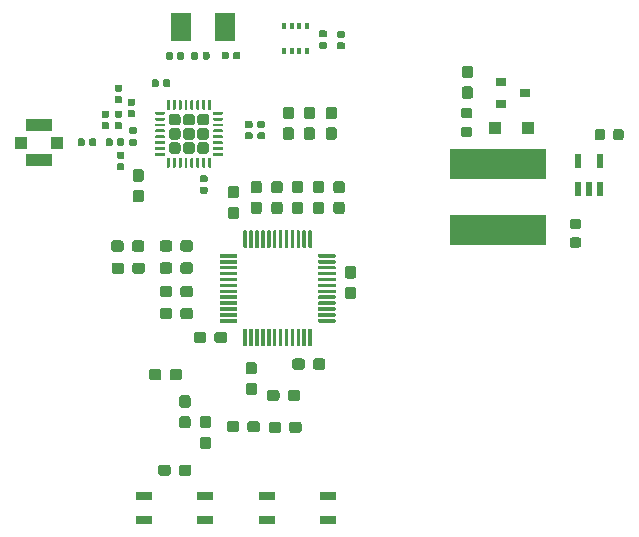
<source format=gbr>
G04 #@! TF.GenerationSoftware,KiCad,Pcbnew,5.1.5+dfsg1-2build2*
G04 #@! TF.CreationDate,2021-02-20T14:04:53+03:00*
G04 #@! TF.ProjectId,NRF_SENDER,4e52465f-5345-44e4-9445-522e6b696361,rev?*
G04 #@! TF.SameCoordinates,Original*
G04 #@! TF.FileFunction,Paste,Top*
G04 #@! TF.FilePolarity,Positive*
%FSLAX46Y46*%
G04 Gerber Fmt 4.6, Leading zero omitted, Abs format (unit mm)*
G04 Created by KiCad (PCBNEW 5.1.5+dfsg1-2build2) date 2021-02-20 14:04:53*
%MOMM*%
%LPD*%
G04 APERTURE LIST*
%ADD10C,0.100000*%
%ADD11R,0.500000X1.200000*%
%ADD12R,1.100000X1.100000*%
%ADD13R,1.000000X1.000000*%
%ADD14R,2.200000X1.050000*%
%ADD15R,8.200000X2.600000*%
%ADD16R,0.900000X0.800000*%
%ADD17R,0.350000X0.500000*%
%ADD18R,1.700000X2.400000*%
%ADD19R,1.450000X0.700000*%
G04 APERTURE END LIST*
D10*
G36*
X76555779Y-85236144D02*
G01*
X76578834Y-85239563D01*
X76601443Y-85245227D01*
X76623387Y-85253079D01*
X76644457Y-85263044D01*
X76664448Y-85275026D01*
X76683168Y-85288910D01*
X76700438Y-85304562D01*
X76716090Y-85321832D01*
X76729974Y-85340552D01*
X76741956Y-85360543D01*
X76751921Y-85381613D01*
X76759773Y-85403557D01*
X76765437Y-85426166D01*
X76768856Y-85449221D01*
X76770000Y-85472500D01*
X76770000Y-85947500D01*
X76768856Y-85970779D01*
X76765437Y-85993834D01*
X76759773Y-86016443D01*
X76751921Y-86038387D01*
X76741956Y-86059457D01*
X76729974Y-86079448D01*
X76716090Y-86098168D01*
X76700438Y-86115438D01*
X76683168Y-86131090D01*
X76664448Y-86144974D01*
X76644457Y-86156956D01*
X76623387Y-86166921D01*
X76601443Y-86174773D01*
X76578834Y-86180437D01*
X76555779Y-86183856D01*
X76532500Y-86185000D01*
X75957500Y-86185000D01*
X75934221Y-86183856D01*
X75911166Y-86180437D01*
X75888557Y-86174773D01*
X75866613Y-86166921D01*
X75845543Y-86156956D01*
X75825552Y-86144974D01*
X75806832Y-86131090D01*
X75789562Y-86115438D01*
X75773910Y-86098168D01*
X75760026Y-86079448D01*
X75748044Y-86059457D01*
X75738079Y-86038387D01*
X75730227Y-86016443D01*
X75724563Y-85993834D01*
X75721144Y-85970779D01*
X75720000Y-85947500D01*
X75720000Y-85472500D01*
X75721144Y-85449221D01*
X75724563Y-85426166D01*
X75730227Y-85403557D01*
X75738079Y-85381613D01*
X75748044Y-85360543D01*
X75760026Y-85340552D01*
X75773910Y-85321832D01*
X75789562Y-85304562D01*
X75806832Y-85288910D01*
X75825552Y-85275026D01*
X75845543Y-85263044D01*
X75866613Y-85253079D01*
X75888557Y-85245227D01*
X75911166Y-85239563D01*
X75934221Y-85236144D01*
X75957500Y-85235000D01*
X76532500Y-85235000D01*
X76555779Y-85236144D01*
G37*
G36*
X78305779Y-85236144D02*
G01*
X78328834Y-85239563D01*
X78351443Y-85245227D01*
X78373387Y-85253079D01*
X78394457Y-85263044D01*
X78414448Y-85275026D01*
X78433168Y-85288910D01*
X78450438Y-85304562D01*
X78466090Y-85321832D01*
X78479974Y-85340552D01*
X78491956Y-85360543D01*
X78501921Y-85381613D01*
X78509773Y-85403557D01*
X78515437Y-85426166D01*
X78518856Y-85449221D01*
X78520000Y-85472500D01*
X78520000Y-85947500D01*
X78518856Y-85970779D01*
X78515437Y-85993834D01*
X78509773Y-86016443D01*
X78501921Y-86038387D01*
X78491956Y-86059457D01*
X78479974Y-86079448D01*
X78466090Y-86098168D01*
X78450438Y-86115438D01*
X78433168Y-86131090D01*
X78414448Y-86144974D01*
X78394457Y-86156956D01*
X78373387Y-86166921D01*
X78351443Y-86174773D01*
X78328834Y-86180437D01*
X78305779Y-86183856D01*
X78282500Y-86185000D01*
X77707500Y-86185000D01*
X77684221Y-86183856D01*
X77661166Y-86180437D01*
X77638557Y-86174773D01*
X77616613Y-86166921D01*
X77595543Y-86156956D01*
X77575552Y-86144974D01*
X77556832Y-86131090D01*
X77539562Y-86115438D01*
X77523910Y-86098168D01*
X77510026Y-86079448D01*
X77498044Y-86059457D01*
X77488079Y-86038387D01*
X77480227Y-86016443D01*
X77474563Y-85993834D01*
X77471144Y-85970779D01*
X77470000Y-85947500D01*
X77470000Y-85472500D01*
X77471144Y-85449221D01*
X77474563Y-85426166D01*
X77480227Y-85403557D01*
X77488079Y-85381613D01*
X77498044Y-85360543D01*
X77510026Y-85340552D01*
X77523910Y-85321832D01*
X77539562Y-85304562D01*
X77556832Y-85288910D01*
X77575552Y-85275026D01*
X77595543Y-85263044D01*
X77616613Y-85253079D01*
X77638557Y-85245227D01*
X77661166Y-85239563D01*
X77684221Y-85236144D01*
X77707500Y-85235000D01*
X78282500Y-85235000D01*
X78305779Y-85236144D01*
G37*
G36*
X79990779Y-82861144D02*
G01*
X80013834Y-82864563D01*
X80036443Y-82870227D01*
X80058387Y-82878079D01*
X80079457Y-82888044D01*
X80099448Y-82900026D01*
X80118168Y-82913910D01*
X80135438Y-82929562D01*
X80151090Y-82946832D01*
X80164974Y-82965552D01*
X80176956Y-82985543D01*
X80186921Y-83006613D01*
X80194773Y-83028557D01*
X80200437Y-83051166D01*
X80203856Y-83074221D01*
X80205000Y-83097500D01*
X80205000Y-83672500D01*
X80203856Y-83695779D01*
X80200437Y-83718834D01*
X80194773Y-83741443D01*
X80186921Y-83763387D01*
X80176956Y-83784457D01*
X80164974Y-83804448D01*
X80151090Y-83823168D01*
X80135438Y-83840438D01*
X80118168Y-83856090D01*
X80099448Y-83869974D01*
X80079457Y-83881956D01*
X80058387Y-83891921D01*
X80036443Y-83899773D01*
X80013834Y-83905437D01*
X79990779Y-83908856D01*
X79967500Y-83910000D01*
X79492500Y-83910000D01*
X79469221Y-83908856D01*
X79446166Y-83905437D01*
X79423557Y-83899773D01*
X79401613Y-83891921D01*
X79380543Y-83881956D01*
X79360552Y-83869974D01*
X79341832Y-83856090D01*
X79324562Y-83840438D01*
X79308910Y-83823168D01*
X79295026Y-83804448D01*
X79283044Y-83784457D01*
X79273079Y-83763387D01*
X79265227Y-83741443D01*
X79259563Y-83718834D01*
X79256144Y-83695779D01*
X79255000Y-83672500D01*
X79255000Y-83097500D01*
X79256144Y-83074221D01*
X79259563Y-83051166D01*
X79265227Y-83028557D01*
X79273079Y-83006613D01*
X79283044Y-82985543D01*
X79295026Y-82965552D01*
X79308910Y-82946832D01*
X79324562Y-82929562D01*
X79341832Y-82913910D01*
X79360552Y-82900026D01*
X79380543Y-82888044D01*
X79401613Y-82878079D01*
X79423557Y-82870227D01*
X79446166Y-82864563D01*
X79469221Y-82861144D01*
X79492500Y-82860000D01*
X79967500Y-82860000D01*
X79990779Y-82861144D01*
G37*
G36*
X79990779Y-81111144D02*
G01*
X80013834Y-81114563D01*
X80036443Y-81120227D01*
X80058387Y-81128079D01*
X80079457Y-81138044D01*
X80099448Y-81150026D01*
X80118168Y-81163910D01*
X80135438Y-81179562D01*
X80151090Y-81196832D01*
X80164974Y-81215552D01*
X80176956Y-81235543D01*
X80186921Y-81256613D01*
X80194773Y-81278557D01*
X80200437Y-81301166D01*
X80203856Y-81324221D01*
X80205000Y-81347500D01*
X80205000Y-81922500D01*
X80203856Y-81945779D01*
X80200437Y-81968834D01*
X80194773Y-81991443D01*
X80186921Y-82013387D01*
X80176956Y-82034457D01*
X80164974Y-82054448D01*
X80151090Y-82073168D01*
X80135438Y-82090438D01*
X80118168Y-82106090D01*
X80099448Y-82119974D01*
X80079457Y-82131956D01*
X80058387Y-82141921D01*
X80036443Y-82149773D01*
X80013834Y-82155437D01*
X79990779Y-82158856D01*
X79967500Y-82160000D01*
X79492500Y-82160000D01*
X79469221Y-82158856D01*
X79446166Y-82155437D01*
X79423557Y-82149773D01*
X79401613Y-82141921D01*
X79380543Y-82131956D01*
X79360552Y-82119974D01*
X79341832Y-82106090D01*
X79324562Y-82090438D01*
X79308910Y-82073168D01*
X79295026Y-82054448D01*
X79283044Y-82034457D01*
X79273079Y-82013387D01*
X79265227Y-81991443D01*
X79259563Y-81968834D01*
X79256144Y-81945779D01*
X79255000Y-81922500D01*
X79255000Y-81347500D01*
X79256144Y-81324221D01*
X79259563Y-81301166D01*
X79265227Y-81278557D01*
X79273079Y-81256613D01*
X79283044Y-81235543D01*
X79295026Y-81215552D01*
X79308910Y-81196832D01*
X79324562Y-81179562D01*
X79341832Y-81163910D01*
X79360552Y-81150026D01*
X79380543Y-81138044D01*
X79401613Y-81128079D01*
X79423557Y-81120227D01*
X79446166Y-81114563D01*
X79469221Y-81111144D01*
X79492500Y-81110000D01*
X79967500Y-81110000D01*
X79990779Y-81111144D01*
G37*
G36*
X75765779Y-77146144D02*
G01*
X75788834Y-77149563D01*
X75811443Y-77155227D01*
X75833387Y-77163079D01*
X75854457Y-77173044D01*
X75874448Y-77185026D01*
X75893168Y-77198910D01*
X75910438Y-77214562D01*
X75926090Y-77231832D01*
X75939974Y-77250552D01*
X75951956Y-77270543D01*
X75961921Y-77291613D01*
X75969773Y-77313557D01*
X75975437Y-77336166D01*
X75978856Y-77359221D01*
X75980000Y-77382500D01*
X75980000Y-77857500D01*
X75978856Y-77880779D01*
X75975437Y-77903834D01*
X75969773Y-77926443D01*
X75961921Y-77948387D01*
X75951956Y-77969457D01*
X75939974Y-77989448D01*
X75926090Y-78008168D01*
X75910438Y-78025438D01*
X75893168Y-78041090D01*
X75874448Y-78054974D01*
X75854457Y-78066956D01*
X75833387Y-78076921D01*
X75811443Y-78084773D01*
X75788834Y-78090437D01*
X75765779Y-78093856D01*
X75742500Y-78095000D01*
X75167500Y-78095000D01*
X75144221Y-78093856D01*
X75121166Y-78090437D01*
X75098557Y-78084773D01*
X75076613Y-78076921D01*
X75055543Y-78066956D01*
X75035552Y-78054974D01*
X75016832Y-78041090D01*
X74999562Y-78025438D01*
X74983910Y-78008168D01*
X74970026Y-77989448D01*
X74958044Y-77969457D01*
X74948079Y-77948387D01*
X74940227Y-77926443D01*
X74934563Y-77903834D01*
X74931144Y-77880779D01*
X74930000Y-77857500D01*
X74930000Y-77382500D01*
X74931144Y-77359221D01*
X74934563Y-77336166D01*
X74940227Y-77313557D01*
X74948079Y-77291613D01*
X74958044Y-77270543D01*
X74970026Y-77250552D01*
X74983910Y-77231832D01*
X74999562Y-77214562D01*
X75016832Y-77198910D01*
X75035552Y-77185026D01*
X75055543Y-77173044D01*
X75076613Y-77163079D01*
X75098557Y-77155227D01*
X75121166Y-77149563D01*
X75144221Y-77146144D01*
X75167500Y-77145000D01*
X75742500Y-77145000D01*
X75765779Y-77146144D01*
G37*
G36*
X77515779Y-77146144D02*
G01*
X77538834Y-77149563D01*
X77561443Y-77155227D01*
X77583387Y-77163079D01*
X77604457Y-77173044D01*
X77624448Y-77185026D01*
X77643168Y-77198910D01*
X77660438Y-77214562D01*
X77676090Y-77231832D01*
X77689974Y-77250552D01*
X77701956Y-77270543D01*
X77711921Y-77291613D01*
X77719773Y-77313557D01*
X77725437Y-77336166D01*
X77728856Y-77359221D01*
X77730000Y-77382500D01*
X77730000Y-77857500D01*
X77728856Y-77880779D01*
X77725437Y-77903834D01*
X77719773Y-77926443D01*
X77711921Y-77948387D01*
X77701956Y-77969457D01*
X77689974Y-77989448D01*
X77676090Y-78008168D01*
X77660438Y-78025438D01*
X77643168Y-78041090D01*
X77624448Y-78054974D01*
X77604457Y-78066956D01*
X77583387Y-78076921D01*
X77561443Y-78084773D01*
X77538834Y-78090437D01*
X77515779Y-78093856D01*
X77492500Y-78095000D01*
X76917500Y-78095000D01*
X76894221Y-78093856D01*
X76871166Y-78090437D01*
X76848557Y-78084773D01*
X76826613Y-78076921D01*
X76805543Y-78066956D01*
X76785552Y-78054974D01*
X76766832Y-78041090D01*
X76749562Y-78025438D01*
X76733910Y-78008168D01*
X76720026Y-77989448D01*
X76708044Y-77969457D01*
X76698079Y-77948387D01*
X76690227Y-77926443D01*
X76684563Y-77903834D01*
X76681144Y-77880779D01*
X76680000Y-77857500D01*
X76680000Y-77382500D01*
X76681144Y-77359221D01*
X76684563Y-77336166D01*
X76690227Y-77313557D01*
X76698079Y-77291613D01*
X76708044Y-77270543D01*
X76720026Y-77250552D01*
X76733910Y-77231832D01*
X76749562Y-77214562D01*
X76766832Y-77198910D01*
X76785552Y-77185026D01*
X76805543Y-77173044D01*
X76826613Y-77163079D01*
X76848557Y-77155227D01*
X76871166Y-77149563D01*
X76894221Y-77146144D01*
X76917500Y-77145000D01*
X77492500Y-77145000D01*
X77515779Y-77146144D01*
G37*
G36*
X87905779Y-76246144D02*
G01*
X87928834Y-76249563D01*
X87951443Y-76255227D01*
X87973387Y-76263079D01*
X87994457Y-76273044D01*
X88014448Y-76285026D01*
X88033168Y-76298910D01*
X88050438Y-76314562D01*
X88066090Y-76331832D01*
X88079974Y-76350552D01*
X88091956Y-76370543D01*
X88101921Y-76391613D01*
X88109773Y-76413557D01*
X88115437Y-76436166D01*
X88118856Y-76459221D01*
X88120000Y-76482500D01*
X88120000Y-76957500D01*
X88118856Y-76980779D01*
X88115437Y-77003834D01*
X88109773Y-77026443D01*
X88101921Y-77048387D01*
X88091956Y-77069457D01*
X88079974Y-77089448D01*
X88066090Y-77108168D01*
X88050438Y-77125438D01*
X88033168Y-77141090D01*
X88014448Y-77154974D01*
X87994457Y-77166956D01*
X87973387Y-77176921D01*
X87951443Y-77184773D01*
X87928834Y-77190437D01*
X87905779Y-77193856D01*
X87882500Y-77195000D01*
X87307500Y-77195000D01*
X87284221Y-77193856D01*
X87261166Y-77190437D01*
X87238557Y-77184773D01*
X87216613Y-77176921D01*
X87195543Y-77166956D01*
X87175552Y-77154974D01*
X87156832Y-77141090D01*
X87139562Y-77125438D01*
X87123910Y-77108168D01*
X87110026Y-77089448D01*
X87098044Y-77069457D01*
X87088079Y-77048387D01*
X87080227Y-77026443D01*
X87074563Y-77003834D01*
X87071144Y-76980779D01*
X87070000Y-76957500D01*
X87070000Y-76482500D01*
X87071144Y-76459221D01*
X87074563Y-76436166D01*
X87080227Y-76413557D01*
X87088079Y-76391613D01*
X87098044Y-76370543D01*
X87110026Y-76350552D01*
X87123910Y-76331832D01*
X87139562Y-76314562D01*
X87156832Y-76298910D01*
X87175552Y-76285026D01*
X87195543Y-76273044D01*
X87216613Y-76263079D01*
X87238557Y-76255227D01*
X87261166Y-76249563D01*
X87284221Y-76246144D01*
X87307500Y-76245000D01*
X87882500Y-76245000D01*
X87905779Y-76246144D01*
G37*
G36*
X89655779Y-76246144D02*
G01*
X89678834Y-76249563D01*
X89701443Y-76255227D01*
X89723387Y-76263079D01*
X89744457Y-76273044D01*
X89764448Y-76285026D01*
X89783168Y-76298910D01*
X89800438Y-76314562D01*
X89816090Y-76331832D01*
X89829974Y-76350552D01*
X89841956Y-76370543D01*
X89851921Y-76391613D01*
X89859773Y-76413557D01*
X89865437Y-76436166D01*
X89868856Y-76459221D01*
X89870000Y-76482500D01*
X89870000Y-76957500D01*
X89868856Y-76980779D01*
X89865437Y-77003834D01*
X89859773Y-77026443D01*
X89851921Y-77048387D01*
X89841956Y-77069457D01*
X89829974Y-77089448D01*
X89816090Y-77108168D01*
X89800438Y-77125438D01*
X89783168Y-77141090D01*
X89764448Y-77154974D01*
X89744457Y-77166956D01*
X89723387Y-77176921D01*
X89701443Y-77184773D01*
X89678834Y-77190437D01*
X89655779Y-77193856D01*
X89632500Y-77195000D01*
X89057500Y-77195000D01*
X89034221Y-77193856D01*
X89011166Y-77190437D01*
X88988557Y-77184773D01*
X88966613Y-77176921D01*
X88945543Y-77166956D01*
X88925552Y-77154974D01*
X88906832Y-77141090D01*
X88889562Y-77125438D01*
X88873910Y-77108168D01*
X88860026Y-77089448D01*
X88848044Y-77069457D01*
X88838079Y-77048387D01*
X88830227Y-77026443D01*
X88824563Y-77003834D01*
X88821144Y-76980779D01*
X88820000Y-76957500D01*
X88820000Y-76482500D01*
X88821144Y-76459221D01*
X88824563Y-76436166D01*
X88830227Y-76413557D01*
X88838079Y-76391613D01*
X88848044Y-76370543D01*
X88860026Y-76350552D01*
X88873910Y-76331832D01*
X88889562Y-76314562D01*
X88906832Y-76298910D01*
X88925552Y-76285026D01*
X88945543Y-76273044D01*
X88966613Y-76263079D01*
X88988557Y-76255227D01*
X89011166Y-76249563D01*
X89034221Y-76246144D01*
X89057500Y-76245000D01*
X89632500Y-76245000D01*
X89655779Y-76246144D01*
G37*
G36*
X92260779Y-70181144D02*
G01*
X92283834Y-70184563D01*
X92306443Y-70190227D01*
X92328387Y-70198079D01*
X92349457Y-70208044D01*
X92369448Y-70220026D01*
X92388168Y-70233910D01*
X92405438Y-70249562D01*
X92421090Y-70266832D01*
X92434974Y-70285552D01*
X92446956Y-70305543D01*
X92456921Y-70326613D01*
X92464773Y-70348557D01*
X92470437Y-70371166D01*
X92473856Y-70394221D01*
X92475000Y-70417500D01*
X92475000Y-70992500D01*
X92473856Y-71015779D01*
X92470437Y-71038834D01*
X92464773Y-71061443D01*
X92456921Y-71083387D01*
X92446956Y-71104457D01*
X92434974Y-71124448D01*
X92421090Y-71143168D01*
X92405438Y-71160438D01*
X92388168Y-71176090D01*
X92369448Y-71189974D01*
X92349457Y-71201956D01*
X92328387Y-71211921D01*
X92306443Y-71219773D01*
X92283834Y-71225437D01*
X92260779Y-71228856D01*
X92237500Y-71230000D01*
X91762500Y-71230000D01*
X91739221Y-71228856D01*
X91716166Y-71225437D01*
X91693557Y-71219773D01*
X91671613Y-71211921D01*
X91650543Y-71201956D01*
X91630552Y-71189974D01*
X91611832Y-71176090D01*
X91594562Y-71160438D01*
X91578910Y-71143168D01*
X91565026Y-71124448D01*
X91553044Y-71104457D01*
X91543079Y-71083387D01*
X91535227Y-71061443D01*
X91529563Y-71038834D01*
X91526144Y-71015779D01*
X91525000Y-70992500D01*
X91525000Y-70417500D01*
X91526144Y-70394221D01*
X91529563Y-70371166D01*
X91535227Y-70348557D01*
X91543079Y-70326613D01*
X91553044Y-70305543D01*
X91565026Y-70285552D01*
X91578910Y-70266832D01*
X91594562Y-70249562D01*
X91611832Y-70233910D01*
X91630552Y-70220026D01*
X91650543Y-70208044D01*
X91671613Y-70198079D01*
X91693557Y-70190227D01*
X91716166Y-70184563D01*
X91739221Y-70181144D01*
X91762500Y-70180000D01*
X92237500Y-70180000D01*
X92260779Y-70181144D01*
G37*
G36*
X92260779Y-68431144D02*
G01*
X92283834Y-68434563D01*
X92306443Y-68440227D01*
X92328387Y-68448079D01*
X92349457Y-68458044D01*
X92369448Y-68470026D01*
X92388168Y-68483910D01*
X92405438Y-68499562D01*
X92421090Y-68516832D01*
X92434974Y-68535552D01*
X92446956Y-68555543D01*
X92456921Y-68576613D01*
X92464773Y-68598557D01*
X92470437Y-68621166D01*
X92473856Y-68644221D01*
X92475000Y-68667500D01*
X92475000Y-69242500D01*
X92473856Y-69265779D01*
X92470437Y-69288834D01*
X92464773Y-69311443D01*
X92456921Y-69333387D01*
X92446956Y-69354457D01*
X92434974Y-69374448D01*
X92421090Y-69393168D01*
X92405438Y-69410438D01*
X92388168Y-69426090D01*
X92369448Y-69439974D01*
X92349457Y-69451956D01*
X92328387Y-69461921D01*
X92306443Y-69469773D01*
X92283834Y-69475437D01*
X92260779Y-69478856D01*
X92237500Y-69480000D01*
X91762500Y-69480000D01*
X91739221Y-69478856D01*
X91716166Y-69475437D01*
X91693557Y-69469773D01*
X91671613Y-69461921D01*
X91650543Y-69451956D01*
X91630552Y-69439974D01*
X91611832Y-69426090D01*
X91594562Y-69410438D01*
X91578910Y-69393168D01*
X91565026Y-69374448D01*
X91553044Y-69354457D01*
X91543079Y-69333387D01*
X91535227Y-69311443D01*
X91529563Y-69288834D01*
X91526144Y-69265779D01*
X91525000Y-69242500D01*
X91525000Y-68667500D01*
X91526144Y-68644221D01*
X91529563Y-68621166D01*
X91535227Y-68598557D01*
X91543079Y-68576613D01*
X91553044Y-68555543D01*
X91565026Y-68535552D01*
X91578910Y-68516832D01*
X91594562Y-68499562D01*
X91611832Y-68483910D01*
X91630552Y-68470026D01*
X91650543Y-68458044D01*
X91671613Y-68448079D01*
X91693557Y-68440227D01*
X91716166Y-68434563D01*
X91739221Y-68431144D01*
X91762500Y-68430000D01*
X92237500Y-68430000D01*
X92260779Y-68431144D01*
G37*
G36*
X82340779Y-61651144D02*
G01*
X82363834Y-61654563D01*
X82386443Y-61660227D01*
X82408387Y-61668079D01*
X82429457Y-61678044D01*
X82449448Y-61690026D01*
X82468168Y-61703910D01*
X82485438Y-61719562D01*
X82501090Y-61736832D01*
X82514974Y-61755552D01*
X82526956Y-61775543D01*
X82536921Y-61796613D01*
X82544773Y-61818557D01*
X82550437Y-61841166D01*
X82553856Y-61864221D01*
X82555000Y-61887500D01*
X82555000Y-62462500D01*
X82553856Y-62485779D01*
X82550437Y-62508834D01*
X82544773Y-62531443D01*
X82536921Y-62553387D01*
X82526956Y-62574457D01*
X82514974Y-62594448D01*
X82501090Y-62613168D01*
X82485438Y-62630438D01*
X82468168Y-62646090D01*
X82449448Y-62659974D01*
X82429457Y-62671956D01*
X82408387Y-62681921D01*
X82386443Y-62689773D01*
X82363834Y-62695437D01*
X82340779Y-62698856D01*
X82317500Y-62700000D01*
X81842500Y-62700000D01*
X81819221Y-62698856D01*
X81796166Y-62695437D01*
X81773557Y-62689773D01*
X81751613Y-62681921D01*
X81730543Y-62671956D01*
X81710552Y-62659974D01*
X81691832Y-62646090D01*
X81674562Y-62630438D01*
X81658910Y-62613168D01*
X81645026Y-62594448D01*
X81633044Y-62574457D01*
X81623079Y-62553387D01*
X81615227Y-62531443D01*
X81609563Y-62508834D01*
X81606144Y-62485779D01*
X81605000Y-62462500D01*
X81605000Y-61887500D01*
X81606144Y-61864221D01*
X81609563Y-61841166D01*
X81615227Y-61818557D01*
X81623079Y-61796613D01*
X81633044Y-61775543D01*
X81645026Y-61755552D01*
X81658910Y-61736832D01*
X81674562Y-61719562D01*
X81691832Y-61703910D01*
X81710552Y-61690026D01*
X81730543Y-61678044D01*
X81751613Y-61668079D01*
X81773557Y-61660227D01*
X81796166Y-61654563D01*
X81819221Y-61651144D01*
X81842500Y-61650000D01*
X82317500Y-61650000D01*
X82340779Y-61651144D01*
G37*
G36*
X82340779Y-63401144D02*
G01*
X82363834Y-63404563D01*
X82386443Y-63410227D01*
X82408387Y-63418079D01*
X82429457Y-63428044D01*
X82449448Y-63440026D01*
X82468168Y-63453910D01*
X82485438Y-63469562D01*
X82501090Y-63486832D01*
X82514974Y-63505552D01*
X82526956Y-63525543D01*
X82536921Y-63546613D01*
X82544773Y-63568557D01*
X82550437Y-63591166D01*
X82553856Y-63614221D01*
X82555000Y-63637500D01*
X82555000Y-64212500D01*
X82553856Y-64235779D01*
X82550437Y-64258834D01*
X82544773Y-64281443D01*
X82536921Y-64303387D01*
X82526956Y-64324457D01*
X82514974Y-64344448D01*
X82501090Y-64363168D01*
X82485438Y-64380438D01*
X82468168Y-64396090D01*
X82449448Y-64409974D01*
X82429457Y-64421956D01*
X82408387Y-64431921D01*
X82386443Y-64439773D01*
X82363834Y-64445437D01*
X82340779Y-64448856D01*
X82317500Y-64450000D01*
X81842500Y-64450000D01*
X81819221Y-64448856D01*
X81796166Y-64445437D01*
X81773557Y-64439773D01*
X81751613Y-64431921D01*
X81730543Y-64421956D01*
X81710552Y-64409974D01*
X81691832Y-64396090D01*
X81674562Y-64380438D01*
X81658910Y-64363168D01*
X81645026Y-64344448D01*
X81633044Y-64324457D01*
X81623079Y-64303387D01*
X81615227Y-64281443D01*
X81609563Y-64258834D01*
X81606144Y-64235779D01*
X81605000Y-64212500D01*
X81605000Y-63637500D01*
X81606144Y-63614221D01*
X81609563Y-63591166D01*
X81615227Y-63568557D01*
X81623079Y-63546613D01*
X81633044Y-63525543D01*
X81645026Y-63505552D01*
X81658910Y-63486832D01*
X81674562Y-63469562D01*
X81691832Y-63453910D01*
X81710552Y-63440026D01*
X81730543Y-63428044D01*
X81751613Y-63418079D01*
X81773557Y-63410227D01*
X81796166Y-63404563D01*
X81819221Y-63401144D01*
X81842500Y-63400000D01*
X82317500Y-63400000D01*
X82340779Y-63401144D01*
G37*
G36*
X79565779Y-73996144D02*
G01*
X79588834Y-73999563D01*
X79611443Y-74005227D01*
X79633387Y-74013079D01*
X79654457Y-74023044D01*
X79674448Y-74035026D01*
X79693168Y-74048910D01*
X79710438Y-74064562D01*
X79726090Y-74081832D01*
X79739974Y-74100552D01*
X79751956Y-74120543D01*
X79761921Y-74141613D01*
X79769773Y-74163557D01*
X79775437Y-74186166D01*
X79778856Y-74209221D01*
X79780000Y-74232500D01*
X79780000Y-74707500D01*
X79778856Y-74730779D01*
X79775437Y-74753834D01*
X79769773Y-74776443D01*
X79761921Y-74798387D01*
X79751956Y-74819457D01*
X79739974Y-74839448D01*
X79726090Y-74858168D01*
X79710438Y-74875438D01*
X79693168Y-74891090D01*
X79674448Y-74904974D01*
X79654457Y-74916956D01*
X79633387Y-74926921D01*
X79611443Y-74934773D01*
X79588834Y-74940437D01*
X79565779Y-74943856D01*
X79542500Y-74945000D01*
X78967500Y-74945000D01*
X78944221Y-74943856D01*
X78921166Y-74940437D01*
X78898557Y-74934773D01*
X78876613Y-74926921D01*
X78855543Y-74916956D01*
X78835552Y-74904974D01*
X78816832Y-74891090D01*
X78799562Y-74875438D01*
X78783910Y-74858168D01*
X78770026Y-74839448D01*
X78758044Y-74819457D01*
X78748079Y-74798387D01*
X78740227Y-74776443D01*
X78734563Y-74753834D01*
X78731144Y-74730779D01*
X78730000Y-74707500D01*
X78730000Y-74232500D01*
X78731144Y-74209221D01*
X78734563Y-74186166D01*
X78740227Y-74163557D01*
X78748079Y-74141613D01*
X78758044Y-74120543D01*
X78770026Y-74100552D01*
X78783910Y-74081832D01*
X78799562Y-74064562D01*
X78816832Y-74048910D01*
X78835552Y-74035026D01*
X78855543Y-74023044D01*
X78876613Y-74013079D01*
X78898557Y-74005227D01*
X78921166Y-73999563D01*
X78944221Y-73996144D01*
X78967500Y-73995000D01*
X79542500Y-73995000D01*
X79565779Y-73996144D01*
G37*
G36*
X81315779Y-73996144D02*
G01*
X81338834Y-73999563D01*
X81361443Y-74005227D01*
X81383387Y-74013079D01*
X81404457Y-74023044D01*
X81424448Y-74035026D01*
X81443168Y-74048910D01*
X81460438Y-74064562D01*
X81476090Y-74081832D01*
X81489974Y-74100552D01*
X81501956Y-74120543D01*
X81511921Y-74141613D01*
X81519773Y-74163557D01*
X81525437Y-74186166D01*
X81528856Y-74209221D01*
X81530000Y-74232500D01*
X81530000Y-74707500D01*
X81528856Y-74730779D01*
X81525437Y-74753834D01*
X81519773Y-74776443D01*
X81511921Y-74798387D01*
X81501956Y-74819457D01*
X81489974Y-74839448D01*
X81476090Y-74858168D01*
X81460438Y-74875438D01*
X81443168Y-74891090D01*
X81424448Y-74904974D01*
X81404457Y-74916956D01*
X81383387Y-74926921D01*
X81361443Y-74934773D01*
X81338834Y-74940437D01*
X81315779Y-74943856D01*
X81292500Y-74945000D01*
X80717500Y-74945000D01*
X80694221Y-74943856D01*
X80671166Y-74940437D01*
X80648557Y-74934773D01*
X80626613Y-74926921D01*
X80605543Y-74916956D01*
X80585552Y-74904974D01*
X80566832Y-74891090D01*
X80549562Y-74875438D01*
X80533910Y-74858168D01*
X80520026Y-74839448D01*
X80508044Y-74819457D01*
X80498079Y-74798387D01*
X80490227Y-74776443D01*
X80484563Y-74753834D01*
X80481144Y-74730779D01*
X80480000Y-74707500D01*
X80480000Y-74232500D01*
X80481144Y-74209221D01*
X80484563Y-74186166D01*
X80490227Y-74163557D01*
X80498079Y-74141613D01*
X80508044Y-74120543D01*
X80520026Y-74100552D01*
X80533910Y-74081832D01*
X80549562Y-74064562D01*
X80566832Y-74048910D01*
X80585552Y-74035026D01*
X80605543Y-74023044D01*
X80626613Y-74013079D01*
X80648557Y-74005227D01*
X80671166Y-73999563D01*
X80694221Y-73996144D01*
X80717500Y-73995000D01*
X81292500Y-73995000D01*
X81315779Y-73996144D01*
G37*
G36*
X102097691Y-56623553D02*
G01*
X102118926Y-56626703D01*
X102139750Y-56631919D01*
X102159962Y-56639151D01*
X102179368Y-56648330D01*
X102197781Y-56659366D01*
X102215024Y-56672154D01*
X102230930Y-56686570D01*
X102245346Y-56702476D01*
X102258134Y-56719719D01*
X102269170Y-56738132D01*
X102278349Y-56757538D01*
X102285581Y-56777750D01*
X102290797Y-56798574D01*
X102293947Y-56819809D01*
X102295000Y-56841250D01*
X102295000Y-57278750D01*
X102293947Y-57300191D01*
X102290797Y-57321426D01*
X102285581Y-57342250D01*
X102278349Y-57362462D01*
X102269170Y-57381868D01*
X102258134Y-57400281D01*
X102245346Y-57417524D01*
X102230930Y-57433430D01*
X102215024Y-57447846D01*
X102197781Y-57460634D01*
X102179368Y-57471670D01*
X102159962Y-57480849D01*
X102139750Y-57488081D01*
X102118926Y-57493297D01*
X102097691Y-57496447D01*
X102076250Y-57497500D01*
X101563750Y-57497500D01*
X101542309Y-57496447D01*
X101521074Y-57493297D01*
X101500250Y-57488081D01*
X101480038Y-57480849D01*
X101460632Y-57471670D01*
X101442219Y-57460634D01*
X101424976Y-57447846D01*
X101409070Y-57433430D01*
X101394654Y-57417524D01*
X101381866Y-57400281D01*
X101370830Y-57381868D01*
X101361651Y-57362462D01*
X101354419Y-57342250D01*
X101349203Y-57321426D01*
X101346053Y-57300191D01*
X101345000Y-57278750D01*
X101345000Y-56841250D01*
X101346053Y-56819809D01*
X101349203Y-56798574D01*
X101354419Y-56777750D01*
X101361651Y-56757538D01*
X101370830Y-56738132D01*
X101381866Y-56719719D01*
X101394654Y-56702476D01*
X101409070Y-56686570D01*
X101424976Y-56672154D01*
X101442219Y-56659366D01*
X101460632Y-56648330D01*
X101480038Y-56639151D01*
X101500250Y-56631919D01*
X101521074Y-56626703D01*
X101542309Y-56623553D01*
X101563750Y-56622500D01*
X102076250Y-56622500D01*
X102097691Y-56623553D01*
G37*
G36*
X102097691Y-55048553D02*
G01*
X102118926Y-55051703D01*
X102139750Y-55056919D01*
X102159962Y-55064151D01*
X102179368Y-55073330D01*
X102197781Y-55084366D01*
X102215024Y-55097154D01*
X102230930Y-55111570D01*
X102245346Y-55127476D01*
X102258134Y-55144719D01*
X102269170Y-55163132D01*
X102278349Y-55182538D01*
X102285581Y-55202750D01*
X102290797Y-55223574D01*
X102293947Y-55244809D01*
X102295000Y-55266250D01*
X102295000Y-55703750D01*
X102293947Y-55725191D01*
X102290797Y-55746426D01*
X102285581Y-55767250D01*
X102278349Y-55787462D01*
X102269170Y-55806868D01*
X102258134Y-55825281D01*
X102245346Y-55842524D01*
X102230930Y-55858430D01*
X102215024Y-55872846D01*
X102197781Y-55885634D01*
X102179368Y-55896670D01*
X102159962Y-55905849D01*
X102139750Y-55913081D01*
X102118926Y-55918297D01*
X102097691Y-55921447D01*
X102076250Y-55922500D01*
X101563750Y-55922500D01*
X101542309Y-55921447D01*
X101521074Y-55918297D01*
X101500250Y-55913081D01*
X101480038Y-55905849D01*
X101460632Y-55896670D01*
X101442219Y-55885634D01*
X101424976Y-55872846D01*
X101409070Y-55858430D01*
X101394654Y-55842524D01*
X101381866Y-55825281D01*
X101370830Y-55806868D01*
X101361651Y-55787462D01*
X101354419Y-55767250D01*
X101349203Y-55746426D01*
X101346053Y-55725191D01*
X101345000Y-55703750D01*
X101345000Y-55266250D01*
X101346053Y-55244809D01*
X101349203Y-55223574D01*
X101354419Y-55202750D01*
X101361651Y-55182538D01*
X101370830Y-55163132D01*
X101381866Y-55144719D01*
X101394654Y-55127476D01*
X101409070Y-55111570D01*
X101424976Y-55097154D01*
X101442219Y-55084366D01*
X101460632Y-55073330D01*
X101480038Y-55064151D01*
X101500250Y-55056919D01*
X101521074Y-55051703D01*
X101542309Y-55048553D01*
X101563750Y-55047500D01*
X102076250Y-55047500D01*
X102097691Y-55048553D01*
G37*
G36*
X111317691Y-65991053D02*
G01*
X111338926Y-65994203D01*
X111359750Y-65999419D01*
X111379962Y-66006651D01*
X111399368Y-66015830D01*
X111417781Y-66026866D01*
X111435024Y-66039654D01*
X111450930Y-66054070D01*
X111465346Y-66069976D01*
X111478134Y-66087219D01*
X111489170Y-66105632D01*
X111498349Y-66125038D01*
X111505581Y-66145250D01*
X111510797Y-66166074D01*
X111513947Y-66187309D01*
X111515000Y-66208750D01*
X111515000Y-66646250D01*
X111513947Y-66667691D01*
X111510797Y-66688926D01*
X111505581Y-66709750D01*
X111498349Y-66729962D01*
X111489170Y-66749368D01*
X111478134Y-66767781D01*
X111465346Y-66785024D01*
X111450930Y-66800930D01*
X111435024Y-66815346D01*
X111417781Y-66828134D01*
X111399368Y-66839170D01*
X111379962Y-66848349D01*
X111359750Y-66855581D01*
X111338926Y-66860797D01*
X111317691Y-66863947D01*
X111296250Y-66865000D01*
X110783750Y-66865000D01*
X110762309Y-66863947D01*
X110741074Y-66860797D01*
X110720250Y-66855581D01*
X110700038Y-66848349D01*
X110680632Y-66839170D01*
X110662219Y-66828134D01*
X110644976Y-66815346D01*
X110629070Y-66800930D01*
X110614654Y-66785024D01*
X110601866Y-66767781D01*
X110590830Y-66749368D01*
X110581651Y-66729962D01*
X110574419Y-66709750D01*
X110569203Y-66688926D01*
X110566053Y-66667691D01*
X110565000Y-66646250D01*
X110565000Y-66208750D01*
X110566053Y-66187309D01*
X110569203Y-66166074D01*
X110574419Y-66145250D01*
X110581651Y-66125038D01*
X110590830Y-66105632D01*
X110601866Y-66087219D01*
X110614654Y-66069976D01*
X110629070Y-66054070D01*
X110644976Y-66039654D01*
X110662219Y-66026866D01*
X110680632Y-66015830D01*
X110700038Y-66006651D01*
X110720250Y-65999419D01*
X110741074Y-65994203D01*
X110762309Y-65991053D01*
X110783750Y-65990000D01*
X111296250Y-65990000D01*
X111317691Y-65991053D01*
G37*
G36*
X111317691Y-64416053D02*
G01*
X111338926Y-64419203D01*
X111359750Y-64424419D01*
X111379962Y-64431651D01*
X111399368Y-64440830D01*
X111417781Y-64451866D01*
X111435024Y-64464654D01*
X111450930Y-64479070D01*
X111465346Y-64494976D01*
X111478134Y-64512219D01*
X111489170Y-64530632D01*
X111498349Y-64550038D01*
X111505581Y-64570250D01*
X111510797Y-64591074D01*
X111513947Y-64612309D01*
X111515000Y-64633750D01*
X111515000Y-65071250D01*
X111513947Y-65092691D01*
X111510797Y-65113926D01*
X111505581Y-65134750D01*
X111498349Y-65154962D01*
X111489170Y-65174368D01*
X111478134Y-65192781D01*
X111465346Y-65210024D01*
X111450930Y-65225930D01*
X111435024Y-65240346D01*
X111417781Y-65253134D01*
X111399368Y-65264170D01*
X111379962Y-65273349D01*
X111359750Y-65280581D01*
X111338926Y-65285797D01*
X111317691Y-65288947D01*
X111296250Y-65290000D01*
X110783750Y-65290000D01*
X110762309Y-65288947D01*
X110741074Y-65285797D01*
X110720250Y-65280581D01*
X110700038Y-65273349D01*
X110680632Y-65264170D01*
X110662219Y-65253134D01*
X110644976Y-65240346D01*
X110629070Y-65225930D01*
X110614654Y-65210024D01*
X110601866Y-65192781D01*
X110590830Y-65174368D01*
X110581651Y-65154962D01*
X110574419Y-65134750D01*
X110569203Y-65113926D01*
X110566053Y-65092691D01*
X110565000Y-65071250D01*
X110565000Y-64633750D01*
X110566053Y-64612309D01*
X110569203Y-64591074D01*
X110574419Y-64570250D01*
X110581651Y-64550038D01*
X110590830Y-64530632D01*
X110601866Y-64512219D01*
X110614654Y-64494976D01*
X110629070Y-64479070D01*
X110644976Y-64464654D01*
X110662219Y-64451866D01*
X110680632Y-64440830D01*
X110700038Y-64431651D01*
X110720250Y-64424419D01*
X110741074Y-64419203D01*
X110762309Y-64416053D01*
X110783750Y-64415000D01*
X111296250Y-64415000D01*
X111317691Y-64416053D01*
G37*
G36*
X114917691Y-56816053D02*
G01*
X114938926Y-56819203D01*
X114959750Y-56824419D01*
X114979962Y-56831651D01*
X114999368Y-56840830D01*
X115017781Y-56851866D01*
X115035024Y-56864654D01*
X115050930Y-56879070D01*
X115065346Y-56894976D01*
X115078134Y-56912219D01*
X115089170Y-56930632D01*
X115098349Y-56950038D01*
X115105581Y-56970250D01*
X115110797Y-56991074D01*
X115113947Y-57012309D01*
X115115000Y-57033750D01*
X115115000Y-57546250D01*
X115113947Y-57567691D01*
X115110797Y-57588926D01*
X115105581Y-57609750D01*
X115098349Y-57629962D01*
X115089170Y-57649368D01*
X115078134Y-57667781D01*
X115065346Y-57685024D01*
X115050930Y-57700930D01*
X115035024Y-57715346D01*
X115017781Y-57728134D01*
X114999368Y-57739170D01*
X114979962Y-57748349D01*
X114959750Y-57755581D01*
X114938926Y-57760797D01*
X114917691Y-57763947D01*
X114896250Y-57765000D01*
X114458750Y-57765000D01*
X114437309Y-57763947D01*
X114416074Y-57760797D01*
X114395250Y-57755581D01*
X114375038Y-57748349D01*
X114355632Y-57739170D01*
X114337219Y-57728134D01*
X114319976Y-57715346D01*
X114304070Y-57700930D01*
X114289654Y-57685024D01*
X114276866Y-57667781D01*
X114265830Y-57649368D01*
X114256651Y-57629962D01*
X114249419Y-57609750D01*
X114244203Y-57588926D01*
X114241053Y-57567691D01*
X114240000Y-57546250D01*
X114240000Y-57033750D01*
X114241053Y-57012309D01*
X114244203Y-56991074D01*
X114249419Y-56970250D01*
X114256651Y-56950038D01*
X114265830Y-56930632D01*
X114276866Y-56912219D01*
X114289654Y-56894976D01*
X114304070Y-56879070D01*
X114319976Y-56864654D01*
X114337219Y-56851866D01*
X114355632Y-56840830D01*
X114375038Y-56831651D01*
X114395250Y-56824419D01*
X114416074Y-56819203D01*
X114437309Y-56816053D01*
X114458750Y-56815000D01*
X114896250Y-56815000D01*
X114917691Y-56816053D01*
G37*
G36*
X113342691Y-56816053D02*
G01*
X113363926Y-56819203D01*
X113384750Y-56824419D01*
X113404962Y-56831651D01*
X113424368Y-56840830D01*
X113442781Y-56851866D01*
X113460024Y-56864654D01*
X113475930Y-56879070D01*
X113490346Y-56894976D01*
X113503134Y-56912219D01*
X113514170Y-56930632D01*
X113523349Y-56950038D01*
X113530581Y-56970250D01*
X113535797Y-56991074D01*
X113538947Y-57012309D01*
X113540000Y-57033750D01*
X113540000Y-57546250D01*
X113538947Y-57567691D01*
X113535797Y-57588926D01*
X113530581Y-57609750D01*
X113523349Y-57629962D01*
X113514170Y-57649368D01*
X113503134Y-57667781D01*
X113490346Y-57685024D01*
X113475930Y-57700930D01*
X113460024Y-57715346D01*
X113442781Y-57728134D01*
X113424368Y-57739170D01*
X113404962Y-57748349D01*
X113384750Y-57755581D01*
X113363926Y-57760797D01*
X113342691Y-57763947D01*
X113321250Y-57765000D01*
X112883750Y-57765000D01*
X112862309Y-57763947D01*
X112841074Y-57760797D01*
X112820250Y-57755581D01*
X112800038Y-57748349D01*
X112780632Y-57739170D01*
X112762219Y-57728134D01*
X112744976Y-57715346D01*
X112729070Y-57700930D01*
X112714654Y-57685024D01*
X112701866Y-57667781D01*
X112690830Y-57649368D01*
X112681651Y-57629962D01*
X112674419Y-57609750D01*
X112669203Y-57588926D01*
X112666053Y-57567691D01*
X112665000Y-57546250D01*
X112665000Y-57033750D01*
X112666053Y-57012309D01*
X112669203Y-56991074D01*
X112674419Y-56970250D01*
X112681651Y-56950038D01*
X112690830Y-56930632D01*
X112701866Y-56912219D01*
X112714654Y-56894976D01*
X112729070Y-56879070D01*
X112744976Y-56864654D01*
X112762219Y-56851866D01*
X112780632Y-56840830D01*
X112800038Y-56831651D01*
X112820250Y-56824419D01*
X112841074Y-56819203D01*
X112862309Y-56816053D01*
X112883750Y-56815000D01*
X113321250Y-56815000D01*
X113342691Y-56816053D01*
G37*
G36*
X78430779Y-68116144D02*
G01*
X78453834Y-68119563D01*
X78476443Y-68125227D01*
X78498387Y-68133079D01*
X78519457Y-68143044D01*
X78539448Y-68155026D01*
X78558168Y-68168910D01*
X78575438Y-68184562D01*
X78591090Y-68201832D01*
X78604974Y-68220552D01*
X78616956Y-68240543D01*
X78626921Y-68261613D01*
X78634773Y-68283557D01*
X78640437Y-68306166D01*
X78643856Y-68329221D01*
X78645000Y-68352500D01*
X78645000Y-68827500D01*
X78643856Y-68850779D01*
X78640437Y-68873834D01*
X78634773Y-68896443D01*
X78626921Y-68918387D01*
X78616956Y-68939457D01*
X78604974Y-68959448D01*
X78591090Y-68978168D01*
X78575438Y-68995438D01*
X78558168Y-69011090D01*
X78539448Y-69024974D01*
X78519457Y-69036956D01*
X78498387Y-69046921D01*
X78476443Y-69054773D01*
X78453834Y-69060437D01*
X78430779Y-69063856D01*
X78407500Y-69065000D01*
X77832500Y-69065000D01*
X77809221Y-69063856D01*
X77786166Y-69060437D01*
X77763557Y-69054773D01*
X77741613Y-69046921D01*
X77720543Y-69036956D01*
X77700552Y-69024974D01*
X77681832Y-69011090D01*
X77664562Y-68995438D01*
X77648910Y-68978168D01*
X77635026Y-68959448D01*
X77623044Y-68939457D01*
X77613079Y-68918387D01*
X77605227Y-68896443D01*
X77599563Y-68873834D01*
X77596144Y-68850779D01*
X77595000Y-68827500D01*
X77595000Y-68352500D01*
X77596144Y-68329221D01*
X77599563Y-68306166D01*
X77605227Y-68283557D01*
X77613079Y-68261613D01*
X77623044Y-68240543D01*
X77635026Y-68220552D01*
X77648910Y-68201832D01*
X77664562Y-68184562D01*
X77681832Y-68168910D01*
X77700552Y-68155026D01*
X77720543Y-68143044D01*
X77741613Y-68133079D01*
X77763557Y-68125227D01*
X77786166Y-68119563D01*
X77809221Y-68116144D01*
X77832500Y-68115000D01*
X78407500Y-68115000D01*
X78430779Y-68116144D01*
G37*
G36*
X76680779Y-68116144D02*
G01*
X76703834Y-68119563D01*
X76726443Y-68125227D01*
X76748387Y-68133079D01*
X76769457Y-68143044D01*
X76789448Y-68155026D01*
X76808168Y-68168910D01*
X76825438Y-68184562D01*
X76841090Y-68201832D01*
X76854974Y-68220552D01*
X76866956Y-68240543D01*
X76876921Y-68261613D01*
X76884773Y-68283557D01*
X76890437Y-68306166D01*
X76893856Y-68329221D01*
X76895000Y-68352500D01*
X76895000Y-68827500D01*
X76893856Y-68850779D01*
X76890437Y-68873834D01*
X76884773Y-68896443D01*
X76876921Y-68918387D01*
X76866956Y-68939457D01*
X76854974Y-68959448D01*
X76841090Y-68978168D01*
X76825438Y-68995438D01*
X76808168Y-69011090D01*
X76789448Y-69024974D01*
X76769457Y-69036956D01*
X76748387Y-69046921D01*
X76726443Y-69054773D01*
X76703834Y-69060437D01*
X76680779Y-69063856D01*
X76657500Y-69065000D01*
X76082500Y-69065000D01*
X76059221Y-69063856D01*
X76036166Y-69060437D01*
X76013557Y-69054773D01*
X75991613Y-69046921D01*
X75970543Y-69036956D01*
X75950552Y-69024974D01*
X75931832Y-69011090D01*
X75914562Y-68995438D01*
X75898910Y-68978168D01*
X75885026Y-68959448D01*
X75873044Y-68939457D01*
X75863079Y-68918387D01*
X75855227Y-68896443D01*
X75849563Y-68873834D01*
X75846144Y-68850779D01*
X75845000Y-68827500D01*
X75845000Y-68352500D01*
X75846144Y-68329221D01*
X75849563Y-68306166D01*
X75855227Y-68283557D01*
X75863079Y-68261613D01*
X75873044Y-68240543D01*
X75885026Y-68220552D01*
X75898910Y-68201832D01*
X75914562Y-68184562D01*
X75931832Y-68168910D01*
X75950552Y-68155026D01*
X75970543Y-68143044D01*
X75991613Y-68133079D01*
X76013557Y-68125227D01*
X76036166Y-68119563D01*
X76059221Y-68116144D01*
X76082500Y-68115000D01*
X76657500Y-68115000D01*
X76680779Y-68116144D01*
G37*
G36*
X88770779Y-56686144D02*
G01*
X88793834Y-56689563D01*
X88816443Y-56695227D01*
X88838387Y-56703079D01*
X88859457Y-56713044D01*
X88879448Y-56725026D01*
X88898168Y-56738910D01*
X88915438Y-56754562D01*
X88931090Y-56771832D01*
X88944974Y-56790552D01*
X88956956Y-56810543D01*
X88966921Y-56831613D01*
X88974773Y-56853557D01*
X88980437Y-56876166D01*
X88983856Y-56899221D01*
X88985000Y-56922500D01*
X88985000Y-57497500D01*
X88983856Y-57520779D01*
X88980437Y-57543834D01*
X88974773Y-57566443D01*
X88966921Y-57588387D01*
X88956956Y-57609457D01*
X88944974Y-57629448D01*
X88931090Y-57648168D01*
X88915438Y-57665438D01*
X88898168Y-57681090D01*
X88879448Y-57694974D01*
X88859457Y-57706956D01*
X88838387Y-57716921D01*
X88816443Y-57724773D01*
X88793834Y-57730437D01*
X88770779Y-57733856D01*
X88747500Y-57735000D01*
X88272500Y-57735000D01*
X88249221Y-57733856D01*
X88226166Y-57730437D01*
X88203557Y-57724773D01*
X88181613Y-57716921D01*
X88160543Y-57706956D01*
X88140552Y-57694974D01*
X88121832Y-57681090D01*
X88104562Y-57665438D01*
X88088910Y-57648168D01*
X88075026Y-57629448D01*
X88063044Y-57609457D01*
X88053079Y-57588387D01*
X88045227Y-57566443D01*
X88039563Y-57543834D01*
X88036144Y-57520779D01*
X88035000Y-57497500D01*
X88035000Y-56922500D01*
X88036144Y-56899221D01*
X88039563Y-56876166D01*
X88045227Y-56853557D01*
X88053079Y-56831613D01*
X88063044Y-56810543D01*
X88075026Y-56790552D01*
X88088910Y-56771832D01*
X88104562Y-56754562D01*
X88121832Y-56738910D01*
X88140552Y-56725026D01*
X88160543Y-56713044D01*
X88181613Y-56703079D01*
X88203557Y-56695227D01*
X88226166Y-56689563D01*
X88249221Y-56686144D01*
X88272500Y-56685000D01*
X88747500Y-56685000D01*
X88770779Y-56686144D01*
G37*
G36*
X88770779Y-54936144D02*
G01*
X88793834Y-54939563D01*
X88816443Y-54945227D01*
X88838387Y-54953079D01*
X88859457Y-54963044D01*
X88879448Y-54975026D01*
X88898168Y-54988910D01*
X88915438Y-55004562D01*
X88931090Y-55021832D01*
X88944974Y-55040552D01*
X88956956Y-55060543D01*
X88966921Y-55081613D01*
X88974773Y-55103557D01*
X88980437Y-55126166D01*
X88983856Y-55149221D01*
X88985000Y-55172500D01*
X88985000Y-55747500D01*
X88983856Y-55770779D01*
X88980437Y-55793834D01*
X88974773Y-55816443D01*
X88966921Y-55838387D01*
X88956956Y-55859457D01*
X88944974Y-55879448D01*
X88931090Y-55898168D01*
X88915438Y-55915438D01*
X88898168Y-55931090D01*
X88879448Y-55944974D01*
X88859457Y-55956956D01*
X88838387Y-55966921D01*
X88816443Y-55974773D01*
X88793834Y-55980437D01*
X88770779Y-55983856D01*
X88747500Y-55985000D01*
X88272500Y-55985000D01*
X88249221Y-55983856D01*
X88226166Y-55980437D01*
X88203557Y-55974773D01*
X88181613Y-55966921D01*
X88160543Y-55956956D01*
X88140552Y-55944974D01*
X88121832Y-55931090D01*
X88104562Y-55915438D01*
X88088910Y-55898168D01*
X88075026Y-55879448D01*
X88063044Y-55859457D01*
X88053079Y-55838387D01*
X88045227Y-55816443D01*
X88039563Y-55793834D01*
X88036144Y-55770779D01*
X88035000Y-55747500D01*
X88035000Y-55172500D01*
X88036144Y-55149221D01*
X88039563Y-55126166D01*
X88045227Y-55103557D01*
X88053079Y-55081613D01*
X88063044Y-55060543D01*
X88075026Y-55040552D01*
X88088910Y-55021832D01*
X88104562Y-55004562D01*
X88121832Y-54988910D01*
X88140552Y-54975026D01*
X88160543Y-54963044D01*
X88181613Y-54953079D01*
X88203557Y-54945227D01*
X88226166Y-54939563D01*
X88249221Y-54936144D01*
X88272500Y-54935000D01*
X88747500Y-54935000D01*
X88770779Y-54936144D01*
G37*
G36*
X86990779Y-54936144D02*
G01*
X87013834Y-54939563D01*
X87036443Y-54945227D01*
X87058387Y-54953079D01*
X87079457Y-54963044D01*
X87099448Y-54975026D01*
X87118168Y-54988910D01*
X87135438Y-55004562D01*
X87151090Y-55021832D01*
X87164974Y-55040552D01*
X87176956Y-55060543D01*
X87186921Y-55081613D01*
X87194773Y-55103557D01*
X87200437Y-55126166D01*
X87203856Y-55149221D01*
X87205000Y-55172500D01*
X87205000Y-55747500D01*
X87203856Y-55770779D01*
X87200437Y-55793834D01*
X87194773Y-55816443D01*
X87186921Y-55838387D01*
X87176956Y-55859457D01*
X87164974Y-55879448D01*
X87151090Y-55898168D01*
X87135438Y-55915438D01*
X87118168Y-55931090D01*
X87099448Y-55944974D01*
X87079457Y-55956956D01*
X87058387Y-55966921D01*
X87036443Y-55974773D01*
X87013834Y-55980437D01*
X86990779Y-55983856D01*
X86967500Y-55985000D01*
X86492500Y-55985000D01*
X86469221Y-55983856D01*
X86446166Y-55980437D01*
X86423557Y-55974773D01*
X86401613Y-55966921D01*
X86380543Y-55956956D01*
X86360552Y-55944974D01*
X86341832Y-55931090D01*
X86324562Y-55915438D01*
X86308910Y-55898168D01*
X86295026Y-55879448D01*
X86283044Y-55859457D01*
X86273079Y-55838387D01*
X86265227Y-55816443D01*
X86259563Y-55793834D01*
X86256144Y-55770779D01*
X86255000Y-55747500D01*
X86255000Y-55172500D01*
X86256144Y-55149221D01*
X86259563Y-55126166D01*
X86265227Y-55103557D01*
X86273079Y-55081613D01*
X86283044Y-55060543D01*
X86295026Y-55040552D01*
X86308910Y-55021832D01*
X86324562Y-55004562D01*
X86341832Y-54988910D01*
X86360552Y-54975026D01*
X86380543Y-54963044D01*
X86401613Y-54953079D01*
X86423557Y-54945227D01*
X86446166Y-54939563D01*
X86469221Y-54936144D01*
X86492500Y-54935000D01*
X86967500Y-54935000D01*
X86990779Y-54936144D01*
G37*
G36*
X86990779Y-56686144D02*
G01*
X87013834Y-56689563D01*
X87036443Y-56695227D01*
X87058387Y-56703079D01*
X87079457Y-56713044D01*
X87099448Y-56725026D01*
X87118168Y-56738910D01*
X87135438Y-56754562D01*
X87151090Y-56771832D01*
X87164974Y-56790552D01*
X87176956Y-56810543D01*
X87186921Y-56831613D01*
X87194773Y-56853557D01*
X87200437Y-56876166D01*
X87203856Y-56899221D01*
X87205000Y-56922500D01*
X87205000Y-57497500D01*
X87203856Y-57520779D01*
X87200437Y-57543834D01*
X87194773Y-57566443D01*
X87186921Y-57588387D01*
X87176956Y-57609457D01*
X87164974Y-57629448D01*
X87151090Y-57648168D01*
X87135438Y-57665438D01*
X87118168Y-57681090D01*
X87099448Y-57694974D01*
X87079457Y-57706956D01*
X87058387Y-57716921D01*
X87036443Y-57724773D01*
X87013834Y-57730437D01*
X86990779Y-57733856D01*
X86967500Y-57735000D01*
X86492500Y-57735000D01*
X86469221Y-57733856D01*
X86446166Y-57730437D01*
X86423557Y-57724773D01*
X86401613Y-57716921D01*
X86380543Y-57706956D01*
X86360552Y-57694974D01*
X86341832Y-57681090D01*
X86324562Y-57665438D01*
X86308910Y-57648168D01*
X86295026Y-57629448D01*
X86283044Y-57609457D01*
X86273079Y-57588387D01*
X86265227Y-57566443D01*
X86259563Y-57543834D01*
X86256144Y-57520779D01*
X86255000Y-57497500D01*
X86255000Y-56922500D01*
X86256144Y-56899221D01*
X86259563Y-56876166D01*
X86265227Y-56853557D01*
X86273079Y-56831613D01*
X86283044Y-56810543D01*
X86295026Y-56790552D01*
X86308910Y-56771832D01*
X86324562Y-56754562D01*
X86341832Y-56738910D01*
X86360552Y-56725026D01*
X86380543Y-56713044D01*
X86401613Y-56703079D01*
X86423557Y-56695227D01*
X86446166Y-56689563D01*
X86469221Y-56686144D01*
X86492500Y-56685000D01*
X86967500Y-56685000D01*
X86990779Y-56686144D01*
G37*
G36*
X78238779Y-79373144D02*
G01*
X78261834Y-79376563D01*
X78284443Y-79382227D01*
X78306387Y-79390079D01*
X78327457Y-79400044D01*
X78347448Y-79412026D01*
X78366168Y-79425910D01*
X78383438Y-79441562D01*
X78399090Y-79458832D01*
X78412974Y-79477552D01*
X78424956Y-79497543D01*
X78434921Y-79518613D01*
X78442773Y-79540557D01*
X78448437Y-79563166D01*
X78451856Y-79586221D01*
X78453000Y-79609500D01*
X78453000Y-80184500D01*
X78451856Y-80207779D01*
X78448437Y-80230834D01*
X78442773Y-80253443D01*
X78434921Y-80275387D01*
X78424956Y-80296457D01*
X78412974Y-80316448D01*
X78399090Y-80335168D01*
X78383438Y-80352438D01*
X78366168Y-80368090D01*
X78347448Y-80381974D01*
X78327457Y-80393956D01*
X78306387Y-80403921D01*
X78284443Y-80411773D01*
X78261834Y-80417437D01*
X78238779Y-80420856D01*
X78215500Y-80422000D01*
X77740500Y-80422000D01*
X77717221Y-80420856D01*
X77694166Y-80417437D01*
X77671557Y-80411773D01*
X77649613Y-80403921D01*
X77628543Y-80393956D01*
X77608552Y-80381974D01*
X77589832Y-80368090D01*
X77572562Y-80352438D01*
X77556910Y-80335168D01*
X77543026Y-80316448D01*
X77531044Y-80296457D01*
X77521079Y-80275387D01*
X77513227Y-80253443D01*
X77507563Y-80230834D01*
X77504144Y-80207779D01*
X77503000Y-80184500D01*
X77503000Y-79609500D01*
X77504144Y-79586221D01*
X77507563Y-79563166D01*
X77513227Y-79540557D01*
X77521079Y-79518613D01*
X77531044Y-79497543D01*
X77543026Y-79477552D01*
X77556910Y-79458832D01*
X77572562Y-79441562D01*
X77589832Y-79425910D01*
X77608552Y-79412026D01*
X77628543Y-79400044D01*
X77649613Y-79390079D01*
X77671557Y-79382227D01*
X77694166Y-79376563D01*
X77717221Y-79373144D01*
X77740500Y-79372000D01*
X78215500Y-79372000D01*
X78238779Y-79373144D01*
G37*
G36*
X78238779Y-81123144D02*
G01*
X78261834Y-81126563D01*
X78284443Y-81132227D01*
X78306387Y-81140079D01*
X78327457Y-81150044D01*
X78347448Y-81162026D01*
X78366168Y-81175910D01*
X78383438Y-81191562D01*
X78399090Y-81208832D01*
X78412974Y-81227552D01*
X78424956Y-81247543D01*
X78434921Y-81268613D01*
X78442773Y-81290557D01*
X78448437Y-81313166D01*
X78451856Y-81336221D01*
X78453000Y-81359500D01*
X78453000Y-81934500D01*
X78451856Y-81957779D01*
X78448437Y-81980834D01*
X78442773Y-82003443D01*
X78434921Y-82025387D01*
X78424956Y-82046457D01*
X78412974Y-82066448D01*
X78399090Y-82085168D01*
X78383438Y-82102438D01*
X78366168Y-82118090D01*
X78347448Y-82131974D01*
X78327457Y-82143956D01*
X78306387Y-82153921D01*
X78284443Y-82161773D01*
X78261834Y-82167437D01*
X78238779Y-82170856D01*
X78215500Y-82172000D01*
X77740500Y-82172000D01*
X77717221Y-82170856D01*
X77694166Y-82167437D01*
X77671557Y-82161773D01*
X77649613Y-82153921D01*
X77628543Y-82143956D01*
X77608552Y-82131974D01*
X77589832Y-82118090D01*
X77572562Y-82102438D01*
X77556910Y-82085168D01*
X77543026Y-82066448D01*
X77531044Y-82046457D01*
X77521079Y-82025387D01*
X77513227Y-82003443D01*
X77507563Y-81980834D01*
X77504144Y-81957779D01*
X77503000Y-81934500D01*
X77503000Y-81359500D01*
X77504144Y-81336221D01*
X77507563Y-81313166D01*
X77513227Y-81290557D01*
X77521079Y-81268613D01*
X77531044Y-81247543D01*
X77543026Y-81227552D01*
X77556910Y-81208832D01*
X77572562Y-81191562D01*
X77589832Y-81175910D01*
X77608552Y-81162026D01*
X77628543Y-81150044D01*
X77649613Y-81140079D01*
X77671557Y-81132227D01*
X77694166Y-81126563D01*
X77717221Y-81123144D01*
X77740500Y-81122000D01*
X78215500Y-81122000D01*
X78238779Y-81123144D01*
G37*
G36*
X91290779Y-62966144D02*
G01*
X91313834Y-62969563D01*
X91336443Y-62975227D01*
X91358387Y-62983079D01*
X91379457Y-62993044D01*
X91399448Y-63005026D01*
X91418168Y-63018910D01*
X91435438Y-63034562D01*
X91451090Y-63051832D01*
X91464974Y-63070552D01*
X91476956Y-63090543D01*
X91486921Y-63111613D01*
X91494773Y-63133557D01*
X91500437Y-63156166D01*
X91503856Y-63179221D01*
X91505000Y-63202500D01*
X91505000Y-63777500D01*
X91503856Y-63800779D01*
X91500437Y-63823834D01*
X91494773Y-63846443D01*
X91486921Y-63868387D01*
X91476956Y-63889457D01*
X91464974Y-63909448D01*
X91451090Y-63928168D01*
X91435438Y-63945438D01*
X91418168Y-63961090D01*
X91399448Y-63974974D01*
X91379457Y-63986956D01*
X91358387Y-63996921D01*
X91336443Y-64004773D01*
X91313834Y-64010437D01*
X91290779Y-64013856D01*
X91267500Y-64015000D01*
X90792500Y-64015000D01*
X90769221Y-64013856D01*
X90746166Y-64010437D01*
X90723557Y-64004773D01*
X90701613Y-63996921D01*
X90680543Y-63986956D01*
X90660552Y-63974974D01*
X90641832Y-63961090D01*
X90624562Y-63945438D01*
X90608910Y-63928168D01*
X90595026Y-63909448D01*
X90583044Y-63889457D01*
X90573079Y-63868387D01*
X90565227Y-63846443D01*
X90559563Y-63823834D01*
X90556144Y-63800779D01*
X90555000Y-63777500D01*
X90555000Y-63202500D01*
X90556144Y-63179221D01*
X90559563Y-63156166D01*
X90565227Y-63133557D01*
X90573079Y-63111613D01*
X90583044Y-63090543D01*
X90595026Y-63070552D01*
X90608910Y-63051832D01*
X90624562Y-63034562D01*
X90641832Y-63018910D01*
X90660552Y-63005026D01*
X90680543Y-62993044D01*
X90701613Y-62983079D01*
X90723557Y-62975227D01*
X90746166Y-62969563D01*
X90769221Y-62966144D01*
X90792500Y-62965000D01*
X91267500Y-62965000D01*
X91290779Y-62966144D01*
G37*
G36*
X91290779Y-61216144D02*
G01*
X91313834Y-61219563D01*
X91336443Y-61225227D01*
X91358387Y-61233079D01*
X91379457Y-61243044D01*
X91399448Y-61255026D01*
X91418168Y-61268910D01*
X91435438Y-61284562D01*
X91451090Y-61301832D01*
X91464974Y-61320552D01*
X91476956Y-61340543D01*
X91486921Y-61361613D01*
X91494773Y-61383557D01*
X91500437Y-61406166D01*
X91503856Y-61429221D01*
X91505000Y-61452500D01*
X91505000Y-62027500D01*
X91503856Y-62050779D01*
X91500437Y-62073834D01*
X91494773Y-62096443D01*
X91486921Y-62118387D01*
X91476956Y-62139457D01*
X91464974Y-62159448D01*
X91451090Y-62178168D01*
X91435438Y-62195438D01*
X91418168Y-62211090D01*
X91399448Y-62224974D01*
X91379457Y-62236956D01*
X91358387Y-62246921D01*
X91336443Y-62254773D01*
X91313834Y-62260437D01*
X91290779Y-62263856D01*
X91267500Y-62265000D01*
X90792500Y-62265000D01*
X90769221Y-62263856D01*
X90746166Y-62260437D01*
X90723557Y-62254773D01*
X90701613Y-62246921D01*
X90680543Y-62236956D01*
X90660552Y-62224974D01*
X90641832Y-62211090D01*
X90624562Y-62195438D01*
X90608910Y-62178168D01*
X90595026Y-62159448D01*
X90583044Y-62139457D01*
X90573079Y-62118387D01*
X90565227Y-62096443D01*
X90559563Y-62073834D01*
X90556144Y-62050779D01*
X90555000Y-62027500D01*
X90555000Y-61452500D01*
X90556144Y-61429221D01*
X90559563Y-61406166D01*
X90565227Y-61383557D01*
X90573079Y-61361613D01*
X90583044Y-61340543D01*
X90595026Y-61320552D01*
X90608910Y-61301832D01*
X90624562Y-61284562D01*
X90641832Y-61268910D01*
X90660552Y-61255026D01*
X90680543Y-61243044D01*
X90701613Y-61233079D01*
X90723557Y-61225227D01*
X90746166Y-61219563D01*
X90769221Y-61216144D01*
X90792500Y-61215000D01*
X91267500Y-61215000D01*
X91290779Y-61216144D01*
G37*
G36*
X89540779Y-62966144D02*
G01*
X89563834Y-62969563D01*
X89586443Y-62975227D01*
X89608387Y-62983079D01*
X89629457Y-62993044D01*
X89649448Y-63005026D01*
X89668168Y-63018910D01*
X89685438Y-63034562D01*
X89701090Y-63051832D01*
X89714974Y-63070552D01*
X89726956Y-63090543D01*
X89736921Y-63111613D01*
X89744773Y-63133557D01*
X89750437Y-63156166D01*
X89753856Y-63179221D01*
X89755000Y-63202500D01*
X89755000Y-63777500D01*
X89753856Y-63800779D01*
X89750437Y-63823834D01*
X89744773Y-63846443D01*
X89736921Y-63868387D01*
X89726956Y-63889457D01*
X89714974Y-63909448D01*
X89701090Y-63928168D01*
X89685438Y-63945438D01*
X89668168Y-63961090D01*
X89649448Y-63974974D01*
X89629457Y-63986956D01*
X89608387Y-63996921D01*
X89586443Y-64004773D01*
X89563834Y-64010437D01*
X89540779Y-64013856D01*
X89517500Y-64015000D01*
X89042500Y-64015000D01*
X89019221Y-64013856D01*
X88996166Y-64010437D01*
X88973557Y-64004773D01*
X88951613Y-63996921D01*
X88930543Y-63986956D01*
X88910552Y-63974974D01*
X88891832Y-63961090D01*
X88874562Y-63945438D01*
X88858910Y-63928168D01*
X88845026Y-63909448D01*
X88833044Y-63889457D01*
X88823079Y-63868387D01*
X88815227Y-63846443D01*
X88809563Y-63823834D01*
X88806144Y-63800779D01*
X88805000Y-63777500D01*
X88805000Y-63202500D01*
X88806144Y-63179221D01*
X88809563Y-63156166D01*
X88815227Y-63133557D01*
X88823079Y-63111613D01*
X88833044Y-63090543D01*
X88845026Y-63070552D01*
X88858910Y-63051832D01*
X88874562Y-63034562D01*
X88891832Y-63018910D01*
X88910552Y-63005026D01*
X88930543Y-62993044D01*
X88951613Y-62983079D01*
X88973557Y-62975227D01*
X88996166Y-62969563D01*
X89019221Y-62966144D01*
X89042500Y-62965000D01*
X89517500Y-62965000D01*
X89540779Y-62966144D01*
G37*
G36*
X89540779Y-61216144D02*
G01*
X89563834Y-61219563D01*
X89586443Y-61225227D01*
X89608387Y-61233079D01*
X89629457Y-61243044D01*
X89649448Y-61255026D01*
X89668168Y-61268910D01*
X89685438Y-61284562D01*
X89701090Y-61301832D01*
X89714974Y-61320552D01*
X89726956Y-61340543D01*
X89736921Y-61361613D01*
X89744773Y-61383557D01*
X89750437Y-61406166D01*
X89753856Y-61429221D01*
X89755000Y-61452500D01*
X89755000Y-62027500D01*
X89753856Y-62050779D01*
X89750437Y-62073834D01*
X89744773Y-62096443D01*
X89736921Y-62118387D01*
X89726956Y-62139457D01*
X89714974Y-62159448D01*
X89701090Y-62178168D01*
X89685438Y-62195438D01*
X89668168Y-62211090D01*
X89649448Y-62224974D01*
X89629457Y-62236956D01*
X89608387Y-62246921D01*
X89586443Y-62254773D01*
X89563834Y-62260437D01*
X89540779Y-62263856D01*
X89517500Y-62265000D01*
X89042500Y-62265000D01*
X89019221Y-62263856D01*
X88996166Y-62260437D01*
X88973557Y-62254773D01*
X88951613Y-62246921D01*
X88930543Y-62236956D01*
X88910552Y-62224974D01*
X88891832Y-62211090D01*
X88874562Y-62195438D01*
X88858910Y-62178168D01*
X88845026Y-62159448D01*
X88833044Y-62139457D01*
X88823079Y-62118387D01*
X88815227Y-62096443D01*
X88809563Y-62073834D01*
X88806144Y-62050779D01*
X88805000Y-62027500D01*
X88805000Y-61452500D01*
X88806144Y-61429221D01*
X88809563Y-61406166D01*
X88815227Y-61383557D01*
X88823079Y-61361613D01*
X88833044Y-61340543D01*
X88845026Y-61320552D01*
X88858910Y-61301832D01*
X88874562Y-61284562D01*
X88891832Y-61268910D01*
X88910552Y-61255026D01*
X88930543Y-61243044D01*
X88951613Y-61233079D01*
X88973557Y-61225227D01*
X88996166Y-61219563D01*
X89019221Y-61216144D01*
X89042500Y-61215000D01*
X89517500Y-61215000D01*
X89540779Y-61216144D01*
G37*
G36*
X87760779Y-62966144D02*
G01*
X87783834Y-62969563D01*
X87806443Y-62975227D01*
X87828387Y-62983079D01*
X87849457Y-62993044D01*
X87869448Y-63005026D01*
X87888168Y-63018910D01*
X87905438Y-63034562D01*
X87921090Y-63051832D01*
X87934974Y-63070552D01*
X87946956Y-63090543D01*
X87956921Y-63111613D01*
X87964773Y-63133557D01*
X87970437Y-63156166D01*
X87973856Y-63179221D01*
X87975000Y-63202500D01*
X87975000Y-63777500D01*
X87973856Y-63800779D01*
X87970437Y-63823834D01*
X87964773Y-63846443D01*
X87956921Y-63868387D01*
X87946956Y-63889457D01*
X87934974Y-63909448D01*
X87921090Y-63928168D01*
X87905438Y-63945438D01*
X87888168Y-63961090D01*
X87869448Y-63974974D01*
X87849457Y-63986956D01*
X87828387Y-63996921D01*
X87806443Y-64004773D01*
X87783834Y-64010437D01*
X87760779Y-64013856D01*
X87737500Y-64015000D01*
X87262500Y-64015000D01*
X87239221Y-64013856D01*
X87216166Y-64010437D01*
X87193557Y-64004773D01*
X87171613Y-63996921D01*
X87150543Y-63986956D01*
X87130552Y-63974974D01*
X87111832Y-63961090D01*
X87094562Y-63945438D01*
X87078910Y-63928168D01*
X87065026Y-63909448D01*
X87053044Y-63889457D01*
X87043079Y-63868387D01*
X87035227Y-63846443D01*
X87029563Y-63823834D01*
X87026144Y-63800779D01*
X87025000Y-63777500D01*
X87025000Y-63202500D01*
X87026144Y-63179221D01*
X87029563Y-63156166D01*
X87035227Y-63133557D01*
X87043079Y-63111613D01*
X87053044Y-63090543D01*
X87065026Y-63070552D01*
X87078910Y-63051832D01*
X87094562Y-63034562D01*
X87111832Y-63018910D01*
X87130552Y-63005026D01*
X87150543Y-62993044D01*
X87171613Y-62983079D01*
X87193557Y-62975227D01*
X87216166Y-62969563D01*
X87239221Y-62966144D01*
X87262500Y-62965000D01*
X87737500Y-62965000D01*
X87760779Y-62966144D01*
G37*
G36*
X87760779Y-61216144D02*
G01*
X87783834Y-61219563D01*
X87806443Y-61225227D01*
X87828387Y-61233079D01*
X87849457Y-61243044D01*
X87869448Y-61255026D01*
X87888168Y-61268910D01*
X87905438Y-61284562D01*
X87921090Y-61301832D01*
X87934974Y-61320552D01*
X87946956Y-61340543D01*
X87956921Y-61361613D01*
X87964773Y-61383557D01*
X87970437Y-61406166D01*
X87973856Y-61429221D01*
X87975000Y-61452500D01*
X87975000Y-62027500D01*
X87973856Y-62050779D01*
X87970437Y-62073834D01*
X87964773Y-62096443D01*
X87956921Y-62118387D01*
X87946956Y-62139457D01*
X87934974Y-62159448D01*
X87921090Y-62178168D01*
X87905438Y-62195438D01*
X87888168Y-62211090D01*
X87869448Y-62224974D01*
X87849457Y-62236956D01*
X87828387Y-62246921D01*
X87806443Y-62254773D01*
X87783834Y-62260437D01*
X87760779Y-62263856D01*
X87737500Y-62265000D01*
X87262500Y-62265000D01*
X87239221Y-62263856D01*
X87216166Y-62260437D01*
X87193557Y-62254773D01*
X87171613Y-62246921D01*
X87150543Y-62236956D01*
X87130552Y-62224974D01*
X87111832Y-62211090D01*
X87094562Y-62195438D01*
X87078910Y-62178168D01*
X87065026Y-62159448D01*
X87053044Y-62139457D01*
X87043079Y-62118387D01*
X87035227Y-62096443D01*
X87029563Y-62073834D01*
X87026144Y-62050779D01*
X87025000Y-62027500D01*
X87025000Y-61452500D01*
X87026144Y-61429221D01*
X87029563Y-61406166D01*
X87035227Y-61383557D01*
X87043079Y-61361613D01*
X87053044Y-61340543D01*
X87065026Y-61320552D01*
X87078910Y-61301832D01*
X87094562Y-61284562D01*
X87111832Y-61268910D01*
X87130552Y-61255026D01*
X87150543Y-61243044D01*
X87171613Y-61233079D01*
X87193557Y-61225227D01*
X87216166Y-61219563D01*
X87239221Y-61216144D01*
X87262500Y-61215000D01*
X87737500Y-61215000D01*
X87760779Y-61216144D01*
G37*
G36*
X86030779Y-62966144D02*
G01*
X86053834Y-62969563D01*
X86076443Y-62975227D01*
X86098387Y-62983079D01*
X86119457Y-62993044D01*
X86139448Y-63005026D01*
X86158168Y-63018910D01*
X86175438Y-63034562D01*
X86191090Y-63051832D01*
X86204974Y-63070552D01*
X86216956Y-63090543D01*
X86226921Y-63111613D01*
X86234773Y-63133557D01*
X86240437Y-63156166D01*
X86243856Y-63179221D01*
X86245000Y-63202500D01*
X86245000Y-63777500D01*
X86243856Y-63800779D01*
X86240437Y-63823834D01*
X86234773Y-63846443D01*
X86226921Y-63868387D01*
X86216956Y-63889457D01*
X86204974Y-63909448D01*
X86191090Y-63928168D01*
X86175438Y-63945438D01*
X86158168Y-63961090D01*
X86139448Y-63974974D01*
X86119457Y-63986956D01*
X86098387Y-63996921D01*
X86076443Y-64004773D01*
X86053834Y-64010437D01*
X86030779Y-64013856D01*
X86007500Y-64015000D01*
X85532500Y-64015000D01*
X85509221Y-64013856D01*
X85486166Y-64010437D01*
X85463557Y-64004773D01*
X85441613Y-63996921D01*
X85420543Y-63986956D01*
X85400552Y-63974974D01*
X85381832Y-63961090D01*
X85364562Y-63945438D01*
X85348910Y-63928168D01*
X85335026Y-63909448D01*
X85323044Y-63889457D01*
X85313079Y-63868387D01*
X85305227Y-63846443D01*
X85299563Y-63823834D01*
X85296144Y-63800779D01*
X85295000Y-63777500D01*
X85295000Y-63202500D01*
X85296144Y-63179221D01*
X85299563Y-63156166D01*
X85305227Y-63133557D01*
X85313079Y-63111613D01*
X85323044Y-63090543D01*
X85335026Y-63070552D01*
X85348910Y-63051832D01*
X85364562Y-63034562D01*
X85381832Y-63018910D01*
X85400552Y-63005026D01*
X85420543Y-62993044D01*
X85441613Y-62983079D01*
X85463557Y-62975227D01*
X85486166Y-62969563D01*
X85509221Y-62966144D01*
X85532500Y-62965000D01*
X86007500Y-62965000D01*
X86030779Y-62966144D01*
G37*
G36*
X86030779Y-61216144D02*
G01*
X86053834Y-61219563D01*
X86076443Y-61225227D01*
X86098387Y-61233079D01*
X86119457Y-61243044D01*
X86139448Y-61255026D01*
X86158168Y-61268910D01*
X86175438Y-61284562D01*
X86191090Y-61301832D01*
X86204974Y-61320552D01*
X86216956Y-61340543D01*
X86226921Y-61361613D01*
X86234773Y-61383557D01*
X86240437Y-61406166D01*
X86243856Y-61429221D01*
X86245000Y-61452500D01*
X86245000Y-62027500D01*
X86243856Y-62050779D01*
X86240437Y-62073834D01*
X86234773Y-62096443D01*
X86226921Y-62118387D01*
X86216956Y-62139457D01*
X86204974Y-62159448D01*
X86191090Y-62178168D01*
X86175438Y-62195438D01*
X86158168Y-62211090D01*
X86139448Y-62224974D01*
X86119457Y-62236956D01*
X86098387Y-62246921D01*
X86076443Y-62254773D01*
X86053834Y-62260437D01*
X86030779Y-62263856D01*
X86007500Y-62265000D01*
X85532500Y-62265000D01*
X85509221Y-62263856D01*
X85486166Y-62260437D01*
X85463557Y-62254773D01*
X85441613Y-62246921D01*
X85420543Y-62236956D01*
X85400552Y-62224974D01*
X85381832Y-62211090D01*
X85364562Y-62195438D01*
X85348910Y-62178168D01*
X85335026Y-62159448D01*
X85323044Y-62139457D01*
X85313079Y-62118387D01*
X85305227Y-62096443D01*
X85299563Y-62073834D01*
X85296144Y-62050779D01*
X85295000Y-62027500D01*
X85295000Y-61452500D01*
X85296144Y-61429221D01*
X85299563Y-61406166D01*
X85305227Y-61383557D01*
X85313079Y-61361613D01*
X85323044Y-61340543D01*
X85335026Y-61320552D01*
X85348910Y-61301832D01*
X85364562Y-61284562D01*
X85381832Y-61268910D01*
X85400552Y-61255026D01*
X85420543Y-61243044D01*
X85441613Y-61233079D01*
X85463557Y-61225227D01*
X85486166Y-61219563D01*
X85509221Y-61216144D01*
X85532500Y-61215000D01*
X86007500Y-61215000D01*
X86030779Y-61216144D01*
G37*
G36*
X84270779Y-62966144D02*
G01*
X84293834Y-62969563D01*
X84316443Y-62975227D01*
X84338387Y-62983079D01*
X84359457Y-62993044D01*
X84379448Y-63005026D01*
X84398168Y-63018910D01*
X84415438Y-63034562D01*
X84431090Y-63051832D01*
X84444974Y-63070552D01*
X84456956Y-63090543D01*
X84466921Y-63111613D01*
X84474773Y-63133557D01*
X84480437Y-63156166D01*
X84483856Y-63179221D01*
X84485000Y-63202500D01*
X84485000Y-63777500D01*
X84483856Y-63800779D01*
X84480437Y-63823834D01*
X84474773Y-63846443D01*
X84466921Y-63868387D01*
X84456956Y-63889457D01*
X84444974Y-63909448D01*
X84431090Y-63928168D01*
X84415438Y-63945438D01*
X84398168Y-63961090D01*
X84379448Y-63974974D01*
X84359457Y-63986956D01*
X84338387Y-63996921D01*
X84316443Y-64004773D01*
X84293834Y-64010437D01*
X84270779Y-64013856D01*
X84247500Y-64015000D01*
X83772500Y-64015000D01*
X83749221Y-64013856D01*
X83726166Y-64010437D01*
X83703557Y-64004773D01*
X83681613Y-63996921D01*
X83660543Y-63986956D01*
X83640552Y-63974974D01*
X83621832Y-63961090D01*
X83604562Y-63945438D01*
X83588910Y-63928168D01*
X83575026Y-63909448D01*
X83563044Y-63889457D01*
X83553079Y-63868387D01*
X83545227Y-63846443D01*
X83539563Y-63823834D01*
X83536144Y-63800779D01*
X83535000Y-63777500D01*
X83535000Y-63202500D01*
X83536144Y-63179221D01*
X83539563Y-63156166D01*
X83545227Y-63133557D01*
X83553079Y-63111613D01*
X83563044Y-63090543D01*
X83575026Y-63070552D01*
X83588910Y-63051832D01*
X83604562Y-63034562D01*
X83621832Y-63018910D01*
X83640552Y-63005026D01*
X83660543Y-62993044D01*
X83681613Y-62983079D01*
X83703557Y-62975227D01*
X83726166Y-62969563D01*
X83749221Y-62966144D01*
X83772500Y-62965000D01*
X84247500Y-62965000D01*
X84270779Y-62966144D01*
G37*
G36*
X84270779Y-61216144D02*
G01*
X84293834Y-61219563D01*
X84316443Y-61225227D01*
X84338387Y-61233079D01*
X84359457Y-61243044D01*
X84379448Y-61255026D01*
X84398168Y-61268910D01*
X84415438Y-61284562D01*
X84431090Y-61301832D01*
X84444974Y-61320552D01*
X84456956Y-61340543D01*
X84466921Y-61361613D01*
X84474773Y-61383557D01*
X84480437Y-61406166D01*
X84483856Y-61429221D01*
X84485000Y-61452500D01*
X84485000Y-62027500D01*
X84483856Y-62050779D01*
X84480437Y-62073834D01*
X84474773Y-62096443D01*
X84466921Y-62118387D01*
X84456956Y-62139457D01*
X84444974Y-62159448D01*
X84431090Y-62178168D01*
X84415438Y-62195438D01*
X84398168Y-62211090D01*
X84379448Y-62224974D01*
X84359457Y-62236956D01*
X84338387Y-62246921D01*
X84316443Y-62254773D01*
X84293834Y-62260437D01*
X84270779Y-62263856D01*
X84247500Y-62265000D01*
X83772500Y-62265000D01*
X83749221Y-62263856D01*
X83726166Y-62260437D01*
X83703557Y-62254773D01*
X83681613Y-62246921D01*
X83660543Y-62236956D01*
X83640552Y-62224974D01*
X83621832Y-62211090D01*
X83604562Y-62195438D01*
X83588910Y-62178168D01*
X83575026Y-62159448D01*
X83563044Y-62139457D01*
X83553079Y-62118387D01*
X83545227Y-62096443D01*
X83539563Y-62073834D01*
X83536144Y-62050779D01*
X83535000Y-62027500D01*
X83535000Y-61452500D01*
X83536144Y-61429221D01*
X83539563Y-61406166D01*
X83545227Y-61383557D01*
X83553079Y-61361613D01*
X83563044Y-61340543D01*
X83575026Y-61320552D01*
X83588910Y-61301832D01*
X83604562Y-61284562D01*
X83621832Y-61268910D01*
X83640552Y-61255026D01*
X83660543Y-61243044D01*
X83681613Y-61233079D01*
X83703557Y-61225227D01*
X83726166Y-61219563D01*
X83749221Y-61216144D01*
X83772500Y-61215000D01*
X84247500Y-61215000D01*
X84270779Y-61216144D01*
G37*
G36*
X85895779Y-81606144D02*
G01*
X85918834Y-81609563D01*
X85941443Y-81615227D01*
X85963387Y-81623079D01*
X85984457Y-81633044D01*
X86004448Y-81645026D01*
X86023168Y-81658910D01*
X86040438Y-81674562D01*
X86056090Y-81691832D01*
X86069974Y-81710552D01*
X86081956Y-81730543D01*
X86091921Y-81751613D01*
X86099773Y-81773557D01*
X86105437Y-81796166D01*
X86108856Y-81819221D01*
X86110000Y-81842500D01*
X86110000Y-82317500D01*
X86108856Y-82340779D01*
X86105437Y-82363834D01*
X86099773Y-82386443D01*
X86091921Y-82408387D01*
X86081956Y-82429457D01*
X86069974Y-82449448D01*
X86056090Y-82468168D01*
X86040438Y-82485438D01*
X86023168Y-82501090D01*
X86004448Y-82514974D01*
X85984457Y-82526956D01*
X85963387Y-82536921D01*
X85941443Y-82544773D01*
X85918834Y-82550437D01*
X85895779Y-82553856D01*
X85872500Y-82555000D01*
X85297500Y-82555000D01*
X85274221Y-82553856D01*
X85251166Y-82550437D01*
X85228557Y-82544773D01*
X85206613Y-82536921D01*
X85185543Y-82526956D01*
X85165552Y-82514974D01*
X85146832Y-82501090D01*
X85129562Y-82485438D01*
X85113910Y-82468168D01*
X85100026Y-82449448D01*
X85088044Y-82429457D01*
X85078079Y-82408387D01*
X85070227Y-82386443D01*
X85064563Y-82363834D01*
X85061144Y-82340779D01*
X85060000Y-82317500D01*
X85060000Y-81842500D01*
X85061144Y-81819221D01*
X85064563Y-81796166D01*
X85070227Y-81773557D01*
X85078079Y-81751613D01*
X85088044Y-81730543D01*
X85100026Y-81710552D01*
X85113910Y-81691832D01*
X85129562Y-81674562D01*
X85146832Y-81658910D01*
X85165552Y-81645026D01*
X85185543Y-81633044D01*
X85206613Y-81623079D01*
X85228557Y-81615227D01*
X85251166Y-81609563D01*
X85274221Y-81606144D01*
X85297500Y-81605000D01*
X85872500Y-81605000D01*
X85895779Y-81606144D01*
G37*
G36*
X87645779Y-81606144D02*
G01*
X87668834Y-81609563D01*
X87691443Y-81615227D01*
X87713387Y-81623079D01*
X87734457Y-81633044D01*
X87754448Y-81645026D01*
X87773168Y-81658910D01*
X87790438Y-81674562D01*
X87806090Y-81691832D01*
X87819974Y-81710552D01*
X87831956Y-81730543D01*
X87841921Y-81751613D01*
X87849773Y-81773557D01*
X87855437Y-81796166D01*
X87858856Y-81819221D01*
X87860000Y-81842500D01*
X87860000Y-82317500D01*
X87858856Y-82340779D01*
X87855437Y-82363834D01*
X87849773Y-82386443D01*
X87841921Y-82408387D01*
X87831956Y-82429457D01*
X87819974Y-82449448D01*
X87806090Y-82468168D01*
X87790438Y-82485438D01*
X87773168Y-82501090D01*
X87754448Y-82514974D01*
X87734457Y-82526956D01*
X87713387Y-82536921D01*
X87691443Y-82544773D01*
X87668834Y-82550437D01*
X87645779Y-82553856D01*
X87622500Y-82555000D01*
X87047500Y-82555000D01*
X87024221Y-82553856D01*
X87001166Y-82550437D01*
X86978557Y-82544773D01*
X86956613Y-82536921D01*
X86935543Y-82526956D01*
X86915552Y-82514974D01*
X86896832Y-82501090D01*
X86879562Y-82485438D01*
X86863910Y-82468168D01*
X86850026Y-82449448D01*
X86838044Y-82429457D01*
X86828079Y-82408387D01*
X86820227Y-82386443D01*
X86814563Y-82363834D01*
X86811144Y-82340779D01*
X86810000Y-82317500D01*
X86810000Y-81842500D01*
X86811144Y-81819221D01*
X86814563Y-81796166D01*
X86820227Y-81773557D01*
X86828079Y-81751613D01*
X86838044Y-81730543D01*
X86850026Y-81710552D01*
X86863910Y-81691832D01*
X86879562Y-81674562D01*
X86896832Y-81658910D01*
X86915552Y-81645026D01*
X86935543Y-81633044D01*
X86956613Y-81623079D01*
X86978557Y-81615227D01*
X87001166Y-81609563D01*
X87024221Y-81606144D01*
X87047500Y-81605000D01*
X87622500Y-81605000D01*
X87645779Y-81606144D01*
G37*
G36*
X74290779Y-61981144D02*
G01*
X74313834Y-61984563D01*
X74336443Y-61990227D01*
X74358387Y-61998079D01*
X74379457Y-62008044D01*
X74399448Y-62020026D01*
X74418168Y-62033910D01*
X74435438Y-62049562D01*
X74451090Y-62066832D01*
X74464974Y-62085552D01*
X74476956Y-62105543D01*
X74486921Y-62126613D01*
X74494773Y-62148557D01*
X74500437Y-62171166D01*
X74503856Y-62194221D01*
X74505000Y-62217500D01*
X74505000Y-62792500D01*
X74503856Y-62815779D01*
X74500437Y-62838834D01*
X74494773Y-62861443D01*
X74486921Y-62883387D01*
X74476956Y-62904457D01*
X74464974Y-62924448D01*
X74451090Y-62943168D01*
X74435438Y-62960438D01*
X74418168Y-62976090D01*
X74399448Y-62989974D01*
X74379457Y-63001956D01*
X74358387Y-63011921D01*
X74336443Y-63019773D01*
X74313834Y-63025437D01*
X74290779Y-63028856D01*
X74267500Y-63030000D01*
X73792500Y-63030000D01*
X73769221Y-63028856D01*
X73746166Y-63025437D01*
X73723557Y-63019773D01*
X73701613Y-63011921D01*
X73680543Y-63001956D01*
X73660552Y-62989974D01*
X73641832Y-62976090D01*
X73624562Y-62960438D01*
X73608910Y-62943168D01*
X73595026Y-62924448D01*
X73583044Y-62904457D01*
X73573079Y-62883387D01*
X73565227Y-62861443D01*
X73559563Y-62838834D01*
X73556144Y-62815779D01*
X73555000Y-62792500D01*
X73555000Y-62217500D01*
X73556144Y-62194221D01*
X73559563Y-62171166D01*
X73565227Y-62148557D01*
X73573079Y-62126613D01*
X73583044Y-62105543D01*
X73595026Y-62085552D01*
X73608910Y-62066832D01*
X73624562Y-62049562D01*
X73641832Y-62033910D01*
X73660552Y-62020026D01*
X73680543Y-62008044D01*
X73701613Y-61998079D01*
X73723557Y-61990227D01*
X73746166Y-61984563D01*
X73769221Y-61981144D01*
X73792500Y-61980000D01*
X74267500Y-61980000D01*
X74290779Y-61981144D01*
G37*
G36*
X74290779Y-60231144D02*
G01*
X74313834Y-60234563D01*
X74336443Y-60240227D01*
X74358387Y-60248079D01*
X74379457Y-60258044D01*
X74399448Y-60270026D01*
X74418168Y-60283910D01*
X74435438Y-60299562D01*
X74451090Y-60316832D01*
X74464974Y-60335552D01*
X74476956Y-60355543D01*
X74486921Y-60376613D01*
X74494773Y-60398557D01*
X74500437Y-60421166D01*
X74503856Y-60444221D01*
X74505000Y-60467500D01*
X74505000Y-61042500D01*
X74503856Y-61065779D01*
X74500437Y-61088834D01*
X74494773Y-61111443D01*
X74486921Y-61133387D01*
X74476956Y-61154457D01*
X74464974Y-61174448D01*
X74451090Y-61193168D01*
X74435438Y-61210438D01*
X74418168Y-61226090D01*
X74399448Y-61239974D01*
X74379457Y-61251956D01*
X74358387Y-61261921D01*
X74336443Y-61269773D01*
X74313834Y-61275437D01*
X74290779Y-61278856D01*
X74267500Y-61280000D01*
X73792500Y-61280000D01*
X73769221Y-61278856D01*
X73746166Y-61275437D01*
X73723557Y-61269773D01*
X73701613Y-61261921D01*
X73680543Y-61251956D01*
X73660552Y-61239974D01*
X73641832Y-61226090D01*
X73624562Y-61210438D01*
X73608910Y-61193168D01*
X73595026Y-61174448D01*
X73583044Y-61154457D01*
X73573079Y-61133387D01*
X73565227Y-61111443D01*
X73559563Y-61088834D01*
X73556144Y-61065779D01*
X73555000Y-61042500D01*
X73555000Y-60467500D01*
X73556144Y-60444221D01*
X73559563Y-60421166D01*
X73565227Y-60398557D01*
X73573079Y-60376613D01*
X73583044Y-60355543D01*
X73595026Y-60335552D01*
X73608910Y-60316832D01*
X73624562Y-60299562D01*
X73641832Y-60283910D01*
X73660552Y-60270026D01*
X73680543Y-60258044D01*
X73701613Y-60248079D01*
X73723557Y-60240227D01*
X73746166Y-60234563D01*
X73769221Y-60231144D01*
X73792500Y-60230000D01*
X74267500Y-60230000D01*
X74290779Y-60231144D01*
G37*
G36*
X82345779Y-81536144D02*
G01*
X82368834Y-81539563D01*
X82391443Y-81545227D01*
X82413387Y-81553079D01*
X82434457Y-81563044D01*
X82454448Y-81575026D01*
X82473168Y-81588910D01*
X82490438Y-81604562D01*
X82506090Y-81621832D01*
X82519974Y-81640552D01*
X82531956Y-81660543D01*
X82541921Y-81681613D01*
X82549773Y-81703557D01*
X82555437Y-81726166D01*
X82558856Y-81749221D01*
X82560000Y-81772500D01*
X82560000Y-82247500D01*
X82558856Y-82270779D01*
X82555437Y-82293834D01*
X82549773Y-82316443D01*
X82541921Y-82338387D01*
X82531956Y-82359457D01*
X82519974Y-82379448D01*
X82506090Y-82398168D01*
X82490438Y-82415438D01*
X82473168Y-82431090D01*
X82454448Y-82444974D01*
X82434457Y-82456956D01*
X82413387Y-82466921D01*
X82391443Y-82474773D01*
X82368834Y-82480437D01*
X82345779Y-82483856D01*
X82322500Y-82485000D01*
X81747500Y-82485000D01*
X81724221Y-82483856D01*
X81701166Y-82480437D01*
X81678557Y-82474773D01*
X81656613Y-82466921D01*
X81635543Y-82456956D01*
X81615552Y-82444974D01*
X81596832Y-82431090D01*
X81579562Y-82415438D01*
X81563910Y-82398168D01*
X81550026Y-82379448D01*
X81538044Y-82359457D01*
X81528079Y-82338387D01*
X81520227Y-82316443D01*
X81514563Y-82293834D01*
X81511144Y-82270779D01*
X81510000Y-82247500D01*
X81510000Y-81772500D01*
X81511144Y-81749221D01*
X81514563Y-81726166D01*
X81520227Y-81703557D01*
X81528079Y-81681613D01*
X81538044Y-81660543D01*
X81550026Y-81640552D01*
X81563910Y-81621832D01*
X81579562Y-81604562D01*
X81596832Y-81588910D01*
X81615552Y-81575026D01*
X81635543Y-81563044D01*
X81656613Y-81553079D01*
X81678557Y-81545227D01*
X81701166Y-81539563D01*
X81724221Y-81536144D01*
X81747500Y-81535000D01*
X82322500Y-81535000D01*
X82345779Y-81536144D01*
G37*
G36*
X84095779Y-81536144D02*
G01*
X84118834Y-81539563D01*
X84141443Y-81545227D01*
X84163387Y-81553079D01*
X84184457Y-81563044D01*
X84204448Y-81575026D01*
X84223168Y-81588910D01*
X84240438Y-81604562D01*
X84256090Y-81621832D01*
X84269974Y-81640552D01*
X84281956Y-81660543D01*
X84291921Y-81681613D01*
X84299773Y-81703557D01*
X84305437Y-81726166D01*
X84308856Y-81749221D01*
X84310000Y-81772500D01*
X84310000Y-82247500D01*
X84308856Y-82270779D01*
X84305437Y-82293834D01*
X84299773Y-82316443D01*
X84291921Y-82338387D01*
X84281956Y-82359457D01*
X84269974Y-82379448D01*
X84256090Y-82398168D01*
X84240438Y-82415438D01*
X84223168Y-82431090D01*
X84204448Y-82444974D01*
X84184457Y-82456956D01*
X84163387Y-82466921D01*
X84141443Y-82474773D01*
X84118834Y-82480437D01*
X84095779Y-82483856D01*
X84072500Y-82485000D01*
X83497500Y-82485000D01*
X83474221Y-82483856D01*
X83451166Y-82480437D01*
X83428557Y-82474773D01*
X83406613Y-82466921D01*
X83385543Y-82456956D01*
X83365552Y-82444974D01*
X83346832Y-82431090D01*
X83329562Y-82415438D01*
X83313910Y-82398168D01*
X83300026Y-82379448D01*
X83288044Y-82359457D01*
X83278079Y-82338387D01*
X83270227Y-82316443D01*
X83264563Y-82293834D01*
X83261144Y-82270779D01*
X83260000Y-82247500D01*
X83260000Y-81772500D01*
X83261144Y-81749221D01*
X83264563Y-81726166D01*
X83270227Y-81703557D01*
X83278079Y-81681613D01*
X83288044Y-81660543D01*
X83300026Y-81640552D01*
X83313910Y-81621832D01*
X83329562Y-81604562D01*
X83346832Y-81588910D01*
X83365552Y-81575026D01*
X83385543Y-81563044D01*
X83406613Y-81553079D01*
X83428557Y-81545227D01*
X83451166Y-81539563D01*
X83474221Y-81536144D01*
X83497500Y-81535000D01*
X84072500Y-81535000D01*
X84095779Y-81536144D01*
G37*
G36*
X102140779Y-51461144D02*
G01*
X102163834Y-51464563D01*
X102186443Y-51470227D01*
X102208387Y-51478079D01*
X102229457Y-51488044D01*
X102249448Y-51500026D01*
X102268168Y-51513910D01*
X102285438Y-51529562D01*
X102301090Y-51546832D01*
X102314974Y-51565552D01*
X102326956Y-51585543D01*
X102336921Y-51606613D01*
X102344773Y-51628557D01*
X102350437Y-51651166D01*
X102353856Y-51674221D01*
X102355000Y-51697500D01*
X102355000Y-52272500D01*
X102353856Y-52295779D01*
X102350437Y-52318834D01*
X102344773Y-52341443D01*
X102336921Y-52363387D01*
X102326956Y-52384457D01*
X102314974Y-52404448D01*
X102301090Y-52423168D01*
X102285438Y-52440438D01*
X102268168Y-52456090D01*
X102249448Y-52469974D01*
X102229457Y-52481956D01*
X102208387Y-52491921D01*
X102186443Y-52499773D01*
X102163834Y-52505437D01*
X102140779Y-52508856D01*
X102117500Y-52510000D01*
X101642500Y-52510000D01*
X101619221Y-52508856D01*
X101596166Y-52505437D01*
X101573557Y-52499773D01*
X101551613Y-52491921D01*
X101530543Y-52481956D01*
X101510552Y-52469974D01*
X101491832Y-52456090D01*
X101474562Y-52440438D01*
X101458910Y-52423168D01*
X101445026Y-52404448D01*
X101433044Y-52384457D01*
X101423079Y-52363387D01*
X101415227Y-52341443D01*
X101409563Y-52318834D01*
X101406144Y-52295779D01*
X101405000Y-52272500D01*
X101405000Y-51697500D01*
X101406144Y-51674221D01*
X101409563Y-51651166D01*
X101415227Y-51628557D01*
X101423079Y-51606613D01*
X101433044Y-51585543D01*
X101445026Y-51565552D01*
X101458910Y-51546832D01*
X101474562Y-51529562D01*
X101491832Y-51513910D01*
X101510552Y-51500026D01*
X101530543Y-51488044D01*
X101551613Y-51478079D01*
X101573557Y-51470227D01*
X101596166Y-51464563D01*
X101619221Y-51461144D01*
X101642500Y-51460000D01*
X102117500Y-51460000D01*
X102140779Y-51461144D01*
G37*
G36*
X102140779Y-53211144D02*
G01*
X102163834Y-53214563D01*
X102186443Y-53220227D01*
X102208387Y-53228079D01*
X102229457Y-53238044D01*
X102249448Y-53250026D01*
X102268168Y-53263910D01*
X102285438Y-53279562D01*
X102301090Y-53296832D01*
X102314974Y-53315552D01*
X102326956Y-53335543D01*
X102336921Y-53356613D01*
X102344773Y-53378557D01*
X102350437Y-53401166D01*
X102353856Y-53424221D01*
X102355000Y-53447500D01*
X102355000Y-54022500D01*
X102353856Y-54045779D01*
X102350437Y-54068834D01*
X102344773Y-54091443D01*
X102336921Y-54113387D01*
X102326956Y-54134457D01*
X102314974Y-54154448D01*
X102301090Y-54173168D01*
X102285438Y-54190438D01*
X102268168Y-54206090D01*
X102249448Y-54219974D01*
X102229457Y-54231956D01*
X102208387Y-54241921D01*
X102186443Y-54249773D01*
X102163834Y-54255437D01*
X102140779Y-54258856D01*
X102117500Y-54260000D01*
X101642500Y-54260000D01*
X101619221Y-54258856D01*
X101596166Y-54255437D01*
X101573557Y-54249773D01*
X101551613Y-54241921D01*
X101530543Y-54231956D01*
X101510552Y-54219974D01*
X101491832Y-54206090D01*
X101474562Y-54190438D01*
X101458910Y-54173168D01*
X101445026Y-54154448D01*
X101433044Y-54134457D01*
X101423079Y-54113387D01*
X101415227Y-54091443D01*
X101409563Y-54068834D01*
X101406144Y-54045779D01*
X101405000Y-54022500D01*
X101405000Y-53447500D01*
X101406144Y-53424221D01*
X101409563Y-53401166D01*
X101415227Y-53378557D01*
X101423079Y-53356613D01*
X101433044Y-53335543D01*
X101445026Y-53315552D01*
X101458910Y-53296832D01*
X101474562Y-53279562D01*
X101491832Y-53263910D01*
X101510552Y-53250026D01*
X101530543Y-53238044D01*
X101551613Y-53228079D01*
X101573557Y-53220227D01*
X101596166Y-53214563D01*
X101619221Y-53211144D01*
X101642500Y-53210000D01*
X102117500Y-53210000D01*
X102140779Y-53211144D01*
G37*
G36*
X85770779Y-78896144D02*
G01*
X85793834Y-78899563D01*
X85816443Y-78905227D01*
X85838387Y-78913079D01*
X85859457Y-78923044D01*
X85879448Y-78935026D01*
X85898168Y-78948910D01*
X85915438Y-78964562D01*
X85931090Y-78981832D01*
X85944974Y-79000552D01*
X85956956Y-79020543D01*
X85966921Y-79041613D01*
X85974773Y-79063557D01*
X85980437Y-79086166D01*
X85983856Y-79109221D01*
X85985000Y-79132500D01*
X85985000Y-79607500D01*
X85983856Y-79630779D01*
X85980437Y-79653834D01*
X85974773Y-79676443D01*
X85966921Y-79698387D01*
X85956956Y-79719457D01*
X85944974Y-79739448D01*
X85931090Y-79758168D01*
X85915438Y-79775438D01*
X85898168Y-79791090D01*
X85879448Y-79804974D01*
X85859457Y-79816956D01*
X85838387Y-79826921D01*
X85816443Y-79834773D01*
X85793834Y-79840437D01*
X85770779Y-79843856D01*
X85747500Y-79845000D01*
X85172500Y-79845000D01*
X85149221Y-79843856D01*
X85126166Y-79840437D01*
X85103557Y-79834773D01*
X85081613Y-79826921D01*
X85060543Y-79816956D01*
X85040552Y-79804974D01*
X85021832Y-79791090D01*
X85004562Y-79775438D01*
X84988910Y-79758168D01*
X84975026Y-79739448D01*
X84963044Y-79719457D01*
X84953079Y-79698387D01*
X84945227Y-79676443D01*
X84939563Y-79653834D01*
X84936144Y-79630779D01*
X84935000Y-79607500D01*
X84935000Y-79132500D01*
X84936144Y-79109221D01*
X84939563Y-79086166D01*
X84945227Y-79063557D01*
X84953079Y-79041613D01*
X84963044Y-79020543D01*
X84975026Y-79000552D01*
X84988910Y-78981832D01*
X85004562Y-78964562D01*
X85021832Y-78948910D01*
X85040552Y-78935026D01*
X85060543Y-78923044D01*
X85081613Y-78913079D01*
X85103557Y-78905227D01*
X85126166Y-78899563D01*
X85149221Y-78896144D01*
X85172500Y-78895000D01*
X85747500Y-78895000D01*
X85770779Y-78896144D01*
G37*
G36*
X87520779Y-78896144D02*
G01*
X87543834Y-78899563D01*
X87566443Y-78905227D01*
X87588387Y-78913079D01*
X87609457Y-78923044D01*
X87629448Y-78935026D01*
X87648168Y-78948910D01*
X87665438Y-78964562D01*
X87681090Y-78981832D01*
X87694974Y-79000552D01*
X87706956Y-79020543D01*
X87716921Y-79041613D01*
X87724773Y-79063557D01*
X87730437Y-79086166D01*
X87733856Y-79109221D01*
X87735000Y-79132500D01*
X87735000Y-79607500D01*
X87733856Y-79630779D01*
X87730437Y-79653834D01*
X87724773Y-79676443D01*
X87716921Y-79698387D01*
X87706956Y-79719457D01*
X87694974Y-79739448D01*
X87681090Y-79758168D01*
X87665438Y-79775438D01*
X87648168Y-79791090D01*
X87629448Y-79804974D01*
X87609457Y-79816956D01*
X87588387Y-79826921D01*
X87566443Y-79834773D01*
X87543834Y-79840437D01*
X87520779Y-79843856D01*
X87497500Y-79845000D01*
X86922500Y-79845000D01*
X86899221Y-79843856D01*
X86876166Y-79840437D01*
X86853557Y-79834773D01*
X86831613Y-79826921D01*
X86810543Y-79816956D01*
X86790552Y-79804974D01*
X86771832Y-79791090D01*
X86754562Y-79775438D01*
X86738910Y-79758168D01*
X86725026Y-79739448D01*
X86713044Y-79719457D01*
X86703079Y-79698387D01*
X86695227Y-79676443D01*
X86689563Y-79653834D01*
X86686144Y-79630779D01*
X86685000Y-79607500D01*
X86685000Y-79132500D01*
X86686144Y-79109221D01*
X86689563Y-79086166D01*
X86695227Y-79063557D01*
X86703079Y-79041613D01*
X86713044Y-79020543D01*
X86725026Y-79000552D01*
X86738910Y-78981832D01*
X86754562Y-78964562D01*
X86771832Y-78948910D01*
X86790552Y-78935026D01*
X86810543Y-78923044D01*
X86831613Y-78913079D01*
X86853557Y-78905227D01*
X86876166Y-78899563D01*
X86899221Y-78896144D01*
X86922500Y-78895000D01*
X87497500Y-78895000D01*
X87520779Y-78896144D01*
G37*
G36*
X90620779Y-56686144D02*
G01*
X90643834Y-56689563D01*
X90666443Y-56695227D01*
X90688387Y-56703079D01*
X90709457Y-56713044D01*
X90729448Y-56725026D01*
X90748168Y-56738910D01*
X90765438Y-56754562D01*
X90781090Y-56771832D01*
X90794974Y-56790552D01*
X90806956Y-56810543D01*
X90816921Y-56831613D01*
X90824773Y-56853557D01*
X90830437Y-56876166D01*
X90833856Y-56899221D01*
X90835000Y-56922500D01*
X90835000Y-57497500D01*
X90833856Y-57520779D01*
X90830437Y-57543834D01*
X90824773Y-57566443D01*
X90816921Y-57588387D01*
X90806956Y-57609457D01*
X90794974Y-57629448D01*
X90781090Y-57648168D01*
X90765438Y-57665438D01*
X90748168Y-57681090D01*
X90729448Y-57694974D01*
X90709457Y-57706956D01*
X90688387Y-57716921D01*
X90666443Y-57724773D01*
X90643834Y-57730437D01*
X90620779Y-57733856D01*
X90597500Y-57735000D01*
X90122500Y-57735000D01*
X90099221Y-57733856D01*
X90076166Y-57730437D01*
X90053557Y-57724773D01*
X90031613Y-57716921D01*
X90010543Y-57706956D01*
X89990552Y-57694974D01*
X89971832Y-57681090D01*
X89954562Y-57665438D01*
X89938910Y-57648168D01*
X89925026Y-57629448D01*
X89913044Y-57609457D01*
X89903079Y-57588387D01*
X89895227Y-57566443D01*
X89889563Y-57543834D01*
X89886144Y-57520779D01*
X89885000Y-57497500D01*
X89885000Y-56922500D01*
X89886144Y-56899221D01*
X89889563Y-56876166D01*
X89895227Y-56853557D01*
X89903079Y-56831613D01*
X89913044Y-56810543D01*
X89925026Y-56790552D01*
X89938910Y-56771832D01*
X89954562Y-56754562D01*
X89971832Y-56738910D01*
X89990552Y-56725026D01*
X90010543Y-56713044D01*
X90031613Y-56703079D01*
X90053557Y-56695227D01*
X90076166Y-56689563D01*
X90099221Y-56686144D01*
X90122500Y-56685000D01*
X90597500Y-56685000D01*
X90620779Y-56686144D01*
G37*
G36*
X90620779Y-54936144D02*
G01*
X90643834Y-54939563D01*
X90666443Y-54945227D01*
X90688387Y-54953079D01*
X90709457Y-54963044D01*
X90729448Y-54975026D01*
X90748168Y-54988910D01*
X90765438Y-55004562D01*
X90781090Y-55021832D01*
X90794974Y-55040552D01*
X90806956Y-55060543D01*
X90816921Y-55081613D01*
X90824773Y-55103557D01*
X90830437Y-55126166D01*
X90833856Y-55149221D01*
X90835000Y-55172500D01*
X90835000Y-55747500D01*
X90833856Y-55770779D01*
X90830437Y-55793834D01*
X90824773Y-55816443D01*
X90816921Y-55838387D01*
X90806956Y-55859457D01*
X90794974Y-55879448D01*
X90781090Y-55898168D01*
X90765438Y-55915438D01*
X90748168Y-55931090D01*
X90729448Y-55944974D01*
X90709457Y-55956956D01*
X90688387Y-55966921D01*
X90666443Y-55974773D01*
X90643834Y-55980437D01*
X90620779Y-55983856D01*
X90597500Y-55985000D01*
X90122500Y-55985000D01*
X90099221Y-55983856D01*
X90076166Y-55980437D01*
X90053557Y-55974773D01*
X90031613Y-55966921D01*
X90010543Y-55956956D01*
X89990552Y-55944974D01*
X89971832Y-55931090D01*
X89954562Y-55915438D01*
X89938910Y-55898168D01*
X89925026Y-55879448D01*
X89913044Y-55859457D01*
X89903079Y-55838387D01*
X89895227Y-55816443D01*
X89889563Y-55793834D01*
X89886144Y-55770779D01*
X89885000Y-55747500D01*
X89885000Y-55172500D01*
X89886144Y-55149221D01*
X89889563Y-55126166D01*
X89895227Y-55103557D01*
X89903079Y-55081613D01*
X89913044Y-55060543D01*
X89925026Y-55040552D01*
X89938910Y-55021832D01*
X89954562Y-55004562D01*
X89971832Y-54988910D01*
X89990552Y-54975026D01*
X90010543Y-54963044D01*
X90031613Y-54953079D01*
X90053557Y-54945227D01*
X90076166Y-54939563D01*
X90099221Y-54936144D01*
X90122500Y-54935000D01*
X90597500Y-54935000D01*
X90620779Y-54936144D01*
G37*
G36*
X78430779Y-70106144D02*
G01*
X78453834Y-70109563D01*
X78476443Y-70115227D01*
X78498387Y-70123079D01*
X78519457Y-70133044D01*
X78539448Y-70145026D01*
X78558168Y-70158910D01*
X78575438Y-70174562D01*
X78591090Y-70191832D01*
X78604974Y-70210552D01*
X78616956Y-70230543D01*
X78626921Y-70251613D01*
X78634773Y-70273557D01*
X78640437Y-70296166D01*
X78643856Y-70319221D01*
X78645000Y-70342500D01*
X78645000Y-70817500D01*
X78643856Y-70840779D01*
X78640437Y-70863834D01*
X78634773Y-70886443D01*
X78626921Y-70908387D01*
X78616956Y-70929457D01*
X78604974Y-70949448D01*
X78591090Y-70968168D01*
X78575438Y-70985438D01*
X78558168Y-71001090D01*
X78539448Y-71014974D01*
X78519457Y-71026956D01*
X78498387Y-71036921D01*
X78476443Y-71044773D01*
X78453834Y-71050437D01*
X78430779Y-71053856D01*
X78407500Y-71055000D01*
X77832500Y-71055000D01*
X77809221Y-71053856D01*
X77786166Y-71050437D01*
X77763557Y-71044773D01*
X77741613Y-71036921D01*
X77720543Y-71026956D01*
X77700552Y-71014974D01*
X77681832Y-71001090D01*
X77664562Y-70985438D01*
X77648910Y-70968168D01*
X77635026Y-70949448D01*
X77623044Y-70929457D01*
X77613079Y-70908387D01*
X77605227Y-70886443D01*
X77599563Y-70863834D01*
X77596144Y-70840779D01*
X77595000Y-70817500D01*
X77595000Y-70342500D01*
X77596144Y-70319221D01*
X77599563Y-70296166D01*
X77605227Y-70273557D01*
X77613079Y-70251613D01*
X77623044Y-70230543D01*
X77635026Y-70210552D01*
X77648910Y-70191832D01*
X77664562Y-70174562D01*
X77681832Y-70158910D01*
X77700552Y-70145026D01*
X77720543Y-70133044D01*
X77741613Y-70123079D01*
X77763557Y-70115227D01*
X77786166Y-70109563D01*
X77809221Y-70106144D01*
X77832500Y-70105000D01*
X78407500Y-70105000D01*
X78430779Y-70106144D01*
G37*
G36*
X76680779Y-70106144D02*
G01*
X76703834Y-70109563D01*
X76726443Y-70115227D01*
X76748387Y-70123079D01*
X76769457Y-70133044D01*
X76789448Y-70145026D01*
X76808168Y-70158910D01*
X76825438Y-70174562D01*
X76841090Y-70191832D01*
X76854974Y-70210552D01*
X76866956Y-70230543D01*
X76876921Y-70251613D01*
X76884773Y-70273557D01*
X76890437Y-70296166D01*
X76893856Y-70319221D01*
X76895000Y-70342500D01*
X76895000Y-70817500D01*
X76893856Y-70840779D01*
X76890437Y-70863834D01*
X76884773Y-70886443D01*
X76876921Y-70908387D01*
X76866956Y-70929457D01*
X76854974Y-70949448D01*
X76841090Y-70968168D01*
X76825438Y-70985438D01*
X76808168Y-71001090D01*
X76789448Y-71014974D01*
X76769457Y-71026956D01*
X76748387Y-71036921D01*
X76726443Y-71044773D01*
X76703834Y-71050437D01*
X76680779Y-71053856D01*
X76657500Y-71055000D01*
X76082500Y-71055000D01*
X76059221Y-71053856D01*
X76036166Y-71050437D01*
X76013557Y-71044773D01*
X75991613Y-71036921D01*
X75970543Y-71026956D01*
X75950552Y-71014974D01*
X75931832Y-71001090D01*
X75914562Y-70985438D01*
X75898910Y-70968168D01*
X75885026Y-70949448D01*
X75873044Y-70929457D01*
X75863079Y-70908387D01*
X75855227Y-70886443D01*
X75849563Y-70863834D01*
X75846144Y-70840779D01*
X75845000Y-70817500D01*
X75845000Y-70342500D01*
X75846144Y-70319221D01*
X75849563Y-70296166D01*
X75855227Y-70273557D01*
X75863079Y-70251613D01*
X75873044Y-70230543D01*
X75885026Y-70210552D01*
X75898910Y-70191832D01*
X75914562Y-70174562D01*
X75931832Y-70158910D01*
X75950552Y-70145026D01*
X75970543Y-70133044D01*
X75991613Y-70123079D01*
X76013557Y-70115227D01*
X76036166Y-70109563D01*
X76059221Y-70106144D01*
X76082500Y-70105000D01*
X76657500Y-70105000D01*
X76680779Y-70106144D01*
G37*
G36*
X78430779Y-71966144D02*
G01*
X78453834Y-71969563D01*
X78476443Y-71975227D01*
X78498387Y-71983079D01*
X78519457Y-71993044D01*
X78539448Y-72005026D01*
X78558168Y-72018910D01*
X78575438Y-72034562D01*
X78591090Y-72051832D01*
X78604974Y-72070552D01*
X78616956Y-72090543D01*
X78626921Y-72111613D01*
X78634773Y-72133557D01*
X78640437Y-72156166D01*
X78643856Y-72179221D01*
X78645000Y-72202500D01*
X78645000Y-72677500D01*
X78643856Y-72700779D01*
X78640437Y-72723834D01*
X78634773Y-72746443D01*
X78626921Y-72768387D01*
X78616956Y-72789457D01*
X78604974Y-72809448D01*
X78591090Y-72828168D01*
X78575438Y-72845438D01*
X78558168Y-72861090D01*
X78539448Y-72874974D01*
X78519457Y-72886956D01*
X78498387Y-72896921D01*
X78476443Y-72904773D01*
X78453834Y-72910437D01*
X78430779Y-72913856D01*
X78407500Y-72915000D01*
X77832500Y-72915000D01*
X77809221Y-72913856D01*
X77786166Y-72910437D01*
X77763557Y-72904773D01*
X77741613Y-72896921D01*
X77720543Y-72886956D01*
X77700552Y-72874974D01*
X77681832Y-72861090D01*
X77664562Y-72845438D01*
X77648910Y-72828168D01*
X77635026Y-72809448D01*
X77623044Y-72789457D01*
X77613079Y-72768387D01*
X77605227Y-72746443D01*
X77599563Y-72723834D01*
X77596144Y-72700779D01*
X77595000Y-72677500D01*
X77595000Y-72202500D01*
X77596144Y-72179221D01*
X77599563Y-72156166D01*
X77605227Y-72133557D01*
X77613079Y-72111613D01*
X77623044Y-72090543D01*
X77635026Y-72070552D01*
X77648910Y-72051832D01*
X77664562Y-72034562D01*
X77681832Y-72018910D01*
X77700552Y-72005026D01*
X77720543Y-71993044D01*
X77741613Y-71983079D01*
X77763557Y-71975227D01*
X77786166Y-71969563D01*
X77809221Y-71966144D01*
X77832500Y-71965000D01*
X78407500Y-71965000D01*
X78430779Y-71966144D01*
G37*
G36*
X76680779Y-71966144D02*
G01*
X76703834Y-71969563D01*
X76726443Y-71975227D01*
X76748387Y-71983079D01*
X76769457Y-71993044D01*
X76789448Y-72005026D01*
X76808168Y-72018910D01*
X76825438Y-72034562D01*
X76841090Y-72051832D01*
X76854974Y-72070552D01*
X76866956Y-72090543D01*
X76876921Y-72111613D01*
X76884773Y-72133557D01*
X76890437Y-72156166D01*
X76893856Y-72179221D01*
X76895000Y-72202500D01*
X76895000Y-72677500D01*
X76893856Y-72700779D01*
X76890437Y-72723834D01*
X76884773Y-72746443D01*
X76876921Y-72768387D01*
X76866956Y-72789457D01*
X76854974Y-72809448D01*
X76841090Y-72828168D01*
X76825438Y-72845438D01*
X76808168Y-72861090D01*
X76789448Y-72874974D01*
X76769457Y-72886956D01*
X76748387Y-72896921D01*
X76726443Y-72904773D01*
X76703834Y-72910437D01*
X76680779Y-72913856D01*
X76657500Y-72915000D01*
X76082500Y-72915000D01*
X76059221Y-72913856D01*
X76036166Y-72910437D01*
X76013557Y-72904773D01*
X75991613Y-72896921D01*
X75970543Y-72886956D01*
X75950552Y-72874974D01*
X75931832Y-72861090D01*
X75914562Y-72845438D01*
X75898910Y-72828168D01*
X75885026Y-72809448D01*
X75873044Y-72789457D01*
X75863079Y-72768387D01*
X75855227Y-72746443D01*
X75849563Y-72723834D01*
X75846144Y-72700779D01*
X75845000Y-72677500D01*
X75845000Y-72202500D01*
X75846144Y-72179221D01*
X75849563Y-72156166D01*
X75855227Y-72133557D01*
X75863079Y-72111613D01*
X75873044Y-72090543D01*
X75885026Y-72070552D01*
X75898910Y-72051832D01*
X75914562Y-72034562D01*
X75931832Y-72018910D01*
X75950552Y-72005026D01*
X75970543Y-71993044D01*
X75991613Y-71983079D01*
X76013557Y-71975227D01*
X76036166Y-71969563D01*
X76059221Y-71966144D01*
X76082500Y-71965000D01*
X76657500Y-71965000D01*
X76680779Y-71966144D01*
G37*
G36*
X83860779Y-76551144D02*
G01*
X83883834Y-76554563D01*
X83906443Y-76560227D01*
X83928387Y-76568079D01*
X83949457Y-76578044D01*
X83969448Y-76590026D01*
X83988168Y-76603910D01*
X84005438Y-76619562D01*
X84021090Y-76636832D01*
X84034974Y-76655552D01*
X84046956Y-76675543D01*
X84056921Y-76696613D01*
X84064773Y-76718557D01*
X84070437Y-76741166D01*
X84073856Y-76764221D01*
X84075000Y-76787500D01*
X84075000Y-77362500D01*
X84073856Y-77385779D01*
X84070437Y-77408834D01*
X84064773Y-77431443D01*
X84056921Y-77453387D01*
X84046956Y-77474457D01*
X84034974Y-77494448D01*
X84021090Y-77513168D01*
X84005438Y-77530438D01*
X83988168Y-77546090D01*
X83969448Y-77559974D01*
X83949457Y-77571956D01*
X83928387Y-77581921D01*
X83906443Y-77589773D01*
X83883834Y-77595437D01*
X83860779Y-77598856D01*
X83837500Y-77600000D01*
X83362500Y-77600000D01*
X83339221Y-77598856D01*
X83316166Y-77595437D01*
X83293557Y-77589773D01*
X83271613Y-77581921D01*
X83250543Y-77571956D01*
X83230552Y-77559974D01*
X83211832Y-77546090D01*
X83194562Y-77530438D01*
X83178910Y-77513168D01*
X83165026Y-77494448D01*
X83153044Y-77474457D01*
X83143079Y-77453387D01*
X83135227Y-77431443D01*
X83129563Y-77408834D01*
X83126144Y-77385779D01*
X83125000Y-77362500D01*
X83125000Y-76787500D01*
X83126144Y-76764221D01*
X83129563Y-76741166D01*
X83135227Y-76718557D01*
X83143079Y-76696613D01*
X83153044Y-76675543D01*
X83165026Y-76655552D01*
X83178910Y-76636832D01*
X83194562Y-76619562D01*
X83211832Y-76603910D01*
X83230552Y-76590026D01*
X83250543Y-76578044D01*
X83271613Y-76568079D01*
X83293557Y-76560227D01*
X83316166Y-76554563D01*
X83339221Y-76551144D01*
X83362500Y-76550000D01*
X83837500Y-76550000D01*
X83860779Y-76551144D01*
G37*
G36*
X83860779Y-78301144D02*
G01*
X83883834Y-78304563D01*
X83906443Y-78310227D01*
X83928387Y-78318079D01*
X83949457Y-78328044D01*
X83969448Y-78340026D01*
X83988168Y-78353910D01*
X84005438Y-78369562D01*
X84021090Y-78386832D01*
X84034974Y-78405552D01*
X84046956Y-78425543D01*
X84056921Y-78446613D01*
X84064773Y-78468557D01*
X84070437Y-78491166D01*
X84073856Y-78514221D01*
X84075000Y-78537500D01*
X84075000Y-79112500D01*
X84073856Y-79135779D01*
X84070437Y-79158834D01*
X84064773Y-79181443D01*
X84056921Y-79203387D01*
X84046956Y-79224457D01*
X84034974Y-79244448D01*
X84021090Y-79263168D01*
X84005438Y-79280438D01*
X83988168Y-79296090D01*
X83969448Y-79309974D01*
X83949457Y-79321956D01*
X83928387Y-79331921D01*
X83906443Y-79339773D01*
X83883834Y-79345437D01*
X83860779Y-79348856D01*
X83837500Y-79350000D01*
X83362500Y-79350000D01*
X83339221Y-79348856D01*
X83316166Y-79345437D01*
X83293557Y-79339773D01*
X83271613Y-79331921D01*
X83250543Y-79321956D01*
X83230552Y-79309974D01*
X83211832Y-79296090D01*
X83194562Y-79280438D01*
X83178910Y-79263168D01*
X83165026Y-79244448D01*
X83153044Y-79224457D01*
X83143079Y-79203387D01*
X83135227Y-79181443D01*
X83129563Y-79158834D01*
X83126144Y-79135779D01*
X83125000Y-79112500D01*
X83125000Y-78537500D01*
X83126144Y-78514221D01*
X83129563Y-78491166D01*
X83135227Y-78468557D01*
X83143079Y-78446613D01*
X83153044Y-78425543D01*
X83165026Y-78405552D01*
X83178910Y-78386832D01*
X83194562Y-78369562D01*
X83211832Y-78353910D01*
X83230552Y-78340026D01*
X83250543Y-78328044D01*
X83271613Y-78318079D01*
X83293557Y-78310227D01*
X83316166Y-78304563D01*
X83339221Y-78301144D01*
X83362500Y-78300000D01*
X83837500Y-78300000D01*
X83860779Y-78301144D01*
G37*
G36*
X78430779Y-66246144D02*
G01*
X78453834Y-66249563D01*
X78476443Y-66255227D01*
X78498387Y-66263079D01*
X78519457Y-66273044D01*
X78539448Y-66285026D01*
X78558168Y-66298910D01*
X78575438Y-66314562D01*
X78591090Y-66331832D01*
X78604974Y-66350552D01*
X78616956Y-66370543D01*
X78626921Y-66391613D01*
X78634773Y-66413557D01*
X78640437Y-66436166D01*
X78643856Y-66459221D01*
X78645000Y-66482500D01*
X78645000Y-66957500D01*
X78643856Y-66980779D01*
X78640437Y-67003834D01*
X78634773Y-67026443D01*
X78626921Y-67048387D01*
X78616956Y-67069457D01*
X78604974Y-67089448D01*
X78591090Y-67108168D01*
X78575438Y-67125438D01*
X78558168Y-67141090D01*
X78539448Y-67154974D01*
X78519457Y-67166956D01*
X78498387Y-67176921D01*
X78476443Y-67184773D01*
X78453834Y-67190437D01*
X78430779Y-67193856D01*
X78407500Y-67195000D01*
X77832500Y-67195000D01*
X77809221Y-67193856D01*
X77786166Y-67190437D01*
X77763557Y-67184773D01*
X77741613Y-67176921D01*
X77720543Y-67166956D01*
X77700552Y-67154974D01*
X77681832Y-67141090D01*
X77664562Y-67125438D01*
X77648910Y-67108168D01*
X77635026Y-67089448D01*
X77623044Y-67069457D01*
X77613079Y-67048387D01*
X77605227Y-67026443D01*
X77599563Y-67003834D01*
X77596144Y-66980779D01*
X77595000Y-66957500D01*
X77595000Y-66482500D01*
X77596144Y-66459221D01*
X77599563Y-66436166D01*
X77605227Y-66413557D01*
X77613079Y-66391613D01*
X77623044Y-66370543D01*
X77635026Y-66350552D01*
X77648910Y-66331832D01*
X77664562Y-66314562D01*
X77681832Y-66298910D01*
X77700552Y-66285026D01*
X77720543Y-66273044D01*
X77741613Y-66263079D01*
X77763557Y-66255227D01*
X77786166Y-66249563D01*
X77809221Y-66246144D01*
X77832500Y-66245000D01*
X78407500Y-66245000D01*
X78430779Y-66246144D01*
G37*
G36*
X76680779Y-66246144D02*
G01*
X76703834Y-66249563D01*
X76726443Y-66255227D01*
X76748387Y-66263079D01*
X76769457Y-66273044D01*
X76789448Y-66285026D01*
X76808168Y-66298910D01*
X76825438Y-66314562D01*
X76841090Y-66331832D01*
X76854974Y-66350552D01*
X76866956Y-66370543D01*
X76876921Y-66391613D01*
X76884773Y-66413557D01*
X76890437Y-66436166D01*
X76893856Y-66459221D01*
X76895000Y-66482500D01*
X76895000Y-66957500D01*
X76893856Y-66980779D01*
X76890437Y-67003834D01*
X76884773Y-67026443D01*
X76876921Y-67048387D01*
X76866956Y-67069457D01*
X76854974Y-67089448D01*
X76841090Y-67108168D01*
X76825438Y-67125438D01*
X76808168Y-67141090D01*
X76789448Y-67154974D01*
X76769457Y-67166956D01*
X76748387Y-67176921D01*
X76726443Y-67184773D01*
X76703834Y-67190437D01*
X76680779Y-67193856D01*
X76657500Y-67195000D01*
X76082500Y-67195000D01*
X76059221Y-67193856D01*
X76036166Y-67190437D01*
X76013557Y-67184773D01*
X75991613Y-67176921D01*
X75970543Y-67166956D01*
X75950552Y-67154974D01*
X75931832Y-67141090D01*
X75914562Y-67125438D01*
X75898910Y-67108168D01*
X75885026Y-67089448D01*
X75873044Y-67069457D01*
X75863079Y-67048387D01*
X75855227Y-67026443D01*
X75849563Y-67003834D01*
X75846144Y-66980779D01*
X75845000Y-66957500D01*
X75845000Y-66482500D01*
X75846144Y-66459221D01*
X75849563Y-66436166D01*
X75855227Y-66413557D01*
X75863079Y-66391613D01*
X75873044Y-66370543D01*
X75885026Y-66350552D01*
X75898910Y-66331832D01*
X75914562Y-66314562D01*
X75931832Y-66298910D01*
X75950552Y-66285026D01*
X75970543Y-66273044D01*
X75991613Y-66263079D01*
X76013557Y-66255227D01*
X76036166Y-66249563D01*
X76059221Y-66246144D01*
X76082500Y-66245000D01*
X76657500Y-66245000D01*
X76680779Y-66246144D01*
G37*
G36*
X74320779Y-66256144D02*
G01*
X74343834Y-66259563D01*
X74366443Y-66265227D01*
X74388387Y-66273079D01*
X74409457Y-66283044D01*
X74429448Y-66295026D01*
X74448168Y-66308910D01*
X74465438Y-66324562D01*
X74481090Y-66341832D01*
X74494974Y-66360552D01*
X74506956Y-66380543D01*
X74516921Y-66401613D01*
X74524773Y-66423557D01*
X74530437Y-66446166D01*
X74533856Y-66469221D01*
X74535000Y-66492500D01*
X74535000Y-66967500D01*
X74533856Y-66990779D01*
X74530437Y-67013834D01*
X74524773Y-67036443D01*
X74516921Y-67058387D01*
X74506956Y-67079457D01*
X74494974Y-67099448D01*
X74481090Y-67118168D01*
X74465438Y-67135438D01*
X74448168Y-67151090D01*
X74429448Y-67164974D01*
X74409457Y-67176956D01*
X74388387Y-67186921D01*
X74366443Y-67194773D01*
X74343834Y-67200437D01*
X74320779Y-67203856D01*
X74297500Y-67205000D01*
X73722500Y-67205000D01*
X73699221Y-67203856D01*
X73676166Y-67200437D01*
X73653557Y-67194773D01*
X73631613Y-67186921D01*
X73610543Y-67176956D01*
X73590552Y-67164974D01*
X73571832Y-67151090D01*
X73554562Y-67135438D01*
X73538910Y-67118168D01*
X73525026Y-67099448D01*
X73513044Y-67079457D01*
X73503079Y-67058387D01*
X73495227Y-67036443D01*
X73489563Y-67013834D01*
X73486144Y-66990779D01*
X73485000Y-66967500D01*
X73485000Y-66492500D01*
X73486144Y-66469221D01*
X73489563Y-66446166D01*
X73495227Y-66423557D01*
X73503079Y-66401613D01*
X73513044Y-66380543D01*
X73525026Y-66360552D01*
X73538910Y-66341832D01*
X73554562Y-66324562D01*
X73571832Y-66308910D01*
X73590552Y-66295026D01*
X73610543Y-66283044D01*
X73631613Y-66273079D01*
X73653557Y-66265227D01*
X73676166Y-66259563D01*
X73699221Y-66256144D01*
X73722500Y-66255000D01*
X74297500Y-66255000D01*
X74320779Y-66256144D01*
G37*
G36*
X72570779Y-66256144D02*
G01*
X72593834Y-66259563D01*
X72616443Y-66265227D01*
X72638387Y-66273079D01*
X72659457Y-66283044D01*
X72679448Y-66295026D01*
X72698168Y-66308910D01*
X72715438Y-66324562D01*
X72731090Y-66341832D01*
X72744974Y-66360552D01*
X72756956Y-66380543D01*
X72766921Y-66401613D01*
X72774773Y-66423557D01*
X72780437Y-66446166D01*
X72783856Y-66469221D01*
X72785000Y-66492500D01*
X72785000Y-66967500D01*
X72783856Y-66990779D01*
X72780437Y-67013834D01*
X72774773Y-67036443D01*
X72766921Y-67058387D01*
X72756956Y-67079457D01*
X72744974Y-67099448D01*
X72731090Y-67118168D01*
X72715438Y-67135438D01*
X72698168Y-67151090D01*
X72679448Y-67164974D01*
X72659457Y-67176956D01*
X72638387Y-67186921D01*
X72616443Y-67194773D01*
X72593834Y-67200437D01*
X72570779Y-67203856D01*
X72547500Y-67205000D01*
X71972500Y-67205000D01*
X71949221Y-67203856D01*
X71926166Y-67200437D01*
X71903557Y-67194773D01*
X71881613Y-67186921D01*
X71860543Y-67176956D01*
X71840552Y-67164974D01*
X71821832Y-67151090D01*
X71804562Y-67135438D01*
X71788910Y-67118168D01*
X71775026Y-67099448D01*
X71763044Y-67079457D01*
X71753079Y-67058387D01*
X71745227Y-67036443D01*
X71739563Y-67013834D01*
X71736144Y-66990779D01*
X71735000Y-66967500D01*
X71735000Y-66492500D01*
X71736144Y-66469221D01*
X71739563Y-66446166D01*
X71745227Y-66423557D01*
X71753079Y-66401613D01*
X71763044Y-66380543D01*
X71775026Y-66360552D01*
X71788910Y-66341832D01*
X71804562Y-66324562D01*
X71821832Y-66308910D01*
X71840552Y-66295026D01*
X71860543Y-66283044D01*
X71881613Y-66273079D01*
X71903557Y-66265227D01*
X71926166Y-66259563D01*
X71949221Y-66256144D01*
X71972500Y-66255000D01*
X72547500Y-66255000D01*
X72570779Y-66256144D01*
G37*
G36*
X74360779Y-68126144D02*
G01*
X74383834Y-68129563D01*
X74406443Y-68135227D01*
X74428387Y-68143079D01*
X74449457Y-68153044D01*
X74469448Y-68165026D01*
X74488168Y-68178910D01*
X74505438Y-68194562D01*
X74521090Y-68211832D01*
X74534974Y-68230552D01*
X74546956Y-68250543D01*
X74556921Y-68271613D01*
X74564773Y-68293557D01*
X74570437Y-68316166D01*
X74573856Y-68339221D01*
X74575000Y-68362500D01*
X74575000Y-68837500D01*
X74573856Y-68860779D01*
X74570437Y-68883834D01*
X74564773Y-68906443D01*
X74556921Y-68928387D01*
X74546956Y-68949457D01*
X74534974Y-68969448D01*
X74521090Y-68988168D01*
X74505438Y-69005438D01*
X74488168Y-69021090D01*
X74469448Y-69034974D01*
X74449457Y-69046956D01*
X74428387Y-69056921D01*
X74406443Y-69064773D01*
X74383834Y-69070437D01*
X74360779Y-69073856D01*
X74337500Y-69075000D01*
X73762500Y-69075000D01*
X73739221Y-69073856D01*
X73716166Y-69070437D01*
X73693557Y-69064773D01*
X73671613Y-69056921D01*
X73650543Y-69046956D01*
X73630552Y-69034974D01*
X73611832Y-69021090D01*
X73594562Y-69005438D01*
X73578910Y-68988168D01*
X73565026Y-68969448D01*
X73553044Y-68949457D01*
X73543079Y-68928387D01*
X73535227Y-68906443D01*
X73529563Y-68883834D01*
X73526144Y-68860779D01*
X73525000Y-68837500D01*
X73525000Y-68362500D01*
X73526144Y-68339221D01*
X73529563Y-68316166D01*
X73535227Y-68293557D01*
X73543079Y-68271613D01*
X73553044Y-68250543D01*
X73565026Y-68230552D01*
X73578910Y-68211832D01*
X73594562Y-68194562D01*
X73611832Y-68178910D01*
X73630552Y-68165026D01*
X73650543Y-68153044D01*
X73671613Y-68143079D01*
X73693557Y-68135227D01*
X73716166Y-68129563D01*
X73739221Y-68126144D01*
X73762500Y-68125000D01*
X74337500Y-68125000D01*
X74360779Y-68126144D01*
G37*
G36*
X72610779Y-68126144D02*
G01*
X72633834Y-68129563D01*
X72656443Y-68135227D01*
X72678387Y-68143079D01*
X72699457Y-68153044D01*
X72719448Y-68165026D01*
X72738168Y-68178910D01*
X72755438Y-68194562D01*
X72771090Y-68211832D01*
X72784974Y-68230552D01*
X72796956Y-68250543D01*
X72806921Y-68271613D01*
X72814773Y-68293557D01*
X72820437Y-68316166D01*
X72823856Y-68339221D01*
X72825000Y-68362500D01*
X72825000Y-68837500D01*
X72823856Y-68860779D01*
X72820437Y-68883834D01*
X72814773Y-68906443D01*
X72806921Y-68928387D01*
X72796956Y-68949457D01*
X72784974Y-68969448D01*
X72771090Y-68988168D01*
X72755438Y-69005438D01*
X72738168Y-69021090D01*
X72719448Y-69034974D01*
X72699457Y-69046956D01*
X72678387Y-69056921D01*
X72656443Y-69064773D01*
X72633834Y-69070437D01*
X72610779Y-69073856D01*
X72587500Y-69075000D01*
X72012500Y-69075000D01*
X71989221Y-69073856D01*
X71966166Y-69070437D01*
X71943557Y-69064773D01*
X71921613Y-69056921D01*
X71900543Y-69046956D01*
X71880552Y-69034974D01*
X71861832Y-69021090D01*
X71844562Y-69005438D01*
X71828910Y-68988168D01*
X71815026Y-68969448D01*
X71803044Y-68949457D01*
X71793079Y-68928387D01*
X71785227Y-68906443D01*
X71779563Y-68883834D01*
X71776144Y-68860779D01*
X71775000Y-68837500D01*
X71775000Y-68362500D01*
X71776144Y-68339221D01*
X71779563Y-68316166D01*
X71785227Y-68293557D01*
X71793079Y-68271613D01*
X71803044Y-68250543D01*
X71815026Y-68230552D01*
X71828910Y-68211832D01*
X71844562Y-68194562D01*
X71861832Y-68178910D01*
X71880552Y-68165026D01*
X71900543Y-68153044D01*
X71921613Y-68143079D01*
X71943557Y-68135227D01*
X71966166Y-68129563D01*
X71989221Y-68126144D01*
X72012500Y-68125000D01*
X72587500Y-68125000D01*
X72610779Y-68126144D01*
G37*
G36*
X90662351Y-72910361D02*
G01*
X90669632Y-72911441D01*
X90676771Y-72913229D01*
X90683701Y-72915709D01*
X90690355Y-72918856D01*
X90696668Y-72922640D01*
X90702579Y-72927024D01*
X90708033Y-72931967D01*
X90712976Y-72937421D01*
X90717360Y-72943332D01*
X90721144Y-72949645D01*
X90724291Y-72956299D01*
X90726771Y-72963229D01*
X90728559Y-72970368D01*
X90729639Y-72977649D01*
X90730000Y-72985000D01*
X90730000Y-73135000D01*
X90729639Y-73142351D01*
X90728559Y-73149632D01*
X90726771Y-73156771D01*
X90724291Y-73163701D01*
X90721144Y-73170355D01*
X90717360Y-73176668D01*
X90712976Y-73182579D01*
X90708033Y-73188033D01*
X90702579Y-73192976D01*
X90696668Y-73197360D01*
X90690355Y-73201144D01*
X90683701Y-73204291D01*
X90676771Y-73206771D01*
X90669632Y-73208559D01*
X90662351Y-73209639D01*
X90655000Y-73210000D01*
X89330000Y-73210000D01*
X89322649Y-73209639D01*
X89315368Y-73208559D01*
X89308229Y-73206771D01*
X89301299Y-73204291D01*
X89294645Y-73201144D01*
X89288332Y-73197360D01*
X89282421Y-73192976D01*
X89276967Y-73188033D01*
X89272024Y-73182579D01*
X89267640Y-73176668D01*
X89263856Y-73170355D01*
X89260709Y-73163701D01*
X89258229Y-73156771D01*
X89256441Y-73149632D01*
X89255361Y-73142351D01*
X89255000Y-73135000D01*
X89255000Y-72985000D01*
X89255361Y-72977649D01*
X89256441Y-72970368D01*
X89258229Y-72963229D01*
X89260709Y-72956299D01*
X89263856Y-72949645D01*
X89267640Y-72943332D01*
X89272024Y-72937421D01*
X89276967Y-72931967D01*
X89282421Y-72927024D01*
X89288332Y-72922640D01*
X89294645Y-72918856D01*
X89301299Y-72915709D01*
X89308229Y-72913229D01*
X89315368Y-72911441D01*
X89322649Y-72910361D01*
X89330000Y-72910000D01*
X90655000Y-72910000D01*
X90662351Y-72910361D01*
G37*
G36*
X90662351Y-72410361D02*
G01*
X90669632Y-72411441D01*
X90676771Y-72413229D01*
X90683701Y-72415709D01*
X90690355Y-72418856D01*
X90696668Y-72422640D01*
X90702579Y-72427024D01*
X90708033Y-72431967D01*
X90712976Y-72437421D01*
X90717360Y-72443332D01*
X90721144Y-72449645D01*
X90724291Y-72456299D01*
X90726771Y-72463229D01*
X90728559Y-72470368D01*
X90729639Y-72477649D01*
X90730000Y-72485000D01*
X90730000Y-72635000D01*
X90729639Y-72642351D01*
X90728559Y-72649632D01*
X90726771Y-72656771D01*
X90724291Y-72663701D01*
X90721144Y-72670355D01*
X90717360Y-72676668D01*
X90712976Y-72682579D01*
X90708033Y-72688033D01*
X90702579Y-72692976D01*
X90696668Y-72697360D01*
X90690355Y-72701144D01*
X90683701Y-72704291D01*
X90676771Y-72706771D01*
X90669632Y-72708559D01*
X90662351Y-72709639D01*
X90655000Y-72710000D01*
X89330000Y-72710000D01*
X89322649Y-72709639D01*
X89315368Y-72708559D01*
X89308229Y-72706771D01*
X89301299Y-72704291D01*
X89294645Y-72701144D01*
X89288332Y-72697360D01*
X89282421Y-72692976D01*
X89276967Y-72688033D01*
X89272024Y-72682579D01*
X89267640Y-72676668D01*
X89263856Y-72670355D01*
X89260709Y-72663701D01*
X89258229Y-72656771D01*
X89256441Y-72649632D01*
X89255361Y-72642351D01*
X89255000Y-72635000D01*
X89255000Y-72485000D01*
X89255361Y-72477649D01*
X89256441Y-72470368D01*
X89258229Y-72463229D01*
X89260709Y-72456299D01*
X89263856Y-72449645D01*
X89267640Y-72443332D01*
X89272024Y-72437421D01*
X89276967Y-72431967D01*
X89282421Y-72427024D01*
X89288332Y-72422640D01*
X89294645Y-72418856D01*
X89301299Y-72415709D01*
X89308229Y-72413229D01*
X89315368Y-72411441D01*
X89322649Y-72410361D01*
X89330000Y-72410000D01*
X90655000Y-72410000D01*
X90662351Y-72410361D01*
G37*
G36*
X90662351Y-71910361D02*
G01*
X90669632Y-71911441D01*
X90676771Y-71913229D01*
X90683701Y-71915709D01*
X90690355Y-71918856D01*
X90696668Y-71922640D01*
X90702579Y-71927024D01*
X90708033Y-71931967D01*
X90712976Y-71937421D01*
X90717360Y-71943332D01*
X90721144Y-71949645D01*
X90724291Y-71956299D01*
X90726771Y-71963229D01*
X90728559Y-71970368D01*
X90729639Y-71977649D01*
X90730000Y-71985000D01*
X90730000Y-72135000D01*
X90729639Y-72142351D01*
X90728559Y-72149632D01*
X90726771Y-72156771D01*
X90724291Y-72163701D01*
X90721144Y-72170355D01*
X90717360Y-72176668D01*
X90712976Y-72182579D01*
X90708033Y-72188033D01*
X90702579Y-72192976D01*
X90696668Y-72197360D01*
X90690355Y-72201144D01*
X90683701Y-72204291D01*
X90676771Y-72206771D01*
X90669632Y-72208559D01*
X90662351Y-72209639D01*
X90655000Y-72210000D01*
X89330000Y-72210000D01*
X89322649Y-72209639D01*
X89315368Y-72208559D01*
X89308229Y-72206771D01*
X89301299Y-72204291D01*
X89294645Y-72201144D01*
X89288332Y-72197360D01*
X89282421Y-72192976D01*
X89276967Y-72188033D01*
X89272024Y-72182579D01*
X89267640Y-72176668D01*
X89263856Y-72170355D01*
X89260709Y-72163701D01*
X89258229Y-72156771D01*
X89256441Y-72149632D01*
X89255361Y-72142351D01*
X89255000Y-72135000D01*
X89255000Y-71985000D01*
X89255361Y-71977649D01*
X89256441Y-71970368D01*
X89258229Y-71963229D01*
X89260709Y-71956299D01*
X89263856Y-71949645D01*
X89267640Y-71943332D01*
X89272024Y-71937421D01*
X89276967Y-71931967D01*
X89282421Y-71927024D01*
X89288332Y-71922640D01*
X89294645Y-71918856D01*
X89301299Y-71915709D01*
X89308229Y-71913229D01*
X89315368Y-71911441D01*
X89322649Y-71910361D01*
X89330000Y-71910000D01*
X90655000Y-71910000D01*
X90662351Y-71910361D01*
G37*
G36*
X90662351Y-71410361D02*
G01*
X90669632Y-71411441D01*
X90676771Y-71413229D01*
X90683701Y-71415709D01*
X90690355Y-71418856D01*
X90696668Y-71422640D01*
X90702579Y-71427024D01*
X90708033Y-71431967D01*
X90712976Y-71437421D01*
X90717360Y-71443332D01*
X90721144Y-71449645D01*
X90724291Y-71456299D01*
X90726771Y-71463229D01*
X90728559Y-71470368D01*
X90729639Y-71477649D01*
X90730000Y-71485000D01*
X90730000Y-71635000D01*
X90729639Y-71642351D01*
X90728559Y-71649632D01*
X90726771Y-71656771D01*
X90724291Y-71663701D01*
X90721144Y-71670355D01*
X90717360Y-71676668D01*
X90712976Y-71682579D01*
X90708033Y-71688033D01*
X90702579Y-71692976D01*
X90696668Y-71697360D01*
X90690355Y-71701144D01*
X90683701Y-71704291D01*
X90676771Y-71706771D01*
X90669632Y-71708559D01*
X90662351Y-71709639D01*
X90655000Y-71710000D01*
X89330000Y-71710000D01*
X89322649Y-71709639D01*
X89315368Y-71708559D01*
X89308229Y-71706771D01*
X89301299Y-71704291D01*
X89294645Y-71701144D01*
X89288332Y-71697360D01*
X89282421Y-71692976D01*
X89276967Y-71688033D01*
X89272024Y-71682579D01*
X89267640Y-71676668D01*
X89263856Y-71670355D01*
X89260709Y-71663701D01*
X89258229Y-71656771D01*
X89256441Y-71649632D01*
X89255361Y-71642351D01*
X89255000Y-71635000D01*
X89255000Y-71485000D01*
X89255361Y-71477649D01*
X89256441Y-71470368D01*
X89258229Y-71463229D01*
X89260709Y-71456299D01*
X89263856Y-71449645D01*
X89267640Y-71443332D01*
X89272024Y-71437421D01*
X89276967Y-71431967D01*
X89282421Y-71427024D01*
X89288332Y-71422640D01*
X89294645Y-71418856D01*
X89301299Y-71415709D01*
X89308229Y-71413229D01*
X89315368Y-71411441D01*
X89322649Y-71410361D01*
X89330000Y-71410000D01*
X90655000Y-71410000D01*
X90662351Y-71410361D01*
G37*
G36*
X90662351Y-70910361D02*
G01*
X90669632Y-70911441D01*
X90676771Y-70913229D01*
X90683701Y-70915709D01*
X90690355Y-70918856D01*
X90696668Y-70922640D01*
X90702579Y-70927024D01*
X90708033Y-70931967D01*
X90712976Y-70937421D01*
X90717360Y-70943332D01*
X90721144Y-70949645D01*
X90724291Y-70956299D01*
X90726771Y-70963229D01*
X90728559Y-70970368D01*
X90729639Y-70977649D01*
X90730000Y-70985000D01*
X90730000Y-71135000D01*
X90729639Y-71142351D01*
X90728559Y-71149632D01*
X90726771Y-71156771D01*
X90724291Y-71163701D01*
X90721144Y-71170355D01*
X90717360Y-71176668D01*
X90712976Y-71182579D01*
X90708033Y-71188033D01*
X90702579Y-71192976D01*
X90696668Y-71197360D01*
X90690355Y-71201144D01*
X90683701Y-71204291D01*
X90676771Y-71206771D01*
X90669632Y-71208559D01*
X90662351Y-71209639D01*
X90655000Y-71210000D01*
X89330000Y-71210000D01*
X89322649Y-71209639D01*
X89315368Y-71208559D01*
X89308229Y-71206771D01*
X89301299Y-71204291D01*
X89294645Y-71201144D01*
X89288332Y-71197360D01*
X89282421Y-71192976D01*
X89276967Y-71188033D01*
X89272024Y-71182579D01*
X89267640Y-71176668D01*
X89263856Y-71170355D01*
X89260709Y-71163701D01*
X89258229Y-71156771D01*
X89256441Y-71149632D01*
X89255361Y-71142351D01*
X89255000Y-71135000D01*
X89255000Y-70985000D01*
X89255361Y-70977649D01*
X89256441Y-70970368D01*
X89258229Y-70963229D01*
X89260709Y-70956299D01*
X89263856Y-70949645D01*
X89267640Y-70943332D01*
X89272024Y-70937421D01*
X89276967Y-70931967D01*
X89282421Y-70927024D01*
X89288332Y-70922640D01*
X89294645Y-70918856D01*
X89301299Y-70915709D01*
X89308229Y-70913229D01*
X89315368Y-70911441D01*
X89322649Y-70910361D01*
X89330000Y-70910000D01*
X90655000Y-70910000D01*
X90662351Y-70910361D01*
G37*
G36*
X90662351Y-70410361D02*
G01*
X90669632Y-70411441D01*
X90676771Y-70413229D01*
X90683701Y-70415709D01*
X90690355Y-70418856D01*
X90696668Y-70422640D01*
X90702579Y-70427024D01*
X90708033Y-70431967D01*
X90712976Y-70437421D01*
X90717360Y-70443332D01*
X90721144Y-70449645D01*
X90724291Y-70456299D01*
X90726771Y-70463229D01*
X90728559Y-70470368D01*
X90729639Y-70477649D01*
X90730000Y-70485000D01*
X90730000Y-70635000D01*
X90729639Y-70642351D01*
X90728559Y-70649632D01*
X90726771Y-70656771D01*
X90724291Y-70663701D01*
X90721144Y-70670355D01*
X90717360Y-70676668D01*
X90712976Y-70682579D01*
X90708033Y-70688033D01*
X90702579Y-70692976D01*
X90696668Y-70697360D01*
X90690355Y-70701144D01*
X90683701Y-70704291D01*
X90676771Y-70706771D01*
X90669632Y-70708559D01*
X90662351Y-70709639D01*
X90655000Y-70710000D01*
X89330000Y-70710000D01*
X89322649Y-70709639D01*
X89315368Y-70708559D01*
X89308229Y-70706771D01*
X89301299Y-70704291D01*
X89294645Y-70701144D01*
X89288332Y-70697360D01*
X89282421Y-70692976D01*
X89276967Y-70688033D01*
X89272024Y-70682579D01*
X89267640Y-70676668D01*
X89263856Y-70670355D01*
X89260709Y-70663701D01*
X89258229Y-70656771D01*
X89256441Y-70649632D01*
X89255361Y-70642351D01*
X89255000Y-70635000D01*
X89255000Y-70485000D01*
X89255361Y-70477649D01*
X89256441Y-70470368D01*
X89258229Y-70463229D01*
X89260709Y-70456299D01*
X89263856Y-70449645D01*
X89267640Y-70443332D01*
X89272024Y-70437421D01*
X89276967Y-70431967D01*
X89282421Y-70427024D01*
X89288332Y-70422640D01*
X89294645Y-70418856D01*
X89301299Y-70415709D01*
X89308229Y-70413229D01*
X89315368Y-70411441D01*
X89322649Y-70410361D01*
X89330000Y-70410000D01*
X90655000Y-70410000D01*
X90662351Y-70410361D01*
G37*
G36*
X90662351Y-69910361D02*
G01*
X90669632Y-69911441D01*
X90676771Y-69913229D01*
X90683701Y-69915709D01*
X90690355Y-69918856D01*
X90696668Y-69922640D01*
X90702579Y-69927024D01*
X90708033Y-69931967D01*
X90712976Y-69937421D01*
X90717360Y-69943332D01*
X90721144Y-69949645D01*
X90724291Y-69956299D01*
X90726771Y-69963229D01*
X90728559Y-69970368D01*
X90729639Y-69977649D01*
X90730000Y-69985000D01*
X90730000Y-70135000D01*
X90729639Y-70142351D01*
X90728559Y-70149632D01*
X90726771Y-70156771D01*
X90724291Y-70163701D01*
X90721144Y-70170355D01*
X90717360Y-70176668D01*
X90712976Y-70182579D01*
X90708033Y-70188033D01*
X90702579Y-70192976D01*
X90696668Y-70197360D01*
X90690355Y-70201144D01*
X90683701Y-70204291D01*
X90676771Y-70206771D01*
X90669632Y-70208559D01*
X90662351Y-70209639D01*
X90655000Y-70210000D01*
X89330000Y-70210000D01*
X89322649Y-70209639D01*
X89315368Y-70208559D01*
X89308229Y-70206771D01*
X89301299Y-70204291D01*
X89294645Y-70201144D01*
X89288332Y-70197360D01*
X89282421Y-70192976D01*
X89276967Y-70188033D01*
X89272024Y-70182579D01*
X89267640Y-70176668D01*
X89263856Y-70170355D01*
X89260709Y-70163701D01*
X89258229Y-70156771D01*
X89256441Y-70149632D01*
X89255361Y-70142351D01*
X89255000Y-70135000D01*
X89255000Y-69985000D01*
X89255361Y-69977649D01*
X89256441Y-69970368D01*
X89258229Y-69963229D01*
X89260709Y-69956299D01*
X89263856Y-69949645D01*
X89267640Y-69943332D01*
X89272024Y-69937421D01*
X89276967Y-69931967D01*
X89282421Y-69927024D01*
X89288332Y-69922640D01*
X89294645Y-69918856D01*
X89301299Y-69915709D01*
X89308229Y-69913229D01*
X89315368Y-69911441D01*
X89322649Y-69910361D01*
X89330000Y-69910000D01*
X90655000Y-69910000D01*
X90662351Y-69910361D01*
G37*
G36*
X90662351Y-69410361D02*
G01*
X90669632Y-69411441D01*
X90676771Y-69413229D01*
X90683701Y-69415709D01*
X90690355Y-69418856D01*
X90696668Y-69422640D01*
X90702579Y-69427024D01*
X90708033Y-69431967D01*
X90712976Y-69437421D01*
X90717360Y-69443332D01*
X90721144Y-69449645D01*
X90724291Y-69456299D01*
X90726771Y-69463229D01*
X90728559Y-69470368D01*
X90729639Y-69477649D01*
X90730000Y-69485000D01*
X90730000Y-69635000D01*
X90729639Y-69642351D01*
X90728559Y-69649632D01*
X90726771Y-69656771D01*
X90724291Y-69663701D01*
X90721144Y-69670355D01*
X90717360Y-69676668D01*
X90712976Y-69682579D01*
X90708033Y-69688033D01*
X90702579Y-69692976D01*
X90696668Y-69697360D01*
X90690355Y-69701144D01*
X90683701Y-69704291D01*
X90676771Y-69706771D01*
X90669632Y-69708559D01*
X90662351Y-69709639D01*
X90655000Y-69710000D01*
X89330000Y-69710000D01*
X89322649Y-69709639D01*
X89315368Y-69708559D01*
X89308229Y-69706771D01*
X89301299Y-69704291D01*
X89294645Y-69701144D01*
X89288332Y-69697360D01*
X89282421Y-69692976D01*
X89276967Y-69688033D01*
X89272024Y-69682579D01*
X89267640Y-69676668D01*
X89263856Y-69670355D01*
X89260709Y-69663701D01*
X89258229Y-69656771D01*
X89256441Y-69649632D01*
X89255361Y-69642351D01*
X89255000Y-69635000D01*
X89255000Y-69485000D01*
X89255361Y-69477649D01*
X89256441Y-69470368D01*
X89258229Y-69463229D01*
X89260709Y-69456299D01*
X89263856Y-69449645D01*
X89267640Y-69443332D01*
X89272024Y-69437421D01*
X89276967Y-69431967D01*
X89282421Y-69427024D01*
X89288332Y-69422640D01*
X89294645Y-69418856D01*
X89301299Y-69415709D01*
X89308229Y-69413229D01*
X89315368Y-69411441D01*
X89322649Y-69410361D01*
X89330000Y-69410000D01*
X90655000Y-69410000D01*
X90662351Y-69410361D01*
G37*
G36*
X90662351Y-68910361D02*
G01*
X90669632Y-68911441D01*
X90676771Y-68913229D01*
X90683701Y-68915709D01*
X90690355Y-68918856D01*
X90696668Y-68922640D01*
X90702579Y-68927024D01*
X90708033Y-68931967D01*
X90712976Y-68937421D01*
X90717360Y-68943332D01*
X90721144Y-68949645D01*
X90724291Y-68956299D01*
X90726771Y-68963229D01*
X90728559Y-68970368D01*
X90729639Y-68977649D01*
X90730000Y-68985000D01*
X90730000Y-69135000D01*
X90729639Y-69142351D01*
X90728559Y-69149632D01*
X90726771Y-69156771D01*
X90724291Y-69163701D01*
X90721144Y-69170355D01*
X90717360Y-69176668D01*
X90712976Y-69182579D01*
X90708033Y-69188033D01*
X90702579Y-69192976D01*
X90696668Y-69197360D01*
X90690355Y-69201144D01*
X90683701Y-69204291D01*
X90676771Y-69206771D01*
X90669632Y-69208559D01*
X90662351Y-69209639D01*
X90655000Y-69210000D01*
X89330000Y-69210000D01*
X89322649Y-69209639D01*
X89315368Y-69208559D01*
X89308229Y-69206771D01*
X89301299Y-69204291D01*
X89294645Y-69201144D01*
X89288332Y-69197360D01*
X89282421Y-69192976D01*
X89276967Y-69188033D01*
X89272024Y-69182579D01*
X89267640Y-69176668D01*
X89263856Y-69170355D01*
X89260709Y-69163701D01*
X89258229Y-69156771D01*
X89256441Y-69149632D01*
X89255361Y-69142351D01*
X89255000Y-69135000D01*
X89255000Y-68985000D01*
X89255361Y-68977649D01*
X89256441Y-68970368D01*
X89258229Y-68963229D01*
X89260709Y-68956299D01*
X89263856Y-68949645D01*
X89267640Y-68943332D01*
X89272024Y-68937421D01*
X89276967Y-68931967D01*
X89282421Y-68927024D01*
X89288332Y-68922640D01*
X89294645Y-68918856D01*
X89301299Y-68915709D01*
X89308229Y-68913229D01*
X89315368Y-68911441D01*
X89322649Y-68910361D01*
X89330000Y-68910000D01*
X90655000Y-68910000D01*
X90662351Y-68910361D01*
G37*
G36*
X90662351Y-68410361D02*
G01*
X90669632Y-68411441D01*
X90676771Y-68413229D01*
X90683701Y-68415709D01*
X90690355Y-68418856D01*
X90696668Y-68422640D01*
X90702579Y-68427024D01*
X90708033Y-68431967D01*
X90712976Y-68437421D01*
X90717360Y-68443332D01*
X90721144Y-68449645D01*
X90724291Y-68456299D01*
X90726771Y-68463229D01*
X90728559Y-68470368D01*
X90729639Y-68477649D01*
X90730000Y-68485000D01*
X90730000Y-68635000D01*
X90729639Y-68642351D01*
X90728559Y-68649632D01*
X90726771Y-68656771D01*
X90724291Y-68663701D01*
X90721144Y-68670355D01*
X90717360Y-68676668D01*
X90712976Y-68682579D01*
X90708033Y-68688033D01*
X90702579Y-68692976D01*
X90696668Y-68697360D01*
X90690355Y-68701144D01*
X90683701Y-68704291D01*
X90676771Y-68706771D01*
X90669632Y-68708559D01*
X90662351Y-68709639D01*
X90655000Y-68710000D01*
X89330000Y-68710000D01*
X89322649Y-68709639D01*
X89315368Y-68708559D01*
X89308229Y-68706771D01*
X89301299Y-68704291D01*
X89294645Y-68701144D01*
X89288332Y-68697360D01*
X89282421Y-68692976D01*
X89276967Y-68688033D01*
X89272024Y-68682579D01*
X89267640Y-68676668D01*
X89263856Y-68670355D01*
X89260709Y-68663701D01*
X89258229Y-68656771D01*
X89256441Y-68649632D01*
X89255361Y-68642351D01*
X89255000Y-68635000D01*
X89255000Y-68485000D01*
X89255361Y-68477649D01*
X89256441Y-68470368D01*
X89258229Y-68463229D01*
X89260709Y-68456299D01*
X89263856Y-68449645D01*
X89267640Y-68443332D01*
X89272024Y-68437421D01*
X89276967Y-68431967D01*
X89282421Y-68427024D01*
X89288332Y-68422640D01*
X89294645Y-68418856D01*
X89301299Y-68415709D01*
X89308229Y-68413229D01*
X89315368Y-68411441D01*
X89322649Y-68410361D01*
X89330000Y-68410000D01*
X90655000Y-68410000D01*
X90662351Y-68410361D01*
G37*
G36*
X90662351Y-67910361D02*
G01*
X90669632Y-67911441D01*
X90676771Y-67913229D01*
X90683701Y-67915709D01*
X90690355Y-67918856D01*
X90696668Y-67922640D01*
X90702579Y-67927024D01*
X90708033Y-67931967D01*
X90712976Y-67937421D01*
X90717360Y-67943332D01*
X90721144Y-67949645D01*
X90724291Y-67956299D01*
X90726771Y-67963229D01*
X90728559Y-67970368D01*
X90729639Y-67977649D01*
X90730000Y-67985000D01*
X90730000Y-68135000D01*
X90729639Y-68142351D01*
X90728559Y-68149632D01*
X90726771Y-68156771D01*
X90724291Y-68163701D01*
X90721144Y-68170355D01*
X90717360Y-68176668D01*
X90712976Y-68182579D01*
X90708033Y-68188033D01*
X90702579Y-68192976D01*
X90696668Y-68197360D01*
X90690355Y-68201144D01*
X90683701Y-68204291D01*
X90676771Y-68206771D01*
X90669632Y-68208559D01*
X90662351Y-68209639D01*
X90655000Y-68210000D01*
X89330000Y-68210000D01*
X89322649Y-68209639D01*
X89315368Y-68208559D01*
X89308229Y-68206771D01*
X89301299Y-68204291D01*
X89294645Y-68201144D01*
X89288332Y-68197360D01*
X89282421Y-68192976D01*
X89276967Y-68188033D01*
X89272024Y-68182579D01*
X89267640Y-68176668D01*
X89263856Y-68170355D01*
X89260709Y-68163701D01*
X89258229Y-68156771D01*
X89256441Y-68149632D01*
X89255361Y-68142351D01*
X89255000Y-68135000D01*
X89255000Y-67985000D01*
X89255361Y-67977649D01*
X89256441Y-67970368D01*
X89258229Y-67963229D01*
X89260709Y-67956299D01*
X89263856Y-67949645D01*
X89267640Y-67943332D01*
X89272024Y-67937421D01*
X89276967Y-67931967D01*
X89282421Y-67927024D01*
X89288332Y-67922640D01*
X89294645Y-67918856D01*
X89301299Y-67915709D01*
X89308229Y-67913229D01*
X89315368Y-67911441D01*
X89322649Y-67910361D01*
X89330000Y-67910000D01*
X90655000Y-67910000D01*
X90662351Y-67910361D01*
G37*
G36*
X90662351Y-67410361D02*
G01*
X90669632Y-67411441D01*
X90676771Y-67413229D01*
X90683701Y-67415709D01*
X90690355Y-67418856D01*
X90696668Y-67422640D01*
X90702579Y-67427024D01*
X90708033Y-67431967D01*
X90712976Y-67437421D01*
X90717360Y-67443332D01*
X90721144Y-67449645D01*
X90724291Y-67456299D01*
X90726771Y-67463229D01*
X90728559Y-67470368D01*
X90729639Y-67477649D01*
X90730000Y-67485000D01*
X90730000Y-67635000D01*
X90729639Y-67642351D01*
X90728559Y-67649632D01*
X90726771Y-67656771D01*
X90724291Y-67663701D01*
X90721144Y-67670355D01*
X90717360Y-67676668D01*
X90712976Y-67682579D01*
X90708033Y-67688033D01*
X90702579Y-67692976D01*
X90696668Y-67697360D01*
X90690355Y-67701144D01*
X90683701Y-67704291D01*
X90676771Y-67706771D01*
X90669632Y-67708559D01*
X90662351Y-67709639D01*
X90655000Y-67710000D01*
X89330000Y-67710000D01*
X89322649Y-67709639D01*
X89315368Y-67708559D01*
X89308229Y-67706771D01*
X89301299Y-67704291D01*
X89294645Y-67701144D01*
X89288332Y-67697360D01*
X89282421Y-67692976D01*
X89276967Y-67688033D01*
X89272024Y-67682579D01*
X89267640Y-67676668D01*
X89263856Y-67670355D01*
X89260709Y-67663701D01*
X89258229Y-67656771D01*
X89256441Y-67649632D01*
X89255361Y-67642351D01*
X89255000Y-67635000D01*
X89255000Y-67485000D01*
X89255361Y-67477649D01*
X89256441Y-67470368D01*
X89258229Y-67463229D01*
X89260709Y-67456299D01*
X89263856Y-67449645D01*
X89267640Y-67443332D01*
X89272024Y-67437421D01*
X89276967Y-67431967D01*
X89282421Y-67427024D01*
X89288332Y-67422640D01*
X89294645Y-67418856D01*
X89301299Y-67415709D01*
X89308229Y-67413229D01*
X89315368Y-67411441D01*
X89322649Y-67410361D01*
X89330000Y-67410000D01*
X90655000Y-67410000D01*
X90662351Y-67410361D01*
G37*
G36*
X88662351Y-65410361D02*
G01*
X88669632Y-65411441D01*
X88676771Y-65413229D01*
X88683701Y-65415709D01*
X88690355Y-65418856D01*
X88696668Y-65422640D01*
X88702579Y-65427024D01*
X88708033Y-65431967D01*
X88712976Y-65437421D01*
X88717360Y-65443332D01*
X88721144Y-65449645D01*
X88724291Y-65456299D01*
X88726771Y-65463229D01*
X88728559Y-65470368D01*
X88729639Y-65477649D01*
X88730000Y-65485000D01*
X88730000Y-66810000D01*
X88729639Y-66817351D01*
X88728559Y-66824632D01*
X88726771Y-66831771D01*
X88724291Y-66838701D01*
X88721144Y-66845355D01*
X88717360Y-66851668D01*
X88712976Y-66857579D01*
X88708033Y-66863033D01*
X88702579Y-66867976D01*
X88696668Y-66872360D01*
X88690355Y-66876144D01*
X88683701Y-66879291D01*
X88676771Y-66881771D01*
X88669632Y-66883559D01*
X88662351Y-66884639D01*
X88655000Y-66885000D01*
X88505000Y-66885000D01*
X88497649Y-66884639D01*
X88490368Y-66883559D01*
X88483229Y-66881771D01*
X88476299Y-66879291D01*
X88469645Y-66876144D01*
X88463332Y-66872360D01*
X88457421Y-66867976D01*
X88451967Y-66863033D01*
X88447024Y-66857579D01*
X88442640Y-66851668D01*
X88438856Y-66845355D01*
X88435709Y-66838701D01*
X88433229Y-66831771D01*
X88431441Y-66824632D01*
X88430361Y-66817351D01*
X88430000Y-66810000D01*
X88430000Y-65485000D01*
X88430361Y-65477649D01*
X88431441Y-65470368D01*
X88433229Y-65463229D01*
X88435709Y-65456299D01*
X88438856Y-65449645D01*
X88442640Y-65443332D01*
X88447024Y-65437421D01*
X88451967Y-65431967D01*
X88457421Y-65427024D01*
X88463332Y-65422640D01*
X88469645Y-65418856D01*
X88476299Y-65415709D01*
X88483229Y-65413229D01*
X88490368Y-65411441D01*
X88497649Y-65410361D01*
X88505000Y-65410000D01*
X88655000Y-65410000D01*
X88662351Y-65410361D01*
G37*
G36*
X88162351Y-65410361D02*
G01*
X88169632Y-65411441D01*
X88176771Y-65413229D01*
X88183701Y-65415709D01*
X88190355Y-65418856D01*
X88196668Y-65422640D01*
X88202579Y-65427024D01*
X88208033Y-65431967D01*
X88212976Y-65437421D01*
X88217360Y-65443332D01*
X88221144Y-65449645D01*
X88224291Y-65456299D01*
X88226771Y-65463229D01*
X88228559Y-65470368D01*
X88229639Y-65477649D01*
X88230000Y-65485000D01*
X88230000Y-66810000D01*
X88229639Y-66817351D01*
X88228559Y-66824632D01*
X88226771Y-66831771D01*
X88224291Y-66838701D01*
X88221144Y-66845355D01*
X88217360Y-66851668D01*
X88212976Y-66857579D01*
X88208033Y-66863033D01*
X88202579Y-66867976D01*
X88196668Y-66872360D01*
X88190355Y-66876144D01*
X88183701Y-66879291D01*
X88176771Y-66881771D01*
X88169632Y-66883559D01*
X88162351Y-66884639D01*
X88155000Y-66885000D01*
X88005000Y-66885000D01*
X87997649Y-66884639D01*
X87990368Y-66883559D01*
X87983229Y-66881771D01*
X87976299Y-66879291D01*
X87969645Y-66876144D01*
X87963332Y-66872360D01*
X87957421Y-66867976D01*
X87951967Y-66863033D01*
X87947024Y-66857579D01*
X87942640Y-66851668D01*
X87938856Y-66845355D01*
X87935709Y-66838701D01*
X87933229Y-66831771D01*
X87931441Y-66824632D01*
X87930361Y-66817351D01*
X87930000Y-66810000D01*
X87930000Y-65485000D01*
X87930361Y-65477649D01*
X87931441Y-65470368D01*
X87933229Y-65463229D01*
X87935709Y-65456299D01*
X87938856Y-65449645D01*
X87942640Y-65443332D01*
X87947024Y-65437421D01*
X87951967Y-65431967D01*
X87957421Y-65427024D01*
X87963332Y-65422640D01*
X87969645Y-65418856D01*
X87976299Y-65415709D01*
X87983229Y-65413229D01*
X87990368Y-65411441D01*
X87997649Y-65410361D01*
X88005000Y-65410000D01*
X88155000Y-65410000D01*
X88162351Y-65410361D01*
G37*
G36*
X87662351Y-65410361D02*
G01*
X87669632Y-65411441D01*
X87676771Y-65413229D01*
X87683701Y-65415709D01*
X87690355Y-65418856D01*
X87696668Y-65422640D01*
X87702579Y-65427024D01*
X87708033Y-65431967D01*
X87712976Y-65437421D01*
X87717360Y-65443332D01*
X87721144Y-65449645D01*
X87724291Y-65456299D01*
X87726771Y-65463229D01*
X87728559Y-65470368D01*
X87729639Y-65477649D01*
X87730000Y-65485000D01*
X87730000Y-66810000D01*
X87729639Y-66817351D01*
X87728559Y-66824632D01*
X87726771Y-66831771D01*
X87724291Y-66838701D01*
X87721144Y-66845355D01*
X87717360Y-66851668D01*
X87712976Y-66857579D01*
X87708033Y-66863033D01*
X87702579Y-66867976D01*
X87696668Y-66872360D01*
X87690355Y-66876144D01*
X87683701Y-66879291D01*
X87676771Y-66881771D01*
X87669632Y-66883559D01*
X87662351Y-66884639D01*
X87655000Y-66885000D01*
X87505000Y-66885000D01*
X87497649Y-66884639D01*
X87490368Y-66883559D01*
X87483229Y-66881771D01*
X87476299Y-66879291D01*
X87469645Y-66876144D01*
X87463332Y-66872360D01*
X87457421Y-66867976D01*
X87451967Y-66863033D01*
X87447024Y-66857579D01*
X87442640Y-66851668D01*
X87438856Y-66845355D01*
X87435709Y-66838701D01*
X87433229Y-66831771D01*
X87431441Y-66824632D01*
X87430361Y-66817351D01*
X87430000Y-66810000D01*
X87430000Y-65485000D01*
X87430361Y-65477649D01*
X87431441Y-65470368D01*
X87433229Y-65463229D01*
X87435709Y-65456299D01*
X87438856Y-65449645D01*
X87442640Y-65443332D01*
X87447024Y-65437421D01*
X87451967Y-65431967D01*
X87457421Y-65427024D01*
X87463332Y-65422640D01*
X87469645Y-65418856D01*
X87476299Y-65415709D01*
X87483229Y-65413229D01*
X87490368Y-65411441D01*
X87497649Y-65410361D01*
X87505000Y-65410000D01*
X87655000Y-65410000D01*
X87662351Y-65410361D01*
G37*
G36*
X87162351Y-65410361D02*
G01*
X87169632Y-65411441D01*
X87176771Y-65413229D01*
X87183701Y-65415709D01*
X87190355Y-65418856D01*
X87196668Y-65422640D01*
X87202579Y-65427024D01*
X87208033Y-65431967D01*
X87212976Y-65437421D01*
X87217360Y-65443332D01*
X87221144Y-65449645D01*
X87224291Y-65456299D01*
X87226771Y-65463229D01*
X87228559Y-65470368D01*
X87229639Y-65477649D01*
X87230000Y-65485000D01*
X87230000Y-66810000D01*
X87229639Y-66817351D01*
X87228559Y-66824632D01*
X87226771Y-66831771D01*
X87224291Y-66838701D01*
X87221144Y-66845355D01*
X87217360Y-66851668D01*
X87212976Y-66857579D01*
X87208033Y-66863033D01*
X87202579Y-66867976D01*
X87196668Y-66872360D01*
X87190355Y-66876144D01*
X87183701Y-66879291D01*
X87176771Y-66881771D01*
X87169632Y-66883559D01*
X87162351Y-66884639D01*
X87155000Y-66885000D01*
X87005000Y-66885000D01*
X86997649Y-66884639D01*
X86990368Y-66883559D01*
X86983229Y-66881771D01*
X86976299Y-66879291D01*
X86969645Y-66876144D01*
X86963332Y-66872360D01*
X86957421Y-66867976D01*
X86951967Y-66863033D01*
X86947024Y-66857579D01*
X86942640Y-66851668D01*
X86938856Y-66845355D01*
X86935709Y-66838701D01*
X86933229Y-66831771D01*
X86931441Y-66824632D01*
X86930361Y-66817351D01*
X86930000Y-66810000D01*
X86930000Y-65485000D01*
X86930361Y-65477649D01*
X86931441Y-65470368D01*
X86933229Y-65463229D01*
X86935709Y-65456299D01*
X86938856Y-65449645D01*
X86942640Y-65443332D01*
X86947024Y-65437421D01*
X86951967Y-65431967D01*
X86957421Y-65427024D01*
X86963332Y-65422640D01*
X86969645Y-65418856D01*
X86976299Y-65415709D01*
X86983229Y-65413229D01*
X86990368Y-65411441D01*
X86997649Y-65410361D01*
X87005000Y-65410000D01*
X87155000Y-65410000D01*
X87162351Y-65410361D01*
G37*
G36*
X86662351Y-65410361D02*
G01*
X86669632Y-65411441D01*
X86676771Y-65413229D01*
X86683701Y-65415709D01*
X86690355Y-65418856D01*
X86696668Y-65422640D01*
X86702579Y-65427024D01*
X86708033Y-65431967D01*
X86712976Y-65437421D01*
X86717360Y-65443332D01*
X86721144Y-65449645D01*
X86724291Y-65456299D01*
X86726771Y-65463229D01*
X86728559Y-65470368D01*
X86729639Y-65477649D01*
X86730000Y-65485000D01*
X86730000Y-66810000D01*
X86729639Y-66817351D01*
X86728559Y-66824632D01*
X86726771Y-66831771D01*
X86724291Y-66838701D01*
X86721144Y-66845355D01*
X86717360Y-66851668D01*
X86712976Y-66857579D01*
X86708033Y-66863033D01*
X86702579Y-66867976D01*
X86696668Y-66872360D01*
X86690355Y-66876144D01*
X86683701Y-66879291D01*
X86676771Y-66881771D01*
X86669632Y-66883559D01*
X86662351Y-66884639D01*
X86655000Y-66885000D01*
X86505000Y-66885000D01*
X86497649Y-66884639D01*
X86490368Y-66883559D01*
X86483229Y-66881771D01*
X86476299Y-66879291D01*
X86469645Y-66876144D01*
X86463332Y-66872360D01*
X86457421Y-66867976D01*
X86451967Y-66863033D01*
X86447024Y-66857579D01*
X86442640Y-66851668D01*
X86438856Y-66845355D01*
X86435709Y-66838701D01*
X86433229Y-66831771D01*
X86431441Y-66824632D01*
X86430361Y-66817351D01*
X86430000Y-66810000D01*
X86430000Y-65485000D01*
X86430361Y-65477649D01*
X86431441Y-65470368D01*
X86433229Y-65463229D01*
X86435709Y-65456299D01*
X86438856Y-65449645D01*
X86442640Y-65443332D01*
X86447024Y-65437421D01*
X86451967Y-65431967D01*
X86457421Y-65427024D01*
X86463332Y-65422640D01*
X86469645Y-65418856D01*
X86476299Y-65415709D01*
X86483229Y-65413229D01*
X86490368Y-65411441D01*
X86497649Y-65410361D01*
X86505000Y-65410000D01*
X86655000Y-65410000D01*
X86662351Y-65410361D01*
G37*
G36*
X86162351Y-65410361D02*
G01*
X86169632Y-65411441D01*
X86176771Y-65413229D01*
X86183701Y-65415709D01*
X86190355Y-65418856D01*
X86196668Y-65422640D01*
X86202579Y-65427024D01*
X86208033Y-65431967D01*
X86212976Y-65437421D01*
X86217360Y-65443332D01*
X86221144Y-65449645D01*
X86224291Y-65456299D01*
X86226771Y-65463229D01*
X86228559Y-65470368D01*
X86229639Y-65477649D01*
X86230000Y-65485000D01*
X86230000Y-66810000D01*
X86229639Y-66817351D01*
X86228559Y-66824632D01*
X86226771Y-66831771D01*
X86224291Y-66838701D01*
X86221144Y-66845355D01*
X86217360Y-66851668D01*
X86212976Y-66857579D01*
X86208033Y-66863033D01*
X86202579Y-66867976D01*
X86196668Y-66872360D01*
X86190355Y-66876144D01*
X86183701Y-66879291D01*
X86176771Y-66881771D01*
X86169632Y-66883559D01*
X86162351Y-66884639D01*
X86155000Y-66885000D01*
X86005000Y-66885000D01*
X85997649Y-66884639D01*
X85990368Y-66883559D01*
X85983229Y-66881771D01*
X85976299Y-66879291D01*
X85969645Y-66876144D01*
X85963332Y-66872360D01*
X85957421Y-66867976D01*
X85951967Y-66863033D01*
X85947024Y-66857579D01*
X85942640Y-66851668D01*
X85938856Y-66845355D01*
X85935709Y-66838701D01*
X85933229Y-66831771D01*
X85931441Y-66824632D01*
X85930361Y-66817351D01*
X85930000Y-66810000D01*
X85930000Y-65485000D01*
X85930361Y-65477649D01*
X85931441Y-65470368D01*
X85933229Y-65463229D01*
X85935709Y-65456299D01*
X85938856Y-65449645D01*
X85942640Y-65443332D01*
X85947024Y-65437421D01*
X85951967Y-65431967D01*
X85957421Y-65427024D01*
X85963332Y-65422640D01*
X85969645Y-65418856D01*
X85976299Y-65415709D01*
X85983229Y-65413229D01*
X85990368Y-65411441D01*
X85997649Y-65410361D01*
X86005000Y-65410000D01*
X86155000Y-65410000D01*
X86162351Y-65410361D01*
G37*
G36*
X85662351Y-65410361D02*
G01*
X85669632Y-65411441D01*
X85676771Y-65413229D01*
X85683701Y-65415709D01*
X85690355Y-65418856D01*
X85696668Y-65422640D01*
X85702579Y-65427024D01*
X85708033Y-65431967D01*
X85712976Y-65437421D01*
X85717360Y-65443332D01*
X85721144Y-65449645D01*
X85724291Y-65456299D01*
X85726771Y-65463229D01*
X85728559Y-65470368D01*
X85729639Y-65477649D01*
X85730000Y-65485000D01*
X85730000Y-66810000D01*
X85729639Y-66817351D01*
X85728559Y-66824632D01*
X85726771Y-66831771D01*
X85724291Y-66838701D01*
X85721144Y-66845355D01*
X85717360Y-66851668D01*
X85712976Y-66857579D01*
X85708033Y-66863033D01*
X85702579Y-66867976D01*
X85696668Y-66872360D01*
X85690355Y-66876144D01*
X85683701Y-66879291D01*
X85676771Y-66881771D01*
X85669632Y-66883559D01*
X85662351Y-66884639D01*
X85655000Y-66885000D01*
X85505000Y-66885000D01*
X85497649Y-66884639D01*
X85490368Y-66883559D01*
X85483229Y-66881771D01*
X85476299Y-66879291D01*
X85469645Y-66876144D01*
X85463332Y-66872360D01*
X85457421Y-66867976D01*
X85451967Y-66863033D01*
X85447024Y-66857579D01*
X85442640Y-66851668D01*
X85438856Y-66845355D01*
X85435709Y-66838701D01*
X85433229Y-66831771D01*
X85431441Y-66824632D01*
X85430361Y-66817351D01*
X85430000Y-66810000D01*
X85430000Y-65485000D01*
X85430361Y-65477649D01*
X85431441Y-65470368D01*
X85433229Y-65463229D01*
X85435709Y-65456299D01*
X85438856Y-65449645D01*
X85442640Y-65443332D01*
X85447024Y-65437421D01*
X85451967Y-65431967D01*
X85457421Y-65427024D01*
X85463332Y-65422640D01*
X85469645Y-65418856D01*
X85476299Y-65415709D01*
X85483229Y-65413229D01*
X85490368Y-65411441D01*
X85497649Y-65410361D01*
X85505000Y-65410000D01*
X85655000Y-65410000D01*
X85662351Y-65410361D01*
G37*
G36*
X85162351Y-65410361D02*
G01*
X85169632Y-65411441D01*
X85176771Y-65413229D01*
X85183701Y-65415709D01*
X85190355Y-65418856D01*
X85196668Y-65422640D01*
X85202579Y-65427024D01*
X85208033Y-65431967D01*
X85212976Y-65437421D01*
X85217360Y-65443332D01*
X85221144Y-65449645D01*
X85224291Y-65456299D01*
X85226771Y-65463229D01*
X85228559Y-65470368D01*
X85229639Y-65477649D01*
X85230000Y-65485000D01*
X85230000Y-66810000D01*
X85229639Y-66817351D01*
X85228559Y-66824632D01*
X85226771Y-66831771D01*
X85224291Y-66838701D01*
X85221144Y-66845355D01*
X85217360Y-66851668D01*
X85212976Y-66857579D01*
X85208033Y-66863033D01*
X85202579Y-66867976D01*
X85196668Y-66872360D01*
X85190355Y-66876144D01*
X85183701Y-66879291D01*
X85176771Y-66881771D01*
X85169632Y-66883559D01*
X85162351Y-66884639D01*
X85155000Y-66885000D01*
X85005000Y-66885000D01*
X84997649Y-66884639D01*
X84990368Y-66883559D01*
X84983229Y-66881771D01*
X84976299Y-66879291D01*
X84969645Y-66876144D01*
X84963332Y-66872360D01*
X84957421Y-66867976D01*
X84951967Y-66863033D01*
X84947024Y-66857579D01*
X84942640Y-66851668D01*
X84938856Y-66845355D01*
X84935709Y-66838701D01*
X84933229Y-66831771D01*
X84931441Y-66824632D01*
X84930361Y-66817351D01*
X84930000Y-66810000D01*
X84930000Y-65485000D01*
X84930361Y-65477649D01*
X84931441Y-65470368D01*
X84933229Y-65463229D01*
X84935709Y-65456299D01*
X84938856Y-65449645D01*
X84942640Y-65443332D01*
X84947024Y-65437421D01*
X84951967Y-65431967D01*
X84957421Y-65427024D01*
X84963332Y-65422640D01*
X84969645Y-65418856D01*
X84976299Y-65415709D01*
X84983229Y-65413229D01*
X84990368Y-65411441D01*
X84997649Y-65410361D01*
X85005000Y-65410000D01*
X85155000Y-65410000D01*
X85162351Y-65410361D01*
G37*
G36*
X84662351Y-65410361D02*
G01*
X84669632Y-65411441D01*
X84676771Y-65413229D01*
X84683701Y-65415709D01*
X84690355Y-65418856D01*
X84696668Y-65422640D01*
X84702579Y-65427024D01*
X84708033Y-65431967D01*
X84712976Y-65437421D01*
X84717360Y-65443332D01*
X84721144Y-65449645D01*
X84724291Y-65456299D01*
X84726771Y-65463229D01*
X84728559Y-65470368D01*
X84729639Y-65477649D01*
X84730000Y-65485000D01*
X84730000Y-66810000D01*
X84729639Y-66817351D01*
X84728559Y-66824632D01*
X84726771Y-66831771D01*
X84724291Y-66838701D01*
X84721144Y-66845355D01*
X84717360Y-66851668D01*
X84712976Y-66857579D01*
X84708033Y-66863033D01*
X84702579Y-66867976D01*
X84696668Y-66872360D01*
X84690355Y-66876144D01*
X84683701Y-66879291D01*
X84676771Y-66881771D01*
X84669632Y-66883559D01*
X84662351Y-66884639D01*
X84655000Y-66885000D01*
X84505000Y-66885000D01*
X84497649Y-66884639D01*
X84490368Y-66883559D01*
X84483229Y-66881771D01*
X84476299Y-66879291D01*
X84469645Y-66876144D01*
X84463332Y-66872360D01*
X84457421Y-66867976D01*
X84451967Y-66863033D01*
X84447024Y-66857579D01*
X84442640Y-66851668D01*
X84438856Y-66845355D01*
X84435709Y-66838701D01*
X84433229Y-66831771D01*
X84431441Y-66824632D01*
X84430361Y-66817351D01*
X84430000Y-66810000D01*
X84430000Y-65485000D01*
X84430361Y-65477649D01*
X84431441Y-65470368D01*
X84433229Y-65463229D01*
X84435709Y-65456299D01*
X84438856Y-65449645D01*
X84442640Y-65443332D01*
X84447024Y-65437421D01*
X84451967Y-65431967D01*
X84457421Y-65427024D01*
X84463332Y-65422640D01*
X84469645Y-65418856D01*
X84476299Y-65415709D01*
X84483229Y-65413229D01*
X84490368Y-65411441D01*
X84497649Y-65410361D01*
X84505000Y-65410000D01*
X84655000Y-65410000D01*
X84662351Y-65410361D01*
G37*
G36*
X84162351Y-65410361D02*
G01*
X84169632Y-65411441D01*
X84176771Y-65413229D01*
X84183701Y-65415709D01*
X84190355Y-65418856D01*
X84196668Y-65422640D01*
X84202579Y-65427024D01*
X84208033Y-65431967D01*
X84212976Y-65437421D01*
X84217360Y-65443332D01*
X84221144Y-65449645D01*
X84224291Y-65456299D01*
X84226771Y-65463229D01*
X84228559Y-65470368D01*
X84229639Y-65477649D01*
X84230000Y-65485000D01*
X84230000Y-66810000D01*
X84229639Y-66817351D01*
X84228559Y-66824632D01*
X84226771Y-66831771D01*
X84224291Y-66838701D01*
X84221144Y-66845355D01*
X84217360Y-66851668D01*
X84212976Y-66857579D01*
X84208033Y-66863033D01*
X84202579Y-66867976D01*
X84196668Y-66872360D01*
X84190355Y-66876144D01*
X84183701Y-66879291D01*
X84176771Y-66881771D01*
X84169632Y-66883559D01*
X84162351Y-66884639D01*
X84155000Y-66885000D01*
X84005000Y-66885000D01*
X83997649Y-66884639D01*
X83990368Y-66883559D01*
X83983229Y-66881771D01*
X83976299Y-66879291D01*
X83969645Y-66876144D01*
X83963332Y-66872360D01*
X83957421Y-66867976D01*
X83951967Y-66863033D01*
X83947024Y-66857579D01*
X83942640Y-66851668D01*
X83938856Y-66845355D01*
X83935709Y-66838701D01*
X83933229Y-66831771D01*
X83931441Y-66824632D01*
X83930361Y-66817351D01*
X83930000Y-66810000D01*
X83930000Y-65485000D01*
X83930361Y-65477649D01*
X83931441Y-65470368D01*
X83933229Y-65463229D01*
X83935709Y-65456299D01*
X83938856Y-65449645D01*
X83942640Y-65443332D01*
X83947024Y-65437421D01*
X83951967Y-65431967D01*
X83957421Y-65427024D01*
X83963332Y-65422640D01*
X83969645Y-65418856D01*
X83976299Y-65415709D01*
X83983229Y-65413229D01*
X83990368Y-65411441D01*
X83997649Y-65410361D01*
X84005000Y-65410000D01*
X84155000Y-65410000D01*
X84162351Y-65410361D01*
G37*
G36*
X83662351Y-65410361D02*
G01*
X83669632Y-65411441D01*
X83676771Y-65413229D01*
X83683701Y-65415709D01*
X83690355Y-65418856D01*
X83696668Y-65422640D01*
X83702579Y-65427024D01*
X83708033Y-65431967D01*
X83712976Y-65437421D01*
X83717360Y-65443332D01*
X83721144Y-65449645D01*
X83724291Y-65456299D01*
X83726771Y-65463229D01*
X83728559Y-65470368D01*
X83729639Y-65477649D01*
X83730000Y-65485000D01*
X83730000Y-66810000D01*
X83729639Y-66817351D01*
X83728559Y-66824632D01*
X83726771Y-66831771D01*
X83724291Y-66838701D01*
X83721144Y-66845355D01*
X83717360Y-66851668D01*
X83712976Y-66857579D01*
X83708033Y-66863033D01*
X83702579Y-66867976D01*
X83696668Y-66872360D01*
X83690355Y-66876144D01*
X83683701Y-66879291D01*
X83676771Y-66881771D01*
X83669632Y-66883559D01*
X83662351Y-66884639D01*
X83655000Y-66885000D01*
X83505000Y-66885000D01*
X83497649Y-66884639D01*
X83490368Y-66883559D01*
X83483229Y-66881771D01*
X83476299Y-66879291D01*
X83469645Y-66876144D01*
X83463332Y-66872360D01*
X83457421Y-66867976D01*
X83451967Y-66863033D01*
X83447024Y-66857579D01*
X83442640Y-66851668D01*
X83438856Y-66845355D01*
X83435709Y-66838701D01*
X83433229Y-66831771D01*
X83431441Y-66824632D01*
X83430361Y-66817351D01*
X83430000Y-66810000D01*
X83430000Y-65485000D01*
X83430361Y-65477649D01*
X83431441Y-65470368D01*
X83433229Y-65463229D01*
X83435709Y-65456299D01*
X83438856Y-65449645D01*
X83442640Y-65443332D01*
X83447024Y-65437421D01*
X83451967Y-65431967D01*
X83457421Y-65427024D01*
X83463332Y-65422640D01*
X83469645Y-65418856D01*
X83476299Y-65415709D01*
X83483229Y-65413229D01*
X83490368Y-65411441D01*
X83497649Y-65410361D01*
X83505000Y-65410000D01*
X83655000Y-65410000D01*
X83662351Y-65410361D01*
G37*
G36*
X83162351Y-65410361D02*
G01*
X83169632Y-65411441D01*
X83176771Y-65413229D01*
X83183701Y-65415709D01*
X83190355Y-65418856D01*
X83196668Y-65422640D01*
X83202579Y-65427024D01*
X83208033Y-65431967D01*
X83212976Y-65437421D01*
X83217360Y-65443332D01*
X83221144Y-65449645D01*
X83224291Y-65456299D01*
X83226771Y-65463229D01*
X83228559Y-65470368D01*
X83229639Y-65477649D01*
X83230000Y-65485000D01*
X83230000Y-66810000D01*
X83229639Y-66817351D01*
X83228559Y-66824632D01*
X83226771Y-66831771D01*
X83224291Y-66838701D01*
X83221144Y-66845355D01*
X83217360Y-66851668D01*
X83212976Y-66857579D01*
X83208033Y-66863033D01*
X83202579Y-66867976D01*
X83196668Y-66872360D01*
X83190355Y-66876144D01*
X83183701Y-66879291D01*
X83176771Y-66881771D01*
X83169632Y-66883559D01*
X83162351Y-66884639D01*
X83155000Y-66885000D01*
X83005000Y-66885000D01*
X82997649Y-66884639D01*
X82990368Y-66883559D01*
X82983229Y-66881771D01*
X82976299Y-66879291D01*
X82969645Y-66876144D01*
X82963332Y-66872360D01*
X82957421Y-66867976D01*
X82951967Y-66863033D01*
X82947024Y-66857579D01*
X82942640Y-66851668D01*
X82938856Y-66845355D01*
X82935709Y-66838701D01*
X82933229Y-66831771D01*
X82931441Y-66824632D01*
X82930361Y-66817351D01*
X82930000Y-66810000D01*
X82930000Y-65485000D01*
X82930361Y-65477649D01*
X82931441Y-65470368D01*
X82933229Y-65463229D01*
X82935709Y-65456299D01*
X82938856Y-65449645D01*
X82942640Y-65443332D01*
X82947024Y-65437421D01*
X82951967Y-65431967D01*
X82957421Y-65427024D01*
X82963332Y-65422640D01*
X82969645Y-65418856D01*
X82976299Y-65415709D01*
X82983229Y-65413229D01*
X82990368Y-65411441D01*
X82997649Y-65410361D01*
X83005000Y-65410000D01*
X83155000Y-65410000D01*
X83162351Y-65410361D01*
G37*
G36*
X82337351Y-67410361D02*
G01*
X82344632Y-67411441D01*
X82351771Y-67413229D01*
X82358701Y-67415709D01*
X82365355Y-67418856D01*
X82371668Y-67422640D01*
X82377579Y-67427024D01*
X82383033Y-67431967D01*
X82387976Y-67437421D01*
X82392360Y-67443332D01*
X82396144Y-67449645D01*
X82399291Y-67456299D01*
X82401771Y-67463229D01*
X82403559Y-67470368D01*
X82404639Y-67477649D01*
X82405000Y-67485000D01*
X82405000Y-67635000D01*
X82404639Y-67642351D01*
X82403559Y-67649632D01*
X82401771Y-67656771D01*
X82399291Y-67663701D01*
X82396144Y-67670355D01*
X82392360Y-67676668D01*
X82387976Y-67682579D01*
X82383033Y-67688033D01*
X82377579Y-67692976D01*
X82371668Y-67697360D01*
X82365355Y-67701144D01*
X82358701Y-67704291D01*
X82351771Y-67706771D01*
X82344632Y-67708559D01*
X82337351Y-67709639D01*
X82330000Y-67710000D01*
X81005000Y-67710000D01*
X80997649Y-67709639D01*
X80990368Y-67708559D01*
X80983229Y-67706771D01*
X80976299Y-67704291D01*
X80969645Y-67701144D01*
X80963332Y-67697360D01*
X80957421Y-67692976D01*
X80951967Y-67688033D01*
X80947024Y-67682579D01*
X80942640Y-67676668D01*
X80938856Y-67670355D01*
X80935709Y-67663701D01*
X80933229Y-67656771D01*
X80931441Y-67649632D01*
X80930361Y-67642351D01*
X80930000Y-67635000D01*
X80930000Y-67485000D01*
X80930361Y-67477649D01*
X80931441Y-67470368D01*
X80933229Y-67463229D01*
X80935709Y-67456299D01*
X80938856Y-67449645D01*
X80942640Y-67443332D01*
X80947024Y-67437421D01*
X80951967Y-67431967D01*
X80957421Y-67427024D01*
X80963332Y-67422640D01*
X80969645Y-67418856D01*
X80976299Y-67415709D01*
X80983229Y-67413229D01*
X80990368Y-67411441D01*
X80997649Y-67410361D01*
X81005000Y-67410000D01*
X82330000Y-67410000D01*
X82337351Y-67410361D01*
G37*
G36*
X82337351Y-67910361D02*
G01*
X82344632Y-67911441D01*
X82351771Y-67913229D01*
X82358701Y-67915709D01*
X82365355Y-67918856D01*
X82371668Y-67922640D01*
X82377579Y-67927024D01*
X82383033Y-67931967D01*
X82387976Y-67937421D01*
X82392360Y-67943332D01*
X82396144Y-67949645D01*
X82399291Y-67956299D01*
X82401771Y-67963229D01*
X82403559Y-67970368D01*
X82404639Y-67977649D01*
X82405000Y-67985000D01*
X82405000Y-68135000D01*
X82404639Y-68142351D01*
X82403559Y-68149632D01*
X82401771Y-68156771D01*
X82399291Y-68163701D01*
X82396144Y-68170355D01*
X82392360Y-68176668D01*
X82387976Y-68182579D01*
X82383033Y-68188033D01*
X82377579Y-68192976D01*
X82371668Y-68197360D01*
X82365355Y-68201144D01*
X82358701Y-68204291D01*
X82351771Y-68206771D01*
X82344632Y-68208559D01*
X82337351Y-68209639D01*
X82330000Y-68210000D01*
X81005000Y-68210000D01*
X80997649Y-68209639D01*
X80990368Y-68208559D01*
X80983229Y-68206771D01*
X80976299Y-68204291D01*
X80969645Y-68201144D01*
X80963332Y-68197360D01*
X80957421Y-68192976D01*
X80951967Y-68188033D01*
X80947024Y-68182579D01*
X80942640Y-68176668D01*
X80938856Y-68170355D01*
X80935709Y-68163701D01*
X80933229Y-68156771D01*
X80931441Y-68149632D01*
X80930361Y-68142351D01*
X80930000Y-68135000D01*
X80930000Y-67985000D01*
X80930361Y-67977649D01*
X80931441Y-67970368D01*
X80933229Y-67963229D01*
X80935709Y-67956299D01*
X80938856Y-67949645D01*
X80942640Y-67943332D01*
X80947024Y-67937421D01*
X80951967Y-67931967D01*
X80957421Y-67927024D01*
X80963332Y-67922640D01*
X80969645Y-67918856D01*
X80976299Y-67915709D01*
X80983229Y-67913229D01*
X80990368Y-67911441D01*
X80997649Y-67910361D01*
X81005000Y-67910000D01*
X82330000Y-67910000D01*
X82337351Y-67910361D01*
G37*
G36*
X82337351Y-68410361D02*
G01*
X82344632Y-68411441D01*
X82351771Y-68413229D01*
X82358701Y-68415709D01*
X82365355Y-68418856D01*
X82371668Y-68422640D01*
X82377579Y-68427024D01*
X82383033Y-68431967D01*
X82387976Y-68437421D01*
X82392360Y-68443332D01*
X82396144Y-68449645D01*
X82399291Y-68456299D01*
X82401771Y-68463229D01*
X82403559Y-68470368D01*
X82404639Y-68477649D01*
X82405000Y-68485000D01*
X82405000Y-68635000D01*
X82404639Y-68642351D01*
X82403559Y-68649632D01*
X82401771Y-68656771D01*
X82399291Y-68663701D01*
X82396144Y-68670355D01*
X82392360Y-68676668D01*
X82387976Y-68682579D01*
X82383033Y-68688033D01*
X82377579Y-68692976D01*
X82371668Y-68697360D01*
X82365355Y-68701144D01*
X82358701Y-68704291D01*
X82351771Y-68706771D01*
X82344632Y-68708559D01*
X82337351Y-68709639D01*
X82330000Y-68710000D01*
X81005000Y-68710000D01*
X80997649Y-68709639D01*
X80990368Y-68708559D01*
X80983229Y-68706771D01*
X80976299Y-68704291D01*
X80969645Y-68701144D01*
X80963332Y-68697360D01*
X80957421Y-68692976D01*
X80951967Y-68688033D01*
X80947024Y-68682579D01*
X80942640Y-68676668D01*
X80938856Y-68670355D01*
X80935709Y-68663701D01*
X80933229Y-68656771D01*
X80931441Y-68649632D01*
X80930361Y-68642351D01*
X80930000Y-68635000D01*
X80930000Y-68485000D01*
X80930361Y-68477649D01*
X80931441Y-68470368D01*
X80933229Y-68463229D01*
X80935709Y-68456299D01*
X80938856Y-68449645D01*
X80942640Y-68443332D01*
X80947024Y-68437421D01*
X80951967Y-68431967D01*
X80957421Y-68427024D01*
X80963332Y-68422640D01*
X80969645Y-68418856D01*
X80976299Y-68415709D01*
X80983229Y-68413229D01*
X80990368Y-68411441D01*
X80997649Y-68410361D01*
X81005000Y-68410000D01*
X82330000Y-68410000D01*
X82337351Y-68410361D01*
G37*
G36*
X82337351Y-68910361D02*
G01*
X82344632Y-68911441D01*
X82351771Y-68913229D01*
X82358701Y-68915709D01*
X82365355Y-68918856D01*
X82371668Y-68922640D01*
X82377579Y-68927024D01*
X82383033Y-68931967D01*
X82387976Y-68937421D01*
X82392360Y-68943332D01*
X82396144Y-68949645D01*
X82399291Y-68956299D01*
X82401771Y-68963229D01*
X82403559Y-68970368D01*
X82404639Y-68977649D01*
X82405000Y-68985000D01*
X82405000Y-69135000D01*
X82404639Y-69142351D01*
X82403559Y-69149632D01*
X82401771Y-69156771D01*
X82399291Y-69163701D01*
X82396144Y-69170355D01*
X82392360Y-69176668D01*
X82387976Y-69182579D01*
X82383033Y-69188033D01*
X82377579Y-69192976D01*
X82371668Y-69197360D01*
X82365355Y-69201144D01*
X82358701Y-69204291D01*
X82351771Y-69206771D01*
X82344632Y-69208559D01*
X82337351Y-69209639D01*
X82330000Y-69210000D01*
X81005000Y-69210000D01*
X80997649Y-69209639D01*
X80990368Y-69208559D01*
X80983229Y-69206771D01*
X80976299Y-69204291D01*
X80969645Y-69201144D01*
X80963332Y-69197360D01*
X80957421Y-69192976D01*
X80951967Y-69188033D01*
X80947024Y-69182579D01*
X80942640Y-69176668D01*
X80938856Y-69170355D01*
X80935709Y-69163701D01*
X80933229Y-69156771D01*
X80931441Y-69149632D01*
X80930361Y-69142351D01*
X80930000Y-69135000D01*
X80930000Y-68985000D01*
X80930361Y-68977649D01*
X80931441Y-68970368D01*
X80933229Y-68963229D01*
X80935709Y-68956299D01*
X80938856Y-68949645D01*
X80942640Y-68943332D01*
X80947024Y-68937421D01*
X80951967Y-68931967D01*
X80957421Y-68927024D01*
X80963332Y-68922640D01*
X80969645Y-68918856D01*
X80976299Y-68915709D01*
X80983229Y-68913229D01*
X80990368Y-68911441D01*
X80997649Y-68910361D01*
X81005000Y-68910000D01*
X82330000Y-68910000D01*
X82337351Y-68910361D01*
G37*
G36*
X82337351Y-69410361D02*
G01*
X82344632Y-69411441D01*
X82351771Y-69413229D01*
X82358701Y-69415709D01*
X82365355Y-69418856D01*
X82371668Y-69422640D01*
X82377579Y-69427024D01*
X82383033Y-69431967D01*
X82387976Y-69437421D01*
X82392360Y-69443332D01*
X82396144Y-69449645D01*
X82399291Y-69456299D01*
X82401771Y-69463229D01*
X82403559Y-69470368D01*
X82404639Y-69477649D01*
X82405000Y-69485000D01*
X82405000Y-69635000D01*
X82404639Y-69642351D01*
X82403559Y-69649632D01*
X82401771Y-69656771D01*
X82399291Y-69663701D01*
X82396144Y-69670355D01*
X82392360Y-69676668D01*
X82387976Y-69682579D01*
X82383033Y-69688033D01*
X82377579Y-69692976D01*
X82371668Y-69697360D01*
X82365355Y-69701144D01*
X82358701Y-69704291D01*
X82351771Y-69706771D01*
X82344632Y-69708559D01*
X82337351Y-69709639D01*
X82330000Y-69710000D01*
X81005000Y-69710000D01*
X80997649Y-69709639D01*
X80990368Y-69708559D01*
X80983229Y-69706771D01*
X80976299Y-69704291D01*
X80969645Y-69701144D01*
X80963332Y-69697360D01*
X80957421Y-69692976D01*
X80951967Y-69688033D01*
X80947024Y-69682579D01*
X80942640Y-69676668D01*
X80938856Y-69670355D01*
X80935709Y-69663701D01*
X80933229Y-69656771D01*
X80931441Y-69649632D01*
X80930361Y-69642351D01*
X80930000Y-69635000D01*
X80930000Y-69485000D01*
X80930361Y-69477649D01*
X80931441Y-69470368D01*
X80933229Y-69463229D01*
X80935709Y-69456299D01*
X80938856Y-69449645D01*
X80942640Y-69443332D01*
X80947024Y-69437421D01*
X80951967Y-69431967D01*
X80957421Y-69427024D01*
X80963332Y-69422640D01*
X80969645Y-69418856D01*
X80976299Y-69415709D01*
X80983229Y-69413229D01*
X80990368Y-69411441D01*
X80997649Y-69410361D01*
X81005000Y-69410000D01*
X82330000Y-69410000D01*
X82337351Y-69410361D01*
G37*
G36*
X82337351Y-69910361D02*
G01*
X82344632Y-69911441D01*
X82351771Y-69913229D01*
X82358701Y-69915709D01*
X82365355Y-69918856D01*
X82371668Y-69922640D01*
X82377579Y-69927024D01*
X82383033Y-69931967D01*
X82387976Y-69937421D01*
X82392360Y-69943332D01*
X82396144Y-69949645D01*
X82399291Y-69956299D01*
X82401771Y-69963229D01*
X82403559Y-69970368D01*
X82404639Y-69977649D01*
X82405000Y-69985000D01*
X82405000Y-70135000D01*
X82404639Y-70142351D01*
X82403559Y-70149632D01*
X82401771Y-70156771D01*
X82399291Y-70163701D01*
X82396144Y-70170355D01*
X82392360Y-70176668D01*
X82387976Y-70182579D01*
X82383033Y-70188033D01*
X82377579Y-70192976D01*
X82371668Y-70197360D01*
X82365355Y-70201144D01*
X82358701Y-70204291D01*
X82351771Y-70206771D01*
X82344632Y-70208559D01*
X82337351Y-70209639D01*
X82330000Y-70210000D01*
X81005000Y-70210000D01*
X80997649Y-70209639D01*
X80990368Y-70208559D01*
X80983229Y-70206771D01*
X80976299Y-70204291D01*
X80969645Y-70201144D01*
X80963332Y-70197360D01*
X80957421Y-70192976D01*
X80951967Y-70188033D01*
X80947024Y-70182579D01*
X80942640Y-70176668D01*
X80938856Y-70170355D01*
X80935709Y-70163701D01*
X80933229Y-70156771D01*
X80931441Y-70149632D01*
X80930361Y-70142351D01*
X80930000Y-70135000D01*
X80930000Y-69985000D01*
X80930361Y-69977649D01*
X80931441Y-69970368D01*
X80933229Y-69963229D01*
X80935709Y-69956299D01*
X80938856Y-69949645D01*
X80942640Y-69943332D01*
X80947024Y-69937421D01*
X80951967Y-69931967D01*
X80957421Y-69927024D01*
X80963332Y-69922640D01*
X80969645Y-69918856D01*
X80976299Y-69915709D01*
X80983229Y-69913229D01*
X80990368Y-69911441D01*
X80997649Y-69910361D01*
X81005000Y-69910000D01*
X82330000Y-69910000D01*
X82337351Y-69910361D01*
G37*
G36*
X82337351Y-70410361D02*
G01*
X82344632Y-70411441D01*
X82351771Y-70413229D01*
X82358701Y-70415709D01*
X82365355Y-70418856D01*
X82371668Y-70422640D01*
X82377579Y-70427024D01*
X82383033Y-70431967D01*
X82387976Y-70437421D01*
X82392360Y-70443332D01*
X82396144Y-70449645D01*
X82399291Y-70456299D01*
X82401771Y-70463229D01*
X82403559Y-70470368D01*
X82404639Y-70477649D01*
X82405000Y-70485000D01*
X82405000Y-70635000D01*
X82404639Y-70642351D01*
X82403559Y-70649632D01*
X82401771Y-70656771D01*
X82399291Y-70663701D01*
X82396144Y-70670355D01*
X82392360Y-70676668D01*
X82387976Y-70682579D01*
X82383033Y-70688033D01*
X82377579Y-70692976D01*
X82371668Y-70697360D01*
X82365355Y-70701144D01*
X82358701Y-70704291D01*
X82351771Y-70706771D01*
X82344632Y-70708559D01*
X82337351Y-70709639D01*
X82330000Y-70710000D01*
X81005000Y-70710000D01*
X80997649Y-70709639D01*
X80990368Y-70708559D01*
X80983229Y-70706771D01*
X80976299Y-70704291D01*
X80969645Y-70701144D01*
X80963332Y-70697360D01*
X80957421Y-70692976D01*
X80951967Y-70688033D01*
X80947024Y-70682579D01*
X80942640Y-70676668D01*
X80938856Y-70670355D01*
X80935709Y-70663701D01*
X80933229Y-70656771D01*
X80931441Y-70649632D01*
X80930361Y-70642351D01*
X80930000Y-70635000D01*
X80930000Y-70485000D01*
X80930361Y-70477649D01*
X80931441Y-70470368D01*
X80933229Y-70463229D01*
X80935709Y-70456299D01*
X80938856Y-70449645D01*
X80942640Y-70443332D01*
X80947024Y-70437421D01*
X80951967Y-70431967D01*
X80957421Y-70427024D01*
X80963332Y-70422640D01*
X80969645Y-70418856D01*
X80976299Y-70415709D01*
X80983229Y-70413229D01*
X80990368Y-70411441D01*
X80997649Y-70410361D01*
X81005000Y-70410000D01*
X82330000Y-70410000D01*
X82337351Y-70410361D01*
G37*
G36*
X82337351Y-70910361D02*
G01*
X82344632Y-70911441D01*
X82351771Y-70913229D01*
X82358701Y-70915709D01*
X82365355Y-70918856D01*
X82371668Y-70922640D01*
X82377579Y-70927024D01*
X82383033Y-70931967D01*
X82387976Y-70937421D01*
X82392360Y-70943332D01*
X82396144Y-70949645D01*
X82399291Y-70956299D01*
X82401771Y-70963229D01*
X82403559Y-70970368D01*
X82404639Y-70977649D01*
X82405000Y-70985000D01*
X82405000Y-71135000D01*
X82404639Y-71142351D01*
X82403559Y-71149632D01*
X82401771Y-71156771D01*
X82399291Y-71163701D01*
X82396144Y-71170355D01*
X82392360Y-71176668D01*
X82387976Y-71182579D01*
X82383033Y-71188033D01*
X82377579Y-71192976D01*
X82371668Y-71197360D01*
X82365355Y-71201144D01*
X82358701Y-71204291D01*
X82351771Y-71206771D01*
X82344632Y-71208559D01*
X82337351Y-71209639D01*
X82330000Y-71210000D01*
X81005000Y-71210000D01*
X80997649Y-71209639D01*
X80990368Y-71208559D01*
X80983229Y-71206771D01*
X80976299Y-71204291D01*
X80969645Y-71201144D01*
X80963332Y-71197360D01*
X80957421Y-71192976D01*
X80951967Y-71188033D01*
X80947024Y-71182579D01*
X80942640Y-71176668D01*
X80938856Y-71170355D01*
X80935709Y-71163701D01*
X80933229Y-71156771D01*
X80931441Y-71149632D01*
X80930361Y-71142351D01*
X80930000Y-71135000D01*
X80930000Y-70985000D01*
X80930361Y-70977649D01*
X80931441Y-70970368D01*
X80933229Y-70963229D01*
X80935709Y-70956299D01*
X80938856Y-70949645D01*
X80942640Y-70943332D01*
X80947024Y-70937421D01*
X80951967Y-70931967D01*
X80957421Y-70927024D01*
X80963332Y-70922640D01*
X80969645Y-70918856D01*
X80976299Y-70915709D01*
X80983229Y-70913229D01*
X80990368Y-70911441D01*
X80997649Y-70910361D01*
X81005000Y-70910000D01*
X82330000Y-70910000D01*
X82337351Y-70910361D01*
G37*
G36*
X82337351Y-71410361D02*
G01*
X82344632Y-71411441D01*
X82351771Y-71413229D01*
X82358701Y-71415709D01*
X82365355Y-71418856D01*
X82371668Y-71422640D01*
X82377579Y-71427024D01*
X82383033Y-71431967D01*
X82387976Y-71437421D01*
X82392360Y-71443332D01*
X82396144Y-71449645D01*
X82399291Y-71456299D01*
X82401771Y-71463229D01*
X82403559Y-71470368D01*
X82404639Y-71477649D01*
X82405000Y-71485000D01*
X82405000Y-71635000D01*
X82404639Y-71642351D01*
X82403559Y-71649632D01*
X82401771Y-71656771D01*
X82399291Y-71663701D01*
X82396144Y-71670355D01*
X82392360Y-71676668D01*
X82387976Y-71682579D01*
X82383033Y-71688033D01*
X82377579Y-71692976D01*
X82371668Y-71697360D01*
X82365355Y-71701144D01*
X82358701Y-71704291D01*
X82351771Y-71706771D01*
X82344632Y-71708559D01*
X82337351Y-71709639D01*
X82330000Y-71710000D01*
X81005000Y-71710000D01*
X80997649Y-71709639D01*
X80990368Y-71708559D01*
X80983229Y-71706771D01*
X80976299Y-71704291D01*
X80969645Y-71701144D01*
X80963332Y-71697360D01*
X80957421Y-71692976D01*
X80951967Y-71688033D01*
X80947024Y-71682579D01*
X80942640Y-71676668D01*
X80938856Y-71670355D01*
X80935709Y-71663701D01*
X80933229Y-71656771D01*
X80931441Y-71649632D01*
X80930361Y-71642351D01*
X80930000Y-71635000D01*
X80930000Y-71485000D01*
X80930361Y-71477649D01*
X80931441Y-71470368D01*
X80933229Y-71463229D01*
X80935709Y-71456299D01*
X80938856Y-71449645D01*
X80942640Y-71443332D01*
X80947024Y-71437421D01*
X80951967Y-71431967D01*
X80957421Y-71427024D01*
X80963332Y-71422640D01*
X80969645Y-71418856D01*
X80976299Y-71415709D01*
X80983229Y-71413229D01*
X80990368Y-71411441D01*
X80997649Y-71410361D01*
X81005000Y-71410000D01*
X82330000Y-71410000D01*
X82337351Y-71410361D01*
G37*
G36*
X82337351Y-71910361D02*
G01*
X82344632Y-71911441D01*
X82351771Y-71913229D01*
X82358701Y-71915709D01*
X82365355Y-71918856D01*
X82371668Y-71922640D01*
X82377579Y-71927024D01*
X82383033Y-71931967D01*
X82387976Y-71937421D01*
X82392360Y-71943332D01*
X82396144Y-71949645D01*
X82399291Y-71956299D01*
X82401771Y-71963229D01*
X82403559Y-71970368D01*
X82404639Y-71977649D01*
X82405000Y-71985000D01*
X82405000Y-72135000D01*
X82404639Y-72142351D01*
X82403559Y-72149632D01*
X82401771Y-72156771D01*
X82399291Y-72163701D01*
X82396144Y-72170355D01*
X82392360Y-72176668D01*
X82387976Y-72182579D01*
X82383033Y-72188033D01*
X82377579Y-72192976D01*
X82371668Y-72197360D01*
X82365355Y-72201144D01*
X82358701Y-72204291D01*
X82351771Y-72206771D01*
X82344632Y-72208559D01*
X82337351Y-72209639D01*
X82330000Y-72210000D01*
X81005000Y-72210000D01*
X80997649Y-72209639D01*
X80990368Y-72208559D01*
X80983229Y-72206771D01*
X80976299Y-72204291D01*
X80969645Y-72201144D01*
X80963332Y-72197360D01*
X80957421Y-72192976D01*
X80951967Y-72188033D01*
X80947024Y-72182579D01*
X80942640Y-72176668D01*
X80938856Y-72170355D01*
X80935709Y-72163701D01*
X80933229Y-72156771D01*
X80931441Y-72149632D01*
X80930361Y-72142351D01*
X80930000Y-72135000D01*
X80930000Y-71985000D01*
X80930361Y-71977649D01*
X80931441Y-71970368D01*
X80933229Y-71963229D01*
X80935709Y-71956299D01*
X80938856Y-71949645D01*
X80942640Y-71943332D01*
X80947024Y-71937421D01*
X80951967Y-71931967D01*
X80957421Y-71927024D01*
X80963332Y-71922640D01*
X80969645Y-71918856D01*
X80976299Y-71915709D01*
X80983229Y-71913229D01*
X80990368Y-71911441D01*
X80997649Y-71910361D01*
X81005000Y-71910000D01*
X82330000Y-71910000D01*
X82337351Y-71910361D01*
G37*
G36*
X82337351Y-72410361D02*
G01*
X82344632Y-72411441D01*
X82351771Y-72413229D01*
X82358701Y-72415709D01*
X82365355Y-72418856D01*
X82371668Y-72422640D01*
X82377579Y-72427024D01*
X82383033Y-72431967D01*
X82387976Y-72437421D01*
X82392360Y-72443332D01*
X82396144Y-72449645D01*
X82399291Y-72456299D01*
X82401771Y-72463229D01*
X82403559Y-72470368D01*
X82404639Y-72477649D01*
X82405000Y-72485000D01*
X82405000Y-72635000D01*
X82404639Y-72642351D01*
X82403559Y-72649632D01*
X82401771Y-72656771D01*
X82399291Y-72663701D01*
X82396144Y-72670355D01*
X82392360Y-72676668D01*
X82387976Y-72682579D01*
X82383033Y-72688033D01*
X82377579Y-72692976D01*
X82371668Y-72697360D01*
X82365355Y-72701144D01*
X82358701Y-72704291D01*
X82351771Y-72706771D01*
X82344632Y-72708559D01*
X82337351Y-72709639D01*
X82330000Y-72710000D01*
X81005000Y-72710000D01*
X80997649Y-72709639D01*
X80990368Y-72708559D01*
X80983229Y-72706771D01*
X80976299Y-72704291D01*
X80969645Y-72701144D01*
X80963332Y-72697360D01*
X80957421Y-72692976D01*
X80951967Y-72688033D01*
X80947024Y-72682579D01*
X80942640Y-72676668D01*
X80938856Y-72670355D01*
X80935709Y-72663701D01*
X80933229Y-72656771D01*
X80931441Y-72649632D01*
X80930361Y-72642351D01*
X80930000Y-72635000D01*
X80930000Y-72485000D01*
X80930361Y-72477649D01*
X80931441Y-72470368D01*
X80933229Y-72463229D01*
X80935709Y-72456299D01*
X80938856Y-72449645D01*
X80942640Y-72443332D01*
X80947024Y-72437421D01*
X80951967Y-72431967D01*
X80957421Y-72427024D01*
X80963332Y-72422640D01*
X80969645Y-72418856D01*
X80976299Y-72415709D01*
X80983229Y-72413229D01*
X80990368Y-72411441D01*
X80997649Y-72410361D01*
X81005000Y-72410000D01*
X82330000Y-72410000D01*
X82337351Y-72410361D01*
G37*
G36*
X82337351Y-72910361D02*
G01*
X82344632Y-72911441D01*
X82351771Y-72913229D01*
X82358701Y-72915709D01*
X82365355Y-72918856D01*
X82371668Y-72922640D01*
X82377579Y-72927024D01*
X82383033Y-72931967D01*
X82387976Y-72937421D01*
X82392360Y-72943332D01*
X82396144Y-72949645D01*
X82399291Y-72956299D01*
X82401771Y-72963229D01*
X82403559Y-72970368D01*
X82404639Y-72977649D01*
X82405000Y-72985000D01*
X82405000Y-73135000D01*
X82404639Y-73142351D01*
X82403559Y-73149632D01*
X82401771Y-73156771D01*
X82399291Y-73163701D01*
X82396144Y-73170355D01*
X82392360Y-73176668D01*
X82387976Y-73182579D01*
X82383033Y-73188033D01*
X82377579Y-73192976D01*
X82371668Y-73197360D01*
X82365355Y-73201144D01*
X82358701Y-73204291D01*
X82351771Y-73206771D01*
X82344632Y-73208559D01*
X82337351Y-73209639D01*
X82330000Y-73210000D01*
X81005000Y-73210000D01*
X80997649Y-73209639D01*
X80990368Y-73208559D01*
X80983229Y-73206771D01*
X80976299Y-73204291D01*
X80969645Y-73201144D01*
X80963332Y-73197360D01*
X80957421Y-73192976D01*
X80951967Y-73188033D01*
X80947024Y-73182579D01*
X80942640Y-73176668D01*
X80938856Y-73170355D01*
X80935709Y-73163701D01*
X80933229Y-73156771D01*
X80931441Y-73149632D01*
X80930361Y-73142351D01*
X80930000Y-73135000D01*
X80930000Y-72985000D01*
X80930361Y-72977649D01*
X80931441Y-72970368D01*
X80933229Y-72963229D01*
X80935709Y-72956299D01*
X80938856Y-72949645D01*
X80942640Y-72943332D01*
X80947024Y-72937421D01*
X80951967Y-72931967D01*
X80957421Y-72927024D01*
X80963332Y-72922640D01*
X80969645Y-72918856D01*
X80976299Y-72915709D01*
X80983229Y-72913229D01*
X80990368Y-72911441D01*
X80997649Y-72910361D01*
X81005000Y-72910000D01*
X82330000Y-72910000D01*
X82337351Y-72910361D01*
G37*
G36*
X83162351Y-73735361D02*
G01*
X83169632Y-73736441D01*
X83176771Y-73738229D01*
X83183701Y-73740709D01*
X83190355Y-73743856D01*
X83196668Y-73747640D01*
X83202579Y-73752024D01*
X83208033Y-73756967D01*
X83212976Y-73762421D01*
X83217360Y-73768332D01*
X83221144Y-73774645D01*
X83224291Y-73781299D01*
X83226771Y-73788229D01*
X83228559Y-73795368D01*
X83229639Y-73802649D01*
X83230000Y-73810000D01*
X83230000Y-75135000D01*
X83229639Y-75142351D01*
X83228559Y-75149632D01*
X83226771Y-75156771D01*
X83224291Y-75163701D01*
X83221144Y-75170355D01*
X83217360Y-75176668D01*
X83212976Y-75182579D01*
X83208033Y-75188033D01*
X83202579Y-75192976D01*
X83196668Y-75197360D01*
X83190355Y-75201144D01*
X83183701Y-75204291D01*
X83176771Y-75206771D01*
X83169632Y-75208559D01*
X83162351Y-75209639D01*
X83155000Y-75210000D01*
X83005000Y-75210000D01*
X82997649Y-75209639D01*
X82990368Y-75208559D01*
X82983229Y-75206771D01*
X82976299Y-75204291D01*
X82969645Y-75201144D01*
X82963332Y-75197360D01*
X82957421Y-75192976D01*
X82951967Y-75188033D01*
X82947024Y-75182579D01*
X82942640Y-75176668D01*
X82938856Y-75170355D01*
X82935709Y-75163701D01*
X82933229Y-75156771D01*
X82931441Y-75149632D01*
X82930361Y-75142351D01*
X82930000Y-75135000D01*
X82930000Y-73810000D01*
X82930361Y-73802649D01*
X82931441Y-73795368D01*
X82933229Y-73788229D01*
X82935709Y-73781299D01*
X82938856Y-73774645D01*
X82942640Y-73768332D01*
X82947024Y-73762421D01*
X82951967Y-73756967D01*
X82957421Y-73752024D01*
X82963332Y-73747640D01*
X82969645Y-73743856D01*
X82976299Y-73740709D01*
X82983229Y-73738229D01*
X82990368Y-73736441D01*
X82997649Y-73735361D01*
X83005000Y-73735000D01*
X83155000Y-73735000D01*
X83162351Y-73735361D01*
G37*
G36*
X83662351Y-73735361D02*
G01*
X83669632Y-73736441D01*
X83676771Y-73738229D01*
X83683701Y-73740709D01*
X83690355Y-73743856D01*
X83696668Y-73747640D01*
X83702579Y-73752024D01*
X83708033Y-73756967D01*
X83712976Y-73762421D01*
X83717360Y-73768332D01*
X83721144Y-73774645D01*
X83724291Y-73781299D01*
X83726771Y-73788229D01*
X83728559Y-73795368D01*
X83729639Y-73802649D01*
X83730000Y-73810000D01*
X83730000Y-75135000D01*
X83729639Y-75142351D01*
X83728559Y-75149632D01*
X83726771Y-75156771D01*
X83724291Y-75163701D01*
X83721144Y-75170355D01*
X83717360Y-75176668D01*
X83712976Y-75182579D01*
X83708033Y-75188033D01*
X83702579Y-75192976D01*
X83696668Y-75197360D01*
X83690355Y-75201144D01*
X83683701Y-75204291D01*
X83676771Y-75206771D01*
X83669632Y-75208559D01*
X83662351Y-75209639D01*
X83655000Y-75210000D01*
X83505000Y-75210000D01*
X83497649Y-75209639D01*
X83490368Y-75208559D01*
X83483229Y-75206771D01*
X83476299Y-75204291D01*
X83469645Y-75201144D01*
X83463332Y-75197360D01*
X83457421Y-75192976D01*
X83451967Y-75188033D01*
X83447024Y-75182579D01*
X83442640Y-75176668D01*
X83438856Y-75170355D01*
X83435709Y-75163701D01*
X83433229Y-75156771D01*
X83431441Y-75149632D01*
X83430361Y-75142351D01*
X83430000Y-75135000D01*
X83430000Y-73810000D01*
X83430361Y-73802649D01*
X83431441Y-73795368D01*
X83433229Y-73788229D01*
X83435709Y-73781299D01*
X83438856Y-73774645D01*
X83442640Y-73768332D01*
X83447024Y-73762421D01*
X83451967Y-73756967D01*
X83457421Y-73752024D01*
X83463332Y-73747640D01*
X83469645Y-73743856D01*
X83476299Y-73740709D01*
X83483229Y-73738229D01*
X83490368Y-73736441D01*
X83497649Y-73735361D01*
X83505000Y-73735000D01*
X83655000Y-73735000D01*
X83662351Y-73735361D01*
G37*
G36*
X84162351Y-73735361D02*
G01*
X84169632Y-73736441D01*
X84176771Y-73738229D01*
X84183701Y-73740709D01*
X84190355Y-73743856D01*
X84196668Y-73747640D01*
X84202579Y-73752024D01*
X84208033Y-73756967D01*
X84212976Y-73762421D01*
X84217360Y-73768332D01*
X84221144Y-73774645D01*
X84224291Y-73781299D01*
X84226771Y-73788229D01*
X84228559Y-73795368D01*
X84229639Y-73802649D01*
X84230000Y-73810000D01*
X84230000Y-75135000D01*
X84229639Y-75142351D01*
X84228559Y-75149632D01*
X84226771Y-75156771D01*
X84224291Y-75163701D01*
X84221144Y-75170355D01*
X84217360Y-75176668D01*
X84212976Y-75182579D01*
X84208033Y-75188033D01*
X84202579Y-75192976D01*
X84196668Y-75197360D01*
X84190355Y-75201144D01*
X84183701Y-75204291D01*
X84176771Y-75206771D01*
X84169632Y-75208559D01*
X84162351Y-75209639D01*
X84155000Y-75210000D01*
X84005000Y-75210000D01*
X83997649Y-75209639D01*
X83990368Y-75208559D01*
X83983229Y-75206771D01*
X83976299Y-75204291D01*
X83969645Y-75201144D01*
X83963332Y-75197360D01*
X83957421Y-75192976D01*
X83951967Y-75188033D01*
X83947024Y-75182579D01*
X83942640Y-75176668D01*
X83938856Y-75170355D01*
X83935709Y-75163701D01*
X83933229Y-75156771D01*
X83931441Y-75149632D01*
X83930361Y-75142351D01*
X83930000Y-75135000D01*
X83930000Y-73810000D01*
X83930361Y-73802649D01*
X83931441Y-73795368D01*
X83933229Y-73788229D01*
X83935709Y-73781299D01*
X83938856Y-73774645D01*
X83942640Y-73768332D01*
X83947024Y-73762421D01*
X83951967Y-73756967D01*
X83957421Y-73752024D01*
X83963332Y-73747640D01*
X83969645Y-73743856D01*
X83976299Y-73740709D01*
X83983229Y-73738229D01*
X83990368Y-73736441D01*
X83997649Y-73735361D01*
X84005000Y-73735000D01*
X84155000Y-73735000D01*
X84162351Y-73735361D01*
G37*
G36*
X84662351Y-73735361D02*
G01*
X84669632Y-73736441D01*
X84676771Y-73738229D01*
X84683701Y-73740709D01*
X84690355Y-73743856D01*
X84696668Y-73747640D01*
X84702579Y-73752024D01*
X84708033Y-73756967D01*
X84712976Y-73762421D01*
X84717360Y-73768332D01*
X84721144Y-73774645D01*
X84724291Y-73781299D01*
X84726771Y-73788229D01*
X84728559Y-73795368D01*
X84729639Y-73802649D01*
X84730000Y-73810000D01*
X84730000Y-75135000D01*
X84729639Y-75142351D01*
X84728559Y-75149632D01*
X84726771Y-75156771D01*
X84724291Y-75163701D01*
X84721144Y-75170355D01*
X84717360Y-75176668D01*
X84712976Y-75182579D01*
X84708033Y-75188033D01*
X84702579Y-75192976D01*
X84696668Y-75197360D01*
X84690355Y-75201144D01*
X84683701Y-75204291D01*
X84676771Y-75206771D01*
X84669632Y-75208559D01*
X84662351Y-75209639D01*
X84655000Y-75210000D01*
X84505000Y-75210000D01*
X84497649Y-75209639D01*
X84490368Y-75208559D01*
X84483229Y-75206771D01*
X84476299Y-75204291D01*
X84469645Y-75201144D01*
X84463332Y-75197360D01*
X84457421Y-75192976D01*
X84451967Y-75188033D01*
X84447024Y-75182579D01*
X84442640Y-75176668D01*
X84438856Y-75170355D01*
X84435709Y-75163701D01*
X84433229Y-75156771D01*
X84431441Y-75149632D01*
X84430361Y-75142351D01*
X84430000Y-75135000D01*
X84430000Y-73810000D01*
X84430361Y-73802649D01*
X84431441Y-73795368D01*
X84433229Y-73788229D01*
X84435709Y-73781299D01*
X84438856Y-73774645D01*
X84442640Y-73768332D01*
X84447024Y-73762421D01*
X84451967Y-73756967D01*
X84457421Y-73752024D01*
X84463332Y-73747640D01*
X84469645Y-73743856D01*
X84476299Y-73740709D01*
X84483229Y-73738229D01*
X84490368Y-73736441D01*
X84497649Y-73735361D01*
X84505000Y-73735000D01*
X84655000Y-73735000D01*
X84662351Y-73735361D01*
G37*
G36*
X85162351Y-73735361D02*
G01*
X85169632Y-73736441D01*
X85176771Y-73738229D01*
X85183701Y-73740709D01*
X85190355Y-73743856D01*
X85196668Y-73747640D01*
X85202579Y-73752024D01*
X85208033Y-73756967D01*
X85212976Y-73762421D01*
X85217360Y-73768332D01*
X85221144Y-73774645D01*
X85224291Y-73781299D01*
X85226771Y-73788229D01*
X85228559Y-73795368D01*
X85229639Y-73802649D01*
X85230000Y-73810000D01*
X85230000Y-75135000D01*
X85229639Y-75142351D01*
X85228559Y-75149632D01*
X85226771Y-75156771D01*
X85224291Y-75163701D01*
X85221144Y-75170355D01*
X85217360Y-75176668D01*
X85212976Y-75182579D01*
X85208033Y-75188033D01*
X85202579Y-75192976D01*
X85196668Y-75197360D01*
X85190355Y-75201144D01*
X85183701Y-75204291D01*
X85176771Y-75206771D01*
X85169632Y-75208559D01*
X85162351Y-75209639D01*
X85155000Y-75210000D01*
X85005000Y-75210000D01*
X84997649Y-75209639D01*
X84990368Y-75208559D01*
X84983229Y-75206771D01*
X84976299Y-75204291D01*
X84969645Y-75201144D01*
X84963332Y-75197360D01*
X84957421Y-75192976D01*
X84951967Y-75188033D01*
X84947024Y-75182579D01*
X84942640Y-75176668D01*
X84938856Y-75170355D01*
X84935709Y-75163701D01*
X84933229Y-75156771D01*
X84931441Y-75149632D01*
X84930361Y-75142351D01*
X84930000Y-75135000D01*
X84930000Y-73810000D01*
X84930361Y-73802649D01*
X84931441Y-73795368D01*
X84933229Y-73788229D01*
X84935709Y-73781299D01*
X84938856Y-73774645D01*
X84942640Y-73768332D01*
X84947024Y-73762421D01*
X84951967Y-73756967D01*
X84957421Y-73752024D01*
X84963332Y-73747640D01*
X84969645Y-73743856D01*
X84976299Y-73740709D01*
X84983229Y-73738229D01*
X84990368Y-73736441D01*
X84997649Y-73735361D01*
X85005000Y-73735000D01*
X85155000Y-73735000D01*
X85162351Y-73735361D01*
G37*
G36*
X85662351Y-73735361D02*
G01*
X85669632Y-73736441D01*
X85676771Y-73738229D01*
X85683701Y-73740709D01*
X85690355Y-73743856D01*
X85696668Y-73747640D01*
X85702579Y-73752024D01*
X85708033Y-73756967D01*
X85712976Y-73762421D01*
X85717360Y-73768332D01*
X85721144Y-73774645D01*
X85724291Y-73781299D01*
X85726771Y-73788229D01*
X85728559Y-73795368D01*
X85729639Y-73802649D01*
X85730000Y-73810000D01*
X85730000Y-75135000D01*
X85729639Y-75142351D01*
X85728559Y-75149632D01*
X85726771Y-75156771D01*
X85724291Y-75163701D01*
X85721144Y-75170355D01*
X85717360Y-75176668D01*
X85712976Y-75182579D01*
X85708033Y-75188033D01*
X85702579Y-75192976D01*
X85696668Y-75197360D01*
X85690355Y-75201144D01*
X85683701Y-75204291D01*
X85676771Y-75206771D01*
X85669632Y-75208559D01*
X85662351Y-75209639D01*
X85655000Y-75210000D01*
X85505000Y-75210000D01*
X85497649Y-75209639D01*
X85490368Y-75208559D01*
X85483229Y-75206771D01*
X85476299Y-75204291D01*
X85469645Y-75201144D01*
X85463332Y-75197360D01*
X85457421Y-75192976D01*
X85451967Y-75188033D01*
X85447024Y-75182579D01*
X85442640Y-75176668D01*
X85438856Y-75170355D01*
X85435709Y-75163701D01*
X85433229Y-75156771D01*
X85431441Y-75149632D01*
X85430361Y-75142351D01*
X85430000Y-75135000D01*
X85430000Y-73810000D01*
X85430361Y-73802649D01*
X85431441Y-73795368D01*
X85433229Y-73788229D01*
X85435709Y-73781299D01*
X85438856Y-73774645D01*
X85442640Y-73768332D01*
X85447024Y-73762421D01*
X85451967Y-73756967D01*
X85457421Y-73752024D01*
X85463332Y-73747640D01*
X85469645Y-73743856D01*
X85476299Y-73740709D01*
X85483229Y-73738229D01*
X85490368Y-73736441D01*
X85497649Y-73735361D01*
X85505000Y-73735000D01*
X85655000Y-73735000D01*
X85662351Y-73735361D01*
G37*
G36*
X86162351Y-73735361D02*
G01*
X86169632Y-73736441D01*
X86176771Y-73738229D01*
X86183701Y-73740709D01*
X86190355Y-73743856D01*
X86196668Y-73747640D01*
X86202579Y-73752024D01*
X86208033Y-73756967D01*
X86212976Y-73762421D01*
X86217360Y-73768332D01*
X86221144Y-73774645D01*
X86224291Y-73781299D01*
X86226771Y-73788229D01*
X86228559Y-73795368D01*
X86229639Y-73802649D01*
X86230000Y-73810000D01*
X86230000Y-75135000D01*
X86229639Y-75142351D01*
X86228559Y-75149632D01*
X86226771Y-75156771D01*
X86224291Y-75163701D01*
X86221144Y-75170355D01*
X86217360Y-75176668D01*
X86212976Y-75182579D01*
X86208033Y-75188033D01*
X86202579Y-75192976D01*
X86196668Y-75197360D01*
X86190355Y-75201144D01*
X86183701Y-75204291D01*
X86176771Y-75206771D01*
X86169632Y-75208559D01*
X86162351Y-75209639D01*
X86155000Y-75210000D01*
X86005000Y-75210000D01*
X85997649Y-75209639D01*
X85990368Y-75208559D01*
X85983229Y-75206771D01*
X85976299Y-75204291D01*
X85969645Y-75201144D01*
X85963332Y-75197360D01*
X85957421Y-75192976D01*
X85951967Y-75188033D01*
X85947024Y-75182579D01*
X85942640Y-75176668D01*
X85938856Y-75170355D01*
X85935709Y-75163701D01*
X85933229Y-75156771D01*
X85931441Y-75149632D01*
X85930361Y-75142351D01*
X85930000Y-75135000D01*
X85930000Y-73810000D01*
X85930361Y-73802649D01*
X85931441Y-73795368D01*
X85933229Y-73788229D01*
X85935709Y-73781299D01*
X85938856Y-73774645D01*
X85942640Y-73768332D01*
X85947024Y-73762421D01*
X85951967Y-73756967D01*
X85957421Y-73752024D01*
X85963332Y-73747640D01*
X85969645Y-73743856D01*
X85976299Y-73740709D01*
X85983229Y-73738229D01*
X85990368Y-73736441D01*
X85997649Y-73735361D01*
X86005000Y-73735000D01*
X86155000Y-73735000D01*
X86162351Y-73735361D01*
G37*
G36*
X86662351Y-73735361D02*
G01*
X86669632Y-73736441D01*
X86676771Y-73738229D01*
X86683701Y-73740709D01*
X86690355Y-73743856D01*
X86696668Y-73747640D01*
X86702579Y-73752024D01*
X86708033Y-73756967D01*
X86712976Y-73762421D01*
X86717360Y-73768332D01*
X86721144Y-73774645D01*
X86724291Y-73781299D01*
X86726771Y-73788229D01*
X86728559Y-73795368D01*
X86729639Y-73802649D01*
X86730000Y-73810000D01*
X86730000Y-75135000D01*
X86729639Y-75142351D01*
X86728559Y-75149632D01*
X86726771Y-75156771D01*
X86724291Y-75163701D01*
X86721144Y-75170355D01*
X86717360Y-75176668D01*
X86712976Y-75182579D01*
X86708033Y-75188033D01*
X86702579Y-75192976D01*
X86696668Y-75197360D01*
X86690355Y-75201144D01*
X86683701Y-75204291D01*
X86676771Y-75206771D01*
X86669632Y-75208559D01*
X86662351Y-75209639D01*
X86655000Y-75210000D01*
X86505000Y-75210000D01*
X86497649Y-75209639D01*
X86490368Y-75208559D01*
X86483229Y-75206771D01*
X86476299Y-75204291D01*
X86469645Y-75201144D01*
X86463332Y-75197360D01*
X86457421Y-75192976D01*
X86451967Y-75188033D01*
X86447024Y-75182579D01*
X86442640Y-75176668D01*
X86438856Y-75170355D01*
X86435709Y-75163701D01*
X86433229Y-75156771D01*
X86431441Y-75149632D01*
X86430361Y-75142351D01*
X86430000Y-75135000D01*
X86430000Y-73810000D01*
X86430361Y-73802649D01*
X86431441Y-73795368D01*
X86433229Y-73788229D01*
X86435709Y-73781299D01*
X86438856Y-73774645D01*
X86442640Y-73768332D01*
X86447024Y-73762421D01*
X86451967Y-73756967D01*
X86457421Y-73752024D01*
X86463332Y-73747640D01*
X86469645Y-73743856D01*
X86476299Y-73740709D01*
X86483229Y-73738229D01*
X86490368Y-73736441D01*
X86497649Y-73735361D01*
X86505000Y-73735000D01*
X86655000Y-73735000D01*
X86662351Y-73735361D01*
G37*
G36*
X87162351Y-73735361D02*
G01*
X87169632Y-73736441D01*
X87176771Y-73738229D01*
X87183701Y-73740709D01*
X87190355Y-73743856D01*
X87196668Y-73747640D01*
X87202579Y-73752024D01*
X87208033Y-73756967D01*
X87212976Y-73762421D01*
X87217360Y-73768332D01*
X87221144Y-73774645D01*
X87224291Y-73781299D01*
X87226771Y-73788229D01*
X87228559Y-73795368D01*
X87229639Y-73802649D01*
X87230000Y-73810000D01*
X87230000Y-75135000D01*
X87229639Y-75142351D01*
X87228559Y-75149632D01*
X87226771Y-75156771D01*
X87224291Y-75163701D01*
X87221144Y-75170355D01*
X87217360Y-75176668D01*
X87212976Y-75182579D01*
X87208033Y-75188033D01*
X87202579Y-75192976D01*
X87196668Y-75197360D01*
X87190355Y-75201144D01*
X87183701Y-75204291D01*
X87176771Y-75206771D01*
X87169632Y-75208559D01*
X87162351Y-75209639D01*
X87155000Y-75210000D01*
X87005000Y-75210000D01*
X86997649Y-75209639D01*
X86990368Y-75208559D01*
X86983229Y-75206771D01*
X86976299Y-75204291D01*
X86969645Y-75201144D01*
X86963332Y-75197360D01*
X86957421Y-75192976D01*
X86951967Y-75188033D01*
X86947024Y-75182579D01*
X86942640Y-75176668D01*
X86938856Y-75170355D01*
X86935709Y-75163701D01*
X86933229Y-75156771D01*
X86931441Y-75149632D01*
X86930361Y-75142351D01*
X86930000Y-75135000D01*
X86930000Y-73810000D01*
X86930361Y-73802649D01*
X86931441Y-73795368D01*
X86933229Y-73788229D01*
X86935709Y-73781299D01*
X86938856Y-73774645D01*
X86942640Y-73768332D01*
X86947024Y-73762421D01*
X86951967Y-73756967D01*
X86957421Y-73752024D01*
X86963332Y-73747640D01*
X86969645Y-73743856D01*
X86976299Y-73740709D01*
X86983229Y-73738229D01*
X86990368Y-73736441D01*
X86997649Y-73735361D01*
X87005000Y-73735000D01*
X87155000Y-73735000D01*
X87162351Y-73735361D01*
G37*
G36*
X87662351Y-73735361D02*
G01*
X87669632Y-73736441D01*
X87676771Y-73738229D01*
X87683701Y-73740709D01*
X87690355Y-73743856D01*
X87696668Y-73747640D01*
X87702579Y-73752024D01*
X87708033Y-73756967D01*
X87712976Y-73762421D01*
X87717360Y-73768332D01*
X87721144Y-73774645D01*
X87724291Y-73781299D01*
X87726771Y-73788229D01*
X87728559Y-73795368D01*
X87729639Y-73802649D01*
X87730000Y-73810000D01*
X87730000Y-75135000D01*
X87729639Y-75142351D01*
X87728559Y-75149632D01*
X87726771Y-75156771D01*
X87724291Y-75163701D01*
X87721144Y-75170355D01*
X87717360Y-75176668D01*
X87712976Y-75182579D01*
X87708033Y-75188033D01*
X87702579Y-75192976D01*
X87696668Y-75197360D01*
X87690355Y-75201144D01*
X87683701Y-75204291D01*
X87676771Y-75206771D01*
X87669632Y-75208559D01*
X87662351Y-75209639D01*
X87655000Y-75210000D01*
X87505000Y-75210000D01*
X87497649Y-75209639D01*
X87490368Y-75208559D01*
X87483229Y-75206771D01*
X87476299Y-75204291D01*
X87469645Y-75201144D01*
X87463332Y-75197360D01*
X87457421Y-75192976D01*
X87451967Y-75188033D01*
X87447024Y-75182579D01*
X87442640Y-75176668D01*
X87438856Y-75170355D01*
X87435709Y-75163701D01*
X87433229Y-75156771D01*
X87431441Y-75149632D01*
X87430361Y-75142351D01*
X87430000Y-75135000D01*
X87430000Y-73810000D01*
X87430361Y-73802649D01*
X87431441Y-73795368D01*
X87433229Y-73788229D01*
X87435709Y-73781299D01*
X87438856Y-73774645D01*
X87442640Y-73768332D01*
X87447024Y-73762421D01*
X87451967Y-73756967D01*
X87457421Y-73752024D01*
X87463332Y-73747640D01*
X87469645Y-73743856D01*
X87476299Y-73740709D01*
X87483229Y-73738229D01*
X87490368Y-73736441D01*
X87497649Y-73735361D01*
X87505000Y-73735000D01*
X87655000Y-73735000D01*
X87662351Y-73735361D01*
G37*
G36*
X88162351Y-73735361D02*
G01*
X88169632Y-73736441D01*
X88176771Y-73738229D01*
X88183701Y-73740709D01*
X88190355Y-73743856D01*
X88196668Y-73747640D01*
X88202579Y-73752024D01*
X88208033Y-73756967D01*
X88212976Y-73762421D01*
X88217360Y-73768332D01*
X88221144Y-73774645D01*
X88224291Y-73781299D01*
X88226771Y-73788229D01*
X88228559Y-73795368D01*
X88229639Y-73802649D01*
X88230000Y-73810000D01*
X88230000Y-75135000D01*
X88229639Y-75142351D01*
X88228559Y-75149632D01*
X88226771Y-75156771D01*
X88224291Y-75163701D01*
X88221144Y-75170355D01*
X88217360Y-75176668D01*
X88212976Y-75182579D01*
X88208033Y-75188033D01*
X88202579Y-75192976D01*
X88196668Y-75197360D01*
X88190355Y-75201144D01*
X88183701Y-75204291D01*
X88176771Y-75206771D01*
X88169632Y-75208559D01*
X88162351Y-75209639D01*
X88155000Y-75210000D01*
X88005000Y-75210000D01*
X87997649Y-75209639D01*
X87990368Y-75208559D01*
X87983229Y-75206771D01*
X87976299Y-75204291D01*
X87969645Y-75201144D01*
X87963332Y-75197360D01*
X87957421Y-75192976D01*
X87951967Y-75188033D01*
X87947024Y-75182579D01*
X87942640Y-75176668D01*
X87938856Y-75170355D01*
X87935709Y-75163701D01*
X87933229Y-75156771D01*
X87931441Y-75149632D01*
X87930361Y-75142351D01*
X87930000Y-75135000D01*
X87930000Y-73810000D01*
X87930361Y-73802649D01*
X87931441Y-73795368D01*
X87933229Y-73788229D01*
X87935709Y-73781299D01*
X87938856Y-73774645D01*
X87942640Y-73768332D01*
X87947024Y-73762421D01*
X87951967Y-73756967D01*
X87957421Y-73752024D01*
X87963332Y-73747640D01*
X87969645Y-73743856D01*
X87976299Y-73740709D01*
X87983229Y-73738229D01*
X87990368Y-73736441D01*
X87997649Y-73735361D01*
X88005000Y-73735000D01*
X88155000Y-73735000D01*
X88162351Y-73735361D01*
G37*
G36*
X88662351Y-73735361D02*
G01*
X88669632Y-73736441D01*
X88676771Y-73738229D01*
X88683701Y-73740709D01*
X88690355Y-73743856D01*
X88696668Y-73747640D01*
X88702579Y-73752024D01*
X88708033Y-73756967D01*
X88712976Y-73762421D01*
X88717360Y-73768332D01*
X88721144Y-73774645D01*
X88724291Y-73781299D01*
X88726771Y-73788229D01*
X88728559Y-73795368D01*
X88729639Y-73802649D01*
X88730000Y-73810000D01*
X88730000Y-75135000D01*
X88729639Y-75142351D01*
X88728559Y-75149632D01*
X88726771Y-75156771D01*
X88724291Y-75163701D01*
X88721144Y-75170355D01*
X88717360Y-75176668D01*
X88712976Y-75182579D01*
X88708033Y-75188033D01*
X88702579Y-75192976D01*
X88696668Y-75197360D01*
X88690355Y-75201144D01*
X88683701Y-75204291D01*
X88676771Y-75206771D01*
X88669632Y-75208559D01*
X88662351Y-75209639D01*
X88655000Y-75210000D01*
X88505000Y-75210000D01*
X88497649Y-75209639D01*
X88490368Y-75208559D01*
X88483229Y-75206771D01*
X88476299Y-75204291D01*
X88469645Y-75201144D01*
X88463332Y-75197360D01*
X88457421Y-75192976D01*
X88451967Y-75188033D01*
X88447024Y-75182579D01*
X88442640Y-75176668D01*
X88438856Y-75170355D01*
X88435709Y-75163701D01*
X88433229Y-75156771D01*
X88431441Y-75149632D01*
X88430361Y-75142351D01*
X88430000Y-75135000D01*
X88430000Y-73810000D01*
X88430361Y-73802649D01*
X88431441Y-73795368D01*
X88433229Y-73788229D01*
X88435709Y-73781299D01*
X88438856Y-73774645D01*
X88442640Y-73768332D01*
X88447024Y-73762421D01*
X88451967Y-73756967D01*
X88457421Y-73752024D01*
X88463332Y-73747640D01*
X88469645Y-73743856D01*
X88476299Y-73740709D01*
X88483229Y-73738229D01*
X88490368Y-73736441D01*
X88497649Y-73735361D01*
X88505000Y-73735000D01*
X88655000Y-73735000D01*
X88662351Y-73735361D01*
G37*
D11*
X113140000Y-59540000D03*
X111240000Y-59540000D03*
X113140000Y-61890000D03*
X112190000Y-61890000D03*
X111240000Y-61890000D03*
D10*
G36*
X80138626Y-59280301D02*
G01*
X80144693Y-59281201D01*
X80150643Y-59282691D01*
X80156418Y-59284758D01*
X80161962Y-59287380D01*
X80167223Y-59290533D01*
X80172150Y-59294187D01*
X80176694Y-59298306D01*
X80180813Y-59302850D01*
X80184467Y-59307777D01*
X80187620Y-59313038D01*
X80190242Y-59318582D01*
X80192309Y-59324357D01*
X80193799Y-59330307D01*
X80194699Y-59336374D01*
X80195000Y-59342500D01*
X80195000Y-60017500D01*
X80194699Y-60023626D01*
X80193799Y-60029693D01*
X80192309Y-60035643D01*
X80190242Y-60041418D01*
X80187620Y-60046962D01*
X80184467Y-60052223D01*
X80180813Y-60057150D01*
X80176694Y-60061694D01*
X80172150Y-60065813D01*
X80167223Y-60069467D01*
X80161962Y-60072620D01*
X80156418Y-60075242D01*
X80150643Y-60077309D01*
X80144693Y-60078799D01*
X80138626Y-60079699D01*
X80132500Y-60080000D01*
X80007500Y-60080000D01*
X80001374Y-60079699D01*
X79995307Y-60078799D01*
X79989357Y-60077309D01*
X79983582Y-60075242D01*
X79978038Y-60072620D01*
X79972777Y-60069467D01*
X79967850Y-60065813D01*
X79963306Y-60061694D01*
X79959187Y-60057150D01*
X79955533Y-60052223D01*
X79952380Y-60046962D01*
X79949758Y-60041418D01*
X79947691Y-60035643D01*
X79946201Y-60029693D01*
X79945301Y-60023626D01*
X79945000Y-60017500D01*
X79945000Y-59342500D01*
X79945301Y-59336374D01*
X79946201Y-59330307D01*
X79947691Y-59324357D01*
X79949758Y-59318582D01*
X79952380Y-59313038D01*
X79955533Y-59307777D01*
X79959187Y-59302850D01*
X79963306Y-59298306D01*
X79967850Y-59294187D01*
X79972777Y-59290533D01*
X79978038Y-59287380D01*
X79983582Y-59284758D01*
X79989357Y-59282691D01*
X79995307Y-59281201D01*
X80001374Y-59280301D01*
X80007500Y-59280000D01*
X80132500Y-59280000D01*
X80138626Y-59280301D01*
G37*
G36*
X79638626Y-59280301D02*
G01*
X79644693Y-59281201D01*
X79650643Y-59282691D01*
X79656418Y-59284758D01*
X79661962Y-59287380D01*
X79667223Y-59290533D01*
X79672150Y-59294187D01*
X79676694Y-59298306D01*
X79680813Y-59302850D01*
X79684467Y-59307777D01*
X79687620Y-59313038D01*
X79690242Y-59318582D01*
X79692309Y-59324357D01*
X79693799Y-59330307D01*
X79694699Y-59336374D01*
X79695000Y-59342500D01*
X79695000Y-60017500D01*
X79694699Y-60023626D01*
X79693799Y-60029693D01*
X79692309Y-60035643D01*
X79690242Y-60041418D01*
X79687620Y-60046962D01*
X79684467Y-60052223D01*
X79680813Y-60057150D01*
X79676694Y-60061694D01*
X79672150Y-60065813D01*
X79667223Y-60069467D01*
X79661962Y-60072620D01*
X79656418Y-60075242D01*
X79650643Y-60077309D01*
X79644693Y-60078799D01*
X79638626Y-60079699D01*
X79632500Y-60080000D01*
X79507500Y-60080000D01*
X79501374Y-60079699D01*
X79495307Y-60078799D01*
X79489357Y-60077309D01*
X79483582Y-60075242D01*
X79478038Y-60072620D01*
X79472777Y-60069467D01*
X79467850Y-60065813D01*
X79463306Y-60061694D01*
X79459187Y-60057150D01*
X79455533Y-60052223D01*
X79452380Y-60046962D01*
X79449758Y-60041418D01*
X79447691Y-60035643D01*
X79446201Y-60029693D01*
X79445301Y-60023626D01*
X79445000Y-60017500D01*
X79445000Y-59342500D01*
X79445301Y-59336374D01*
X79446201Y-59330307D01*
X79447691Y-59324357D01*
X79449758Y-59318582D01*
X79452380Y-59313038D01*
X79455533Y-59307777D01*
X79459187Y-59302850D01*
X79463306Y-59298306D01*
X79467850Y-59294187D01*
X79472777Y-59290533D01*
X79478038Y-59287380D01*
X79483582Y-59284758D01*
X79489357Y-59282691D01*
X79495307Y-59281201D01*
X79501374Y-59280301D01*
X79507500Y-59280000D01*
X79632500Y-59280000D01*
X79638626Y-59280301D01*
G37*
G36*
X79138626Y-59280301D02*
G01*
X79144693Y-59281201D01*
X79150643Y-59282691D01*
X79156418Y-59284758D01*
X79161962Y-59287380D01*
X79167223Y-59290533D01*
X79172150Y-59294187D01*
X79176694Y-59298306D01*
X79180813Y-59302850D01*
X79184467Y-59307777D01*
X79187620Y-59313038D01*
X79190242Y-59318582D01*
X79192309Y-59324357D01*
X79193799Y-59330307D01*
X79194699Y-59336374D01*
X79195000Y-59342500D01*
X79195000Y-60017500D01*
X79194699Y-60023626D01*
X79193799Y-60029693D01*
X79192309Y-60035643D01*
X79190242Y-60041418D01*
X79187620Y-60046962D01*
X79184467Y-60052223D01*
X79180813Y-60057150D01*
X79176694Y-60061694D01*
X79172150Y-60065813D01*
X79167223Y-60069467D01*
X79161962Y-60072620D01*
X79156418Y-60075242D01*
X79150643Y-60077309D01*
X79144693Y-60078799D01*
X79138626Y-60079699D01*
X79132500Y-60080000D01*
X79007500Y-60080000D01*
X79001374Y-60079699D01*
X78995307Y-60078799D01*
X78989357Y-60077309D01*
X78983582Y-60075242D01*
X78978038Y-60072620D01*
X78972777Y-60069467D01*
X78967850Y-60065813D01*
X78963306Y-60061694D01*
X78959187Y-60057150D01*
X78955533Y-60052223D01*
X78952380Y-60046962D01*
X78949758Y-60041418D01*
X78947691Y-60035643D01*
X78946201Y-60029693D01*
X78945301Y-60023626D01*
X78945000Y-60017500D01*
X78945000Y-59342500D01*
X78945301Y-59336374D01*
X78946201Y-59330307D01*
X78947691Y-59324357D01*
X78949758Y-59318582D01*
X78952380Y-59313038D01*
X78955533Y-59307777D01*
X78959187Y-59302850D01*
X78963306Y-59298306D01*
X78967850Y-59294187D01*
X78972777Y-59290533D01*
X78978038Y-59287380D01*
X78983582Y-59284758D01*
X78989357Y-59282691D01*
X78995307Y-59281201D01*
X79001374Y-59280301D01*
X79007500Y-59280000D01*
X79132500Y-59280000D01*
X79138626Y-59280301D01*
G37*
G36*
X78638626Y-59280301D02*
G01*
X78644693Y-59281201D01*
X78650643Y-59282691D01*
X78656418Y-59284758D01*
X78661962Y-59287380D01*
X78667223Y-59290533D01*
X78672150Y-59294187D01*
X78676694Y-59298306D01*
X78680813Y-59302850D01*
X78684467Y-59307777D01*
X78687620Y-59313038D01*
X78690242Y-59318582D01*
X78692309Y-59324357D01*
X78693799Y-59330307D01*
X78694699Y-59336374D01*
X78695000Y-59342500D01*
X78695000Y-60017500D01*
X78694699Y-60023626D01*
X78693799Y-60029693D01*
X78692309Y-60035643D01*
X78690242Y-60041418D01*
X78687620Y-60046962D01*
X78684467Y-60052223D01*
X78680813Y-60057150D01*
X78676694Y-60061694D01*
X78672150Y-60065813D01*
X78667223Y-60069467D01*
X78661962Y-60072620D01*
X78656418Y-60075242D01*
X78650643Y-60077309D01*
X78644693Y-60078799D01*
X78638626Y-60079699D01*
X78632500Y-60080000D01*
X78507500Y-60080000D01*
X78501374Y-60079699D01*
X78495307Y-60078799D01*
X78489357Y-60077309D01*
X78483582Y-60075242D01*
X78478038Y-60072620D01*
X78472777Y-60069467D01*
X78467850Y-60065813D01*
X78463306Y-60061694D01*
X78459187Y-60057150D01*
X78455533Y-60052223D01*
X78452380Y-60046962D01*
X78449758Y-60041418D01*
X78447691Y-60035643D01*
X78446201Y-60029693D01*
X78445301Y-60023626D01*
X78445000Y-60017500D01*
X78445000Y-59342500D01*
X78445301Y-59336374D01*
X78446201Y-59330307D01*
X78447691Y-59324357D01*
X78449758Y-59318582D01*
X78452380Y-59313038D01*
X78455533Y-59307777D01*
X78459187Y-59302850D01*
X78463306Y-59298306D01*
X78467850Y-59294187D01*
X78472777Y-59290533D01*
X78478038Y-59287380D01*
X78483582Y-59284758D01*
X78489357Y-59282691D01*
X78495307Y-59281201D01*
X78501374Y-59280301D01*
X78507500Y-59280000D01*
X78632500Y-59280000D01*
X78638626Y-59280301D01*
G37*
G36*
X78138626Y-59280301D02*
G01*
X78144693Y-59281201D01*
X78150643Y-59282691D01*
X78156418Y-59284758D01*
X78161962Y-59287380D01*
X78167223Y-59290533D01*
X78172150Y-59294187D01*
X78176694Y-59298306D01*
X78180813Y-59302850D01*
X78184467Y-59307777D01*
X78187620Y-59313038D01*
X78190242Y-59318582D01*
X78192309Y-59324357D01*
X78193799Y-59330307D01*
X78194699Y-59336374D01*
X78195000Y-59342500D01*
X78195000Y-60017500D01*
X78194699Y-60023626D01*
X78193799Y-60029693D01*
X78192309Y-60035643D01*
X78190242Y-60041418D01*
X78187620Y-60046962D01*
X78184467Y-60052223D01*
X78180813Y-60057150D01*
X78176694Y-60061694D01*
X78172150Y-60065813D01*
X78167223Y-60069467D01*
X78161962Y-60072620D01*
X78156418Y-60075242D01*
X78150643Y-60077309D01*
X78144693Y-60078799D01*
X78138626Y-60079699D01*
X78132500Y-60080000D01*
X78007500Y-60080000D01*
X78001374Y-60079699D01*
X77995307Y-60078799D01*
X77989357Y-60077309D01*
X77983582Y-60075242D01*
X77978038Y-60072620D01*
X77972777Y-60069467D01*
X77967850Y-60065813D01*
X77963306Y-60061694D01*
X77959187Y-60057150D01*
X77955533Y-60052223D01*
X77952380Y-60046962D01*
X77949758Y-60041418D01*
X77947691Y-60035643D01*
X77946201Y-60029693D01*
X77945301Y-60023626D01*
X77945000Y-60017500D01*
X77945000Y-59342500D01*
X77945301Y-59336374D01*
X77946201Y-59330307D01*
X77947691Y-59324357D01*
X77949758Y-59318582D01*
X77952380Y-59313038D01*
X77955533Y-59307777D01*
X77959187Y-59302850D01*
X77963306Y-59298306D01*
X77967850Y-59294187D01*
X77972777Y-59290533D01*
X77978038Y-59287380D01*
X77983582Y-59284758D01*
X77989357Y-59282691D01*
X77995307Y-59281201D01*
X78001374Y-59280301D01*
X78007500Y-59280000D01*
X78132500Y-59280000D01*
X78138626Y-59280301D01*
G37*
G36*
X77638626Y-59280301D02*
G01*
X77644693Y-59281201D01*
X77650643Y-59282691D01*
X77656418Y-59284758D01*
X77661962Y-59287380D01*
X77667223Y-59290533D01*
X77672150Y-59294187D01*
X77676694Y-59298306D01*
X77680813Y-59302850D01*
X77684467Y-59307777D01*
X77687620Y-59313038D01*
X77690242Y-59318582D01*
X77692309Y-59324357D01*
X77693799Y-59330307D01*
X77694699Y-59336374D01*
X77695000Y-59342500D01*
X77695000Y-60017500D01*
X77694699Y-60023626D01*
X77693799Y-60029693D01*
X77692309Y-60035643D01*
X77690242Y-60041418D01*
X77687620Y-60046962D01*
X77684467Y-60052223D01*
X77680813Y-60057150D01*
X77676694Y-60061694D01*
X77672150Y-60065813D01*
X77667223Y-60069467D01*
X77661962Y-60072620D01*
X77656418Y-60075242D01*
X77650643Y-60077309D01*
X77644693Y-60078799D01*
X77638626Y-60079699D01*
X77632500Y-60080000D01*
X77507500Y-60080000D01*
X77501374Y-60079699D01*
X77495307Y-60078799D01*
X77489357Y-60077309D01*
X77483582Y-60075242D01*
X77478038Y-60072620D01*
X77472777Y-60069467D01*
X77467850Y-60065813D01*
X77463306Y-60061694D01*
X77459187Y-60057150D01*
X77455533Y-60052223D01*
X77452380Y-60046962D01*
X77449758Y-60041418D01*
X77447691Y-60035643D01*
X77446201Y-60029693D01*
X77445301Y-60023626D01*
X77445000Y-60017500D01*
X77445000Y-59342500D01*
X77445301Y-59336374D01*
X77446201Y-59330307D01*
X77447691Y-59324357D01*
X77449758Y-59318582D01*
X77452380Y-59313038D01*
X77455533Y-59307777D01*
X77459187Y-59302850D01*
X77463306Y-59298306D01*
X77467850Y-59294187D01*
X77472777Y-59290533D01*
X77478038Y-59287380D01*
X77483582Y-59284758D01*
X77489357Y-59282691D01*
X77495307Y-59281201D01*
X77501374Y-59280301D01*
X77507500Y-59280000D01*
X77632500Y-59280000D01*
X77638626Y-59280301D01*
G37*
G36*
X77138626Y-59280301D02*
G01*
X77144693Y-59281201D01*
X77150643Y-59282691D01*
X77156418Y-59284758D01*
X77161962Y-59287380D01*
X77167223Y-59290533D01*
X77172150Y-59294187D01*
X77176694Y-59298306D01*
X77180813Y-59302850D01*
X77184467Y-59307777D01*
X77187620Y-59313038D01*
X77190242Y-59318582D01*
X77192309Y-59324357D01*
X77193799Y-59330307D01*
X77194699Y-59336374D01*
X77195000Y-59342500D01*
X77195000Y-60017500D01*
X77194699Y-60023626D01*
X77193799Y-60029693D01*
X77192309Y-60035643D01*
X77190242Y-60041418D01*
X77187620Y-60046962D01*
X77184467Y-60052223D01*
X77180813Y-60057150D01*
X77176694Y-60061694D01*
X77172150Y-60065813D01*
X77167223Y-60069467D01*
X77161962Y-60072620D01*
X77156418Y-60075242D01*
X77150643Y-60077309D01*
X77144693Y-60078799D01*
X77138626Y-60079699D01*
X77132500Y-60080000D01*
X77007500Y-60080000D01*
X77001374Y-60079699D01*
X76995307Y-60078799D01*
X76989357Y-60077309D01*
X76983582Y-60075242D01*
X76978038Y-60072620D01*
X76972777Y-60069467D01*
X76967850Y-60065813D01*
X76963306Y-60061694D01*
X76959187Y-60057150D01*
X76955533Y-60052223D01*
X76952380Y-60046962D01*
X76949758Y-60041418D01*
X76947691Y-60035643D01*
X76946201Y-60029693D01*
X76945301Y-60023626D01*
X76945000Y-60017500D01*
X76945000Y-59342500D01*
X76945301Y-59336374D01*
X76946201Y-59330307D01*
X76947691Y-59324357D01*
X76949758Y-59318582D01*
X76952380Y-59313038D01*
X76955533Y-59307777D01*
X76959187Y-59302850D01*
X76963306Y-59298306D01*
X76967850Y-59294187D01*
X76972777Y-59290533D01*
X76978038Y-59287380D01*
X76983582Y-59284758D01*
X76989357Y-59282691D01*
X76995307Y-59281201D01*
X77001374Y-59280301D01*
X77007500Y-59280000D01*
X77132500Y-59280000D01*
X77138626Y-59280301D01*
G37*
G36*
X76638626Y-59280301D02*
G01*
X76644693Y-59281201D01*
X76650643Y-59282691D01*
X76656418Y-59284758D01*
X76661962Y-59287380D01*
X76667223Y-59290533D01*
X76672150Y-59294187D01*
X76676694Y-59298306D01*
X76680813Y-59302850D01*
X76684467Y-59307777D01*
X76687620Y-59313038D01*
X76690242Y-59318582D01*
X76692309Y-59324357D01*
X76693799Y-59330307D01*
X76694699Y-59336374D01*
X76695000Y-59342500D01*
X76695000Y-60017500D01*
X76694699Y-60023626D01*
X76693799Y-60029693D01*
X76692309Y-60035643D01*
X76690242Y-60041418D01*
X76687620Y-60046962D01*
X76684467Y-60052223D01*
X76680813Y-60057150D01*
X76676694Y-60061694D01*
X76672150Y-60065813D01*
X76667223Y-60069467D01*
X76661962Y-60072620D01*
X76656418Y-60075242D01*
X76650643Y-60077309D01*
X76644693Y-60078799D01*
X76638626Y-60079699D01*
X76632500Y-60080000D01*
X76507500Y-60080000D01*
X76501374Y-60079699D01*
X76495307Y-60078799D01*
X76489357Y-60077309D01*
X76483582Y-60075242D01*
X76478038Y-60072620D01*
X76472777Y-60069467D01*
X76467850Y-60065813D01*
X76463306Y-60061694D01*
X76459187Y-60057150D01*
X76455533Y-60052223D01*
X76452380Y-60046962D01*
X76449758Y-60041418D01*
X76447691Y-60035643D01*
X76446201Y-60029693D01*
X76445301Y-60023626D01*
X76445000Y-60017500D01*
X76445000Y-59342500D01*
X76445301Y-59336374D01*
X76446201Y-59330307D01*
X76447691Y-59324357D01*
X76449758Y-59318582D01*
X76452380Y-59313038D01*
X76455533Y-59307777D01*
X76459187Y-59302850D01*
X76463306Y-59298306D01*
X76467850Y-59294187D01*
X76472777Y-59290533D01*
X76478038Y-59287380D01*
X76483582Y-59284758D01*
X76489357Y-59282691D01*
X76495307Y-59281201D01*
X76501374Y-59280301D01*
X76507500Y-59280000D01*
X76632500Y-59280000D01*
X76638626Y-59280301D01*
G37*
G36*
X76213626Y-58855301D02*
G01*
X76219693Y-58856201D01*
X76225643Y-58857691D01*
X76231418Y-58859758D01*
X76236962Y-58862380D01*
X76242223Y-58865533D01*
X76247150Y-58869187D01*
X76251694Y-58873306D01*
X76255813Y-58877850D01*
X76259467Y-58882777D01*
X76262620Y-58888038D01*
X76265242Y-58893582D01*
X76267309Y-58899357D01*
X76268799Y-58905307D01*
X76269699Y-58911374D01*
X76270000Y-58917500D01*
X76270000Y-59042500D01*
X76269699Y-59048626D01*
X76268799Y-59054693D01*
X76267309Y-59060643D01*
X76265242Y-59066418D01*
X76262620Y-59071962D01*
X76259467Y-59077223D01*
X76255813Y-59082150D01*
X76251694Y-59086694D01*
X76247150Y-59090813D01*
X76242223Y-59094467D01*
X76236962Y-59097620D01*
X76231418Y-59100242D01*
X76225643Y-59102309D01*
X76219693Y-59103799D01*
X76213626Y-59104699D01*
X76207500Y-59105000D01*
X75532500Y-59105000D01*
X75526374Y-59104699D01*
X75520307Y-59103799D01*
X75514357Y-59102309D01*
X75508582Y-59100242D01*
X75503038Y-59097620D01*
X75497777Y-59094467D01*
X75492850Y-59090813D01*
X75488306Y-59086694D01*
X75484187Y-59082150D01*
X75480533Y-59077223D01*
X75477380Y-59071962D01*
X75474758Y-59066418D01*
X75472691Y-59060643D01*
X75471201Y-59054693D01*
X75470301Y-59048626D01*
X75470000Y-59042500D01*
X75470000Y-58917500D01*
X75470301Y-58911374D01*
X75471201Y-58905307D01*
X75472691Y-58899357D01*
X75474758Y-58893582D01*
X75477380Y-58888038D01
... [111363 chars truncated]
</source>
